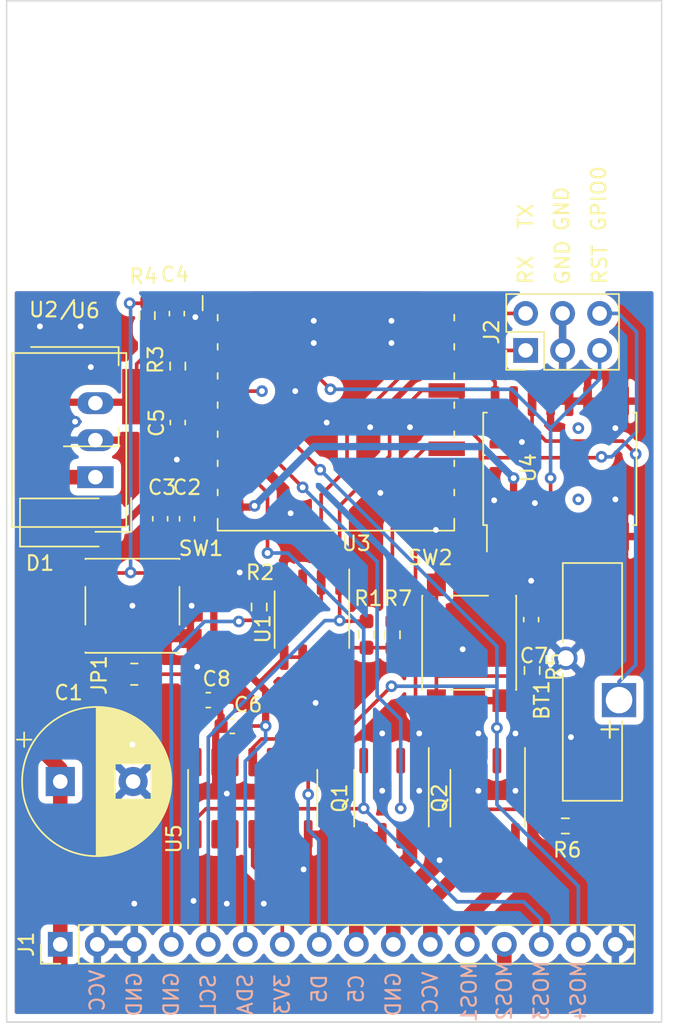
<source format=kicad_pcb>
(kicad_pcb (version 20171130) (host pcbnew "(5.1.10)-1")

  (general
    (thickness 1.6)
    (drawings 25)
    (tracks 354)
    (zones 0)
    (modules 30)
    (nets 33)
  )

  (page A4)
  (layers
    (0 F.Cu signal)
    (31 B.Cu signal)
    (32 B.Adhes user)
    (33 F.Adhes user)
    (34 B.Paste user)
    (35 F.Paste user)
    (36 B.SilkS user)
    (37 F.SilkS user)
    (38 B.Mask user)
    (39 F.Mask user)
    (40 Dwgs.User user)
    (41 Cmts.User user)
    (42 Eco1.User user)
    (43 Eco2.User user)
    (44 Edge.Cuts user)
    (45 Margin user)
    (46 B.CrtYd user)
    (47 F.CrtYd user)
    (48 B.Fab user)
    (49 F.Fab user)
  )

  (setup
    (last_trace_width 0.5)
    (user_trace_width 0.5)
    (user_trace_width 1)
    (trace_clearance 0.2)
    (zone_clearance 0.508)
    (zone_45_only no)
    (trace_min 0.2)
    (via_size 0.8)
    (via_drill 0.4)
    (via_min_size 0.4)
    (via_min_drill 0.3)
    (uvia_size 0.3)
    (uvia_drill 0.1)
    (uvias_allowed no)
    (uvia_min_size 0.2)
    (uvia_min_drill 0.1)
    (edge_width 0.05)
    (segment_width 0.2)
    (pcb_text_width 0.3)
    (pcb_text_size 1.5 1.5)
    (mod_edge_width 0.12)
    (mod_text_size 1 1)
    (mod_text_width 0.15)
    (pad_size 1.524 1.524)
    (pad_drill 0.762)
    (pad_to_mask_clearance 0)
    (aux_axis_origin 0 0)
    (visible_elements 7FFFFFFF)
    (pcbplotparams
      (layerselection 0x010fc_ffffffff)
      (usegerberextensions false)
      (usegerberattributes true)
      (usegerberadvancedattributes true)
      (creategerberjobfile true)
      (excludeedgelayer true)
      (linewidth 0.100000)
      (plotframeref false)
      (viasonmask false)
      (mode 1)
      (useauxorigin false)
      (hpglpennumber 1)
      (hpglpenspeed 20)
      (hpglpendiameter 15.000000)
      (psnegative false)
      (psa4output false)
      (plotreference true)
      (plotvalue true)
      (plotinvisibletext false)
      (padsonsilk false)
      (subtractmaskfromsilk false)
      (outputformat 1)
      (mirror false)
      (drillshape 0)
      (scaleselection 1)
      (outputdirectory "plot/"))
  )

  (net 0 "")
  (net 1 GND)
  (net 2 +3V3)
  (net 3 /SDA)
  (net 4 /SCL)
  (net 5 VCC)
  (net 6 "Net-(Q1-Pad2)")
  (net 7 "Net-(Q2-Pad4)")
  (net 8 "Net-(U1-Pad3)")
  (net 9 "Net-(U3-Pad2)")
  (net 10 /RX)
  (net 11 /TX)
  (net 12 "Net-(C5-Pad1)")
  (net 13 /MOS4)
  (net 14 /MOS3)
  (net 15 /MOS2)
  (net 16 /MOS1)
  (net 17 "Net-(BT1-Pad1)")
  (net 18 /RST)
  (net 19 /C5)
  (net 20 /D5)
  (net 21 "Net-(U4-Pad3)")
  (net 22 "Net-(U4-Pad1)")
  (net 23 "Net-(U5-Pad2)")
  (net 24 /GPIO13)
  (net 25 /GPIO14)
  (net 26 "Net-(R7-Pad2)")
  (net 27 "Net-(U3-Pad4)")
  (net 28 "Net-(C8-Pad1)")
  (net 29 "Net-(U5-Pad10)")
  (net 30 /GPIO0)
  (net 31 "Net-(U5-Pad12)")
  (net 32 "Net-(U5-Pad6)")

  (net_class Default "This is the default net class."
    (clearance 0.2)
    (trace_width 0.25)
    (via_dia 0.8)
    (via_drill 0.4)
    (uvia_dia 0.3)
    (uvia_drill 0.1)
    (add_net +3V3)
    (add_net /C5)
    (add_net /D5)
    (add_net /GPIO0)
    (add_net /GPIO13)
    (add_net /GPIO14)
    (add_net /MOS1)
    (add_net /MOS2)
    (add_net /MOS3)
    (add_net /MOS4)
    (add_net /RST)
    (add_net /RX)
    (add_net /SCL)
    (add_net /SDA)
    (add_net /TX)
    (add_net GND)
    (add_net "Net-(BT1-Pad1)")
    (add_net "Net-(C5-Pad1)")
    (add_net "Net-(C8-Pad1)")
    (add_net "Net-(Q1-Pad2)")
    (add_net "Net-(Q2-Pad4)")
    (add_net "Net-(R7-Pad2)")
    (add_net "Net-(U1-Pad3)")
    (add_net "Net-(U3-Pad2)")
    (add_net "Net-(U3-Pad4)")
    (add_net "Net-(U4-Pad1)")
    (add_net "Net-(U4-Pad3)")
    (add_net "Net-(U5-Pad10)")
    (add_net "Net-(U5-Pad12)")
    (add_net "Net-(U5-Pad2)")
    (add_net "Net-(U5-Pad6)")
    (add_net VCC)
  )

  (module Converter_DCDC:Converter_DCDC_TRACO_TSR-1_THT (layer F.Cu) (tedit 59FE1FB7) (tstamp 60F62B08)
    (at 118.618 121.3485 90)
    (descr "DCDC-Converter, TRACO, TSR 1-xxxx")
    (tags "DCDC-Converter TRACO TSR-1")
    (path /61147F38)
    (fp_text reference U6 (at 11.43 -0.6985 180) (layer F.SilkS)
      (effects (font (size 1 1) (thickness 0.15)))
    )
    (fp_text value TSR_1-2433 (at 2.5 3.25 90) (layer F.Fab)
      (effects (font (size 1 1) (thickness 0.15)))
    )
    (fp_text user %R (at 3 -3 90) (layer F.Fab)
      (effects (font (size 1 1) (thickness 0.15)))
    )
    (fp_line (start -3.75 2.45) (end -1.42 2.45) (layer F.SilkS) (width 0.12))
    (fp_line (start -3.75 0) (end -3.75 2.45) (layer F.SilkS) (width 0.12))
    (fp_line (start -3.3 1) (end -2.3 2) (layer F.Fab) (width 0.1))
    (fp_line (start -3.3 1) (end -3.3 -5.6) (layer F.Fab) (width 0.1))
    (fp_line (start 8.4 2) (end 8.4 -5.6) (layer F.Fab) (width 0.1))
    (fp_line (start -3.3 -5.6) (end 8.4 -5.6) (layer F.Fab) (width 0.1))
    (fp_line (start -3.55 2.25) (end -3.55 -5.85) (layer F.CrtYd) (width 0.05))
    (fp_line (start 8.65 2.25) (end -3.55 2.25) (layer F.CrtYd) (width 0.05))
    (fp_line (start 8.65 -5.85) (end 8.65 2.25) (layer F.CrtYd) (width 0.05))
    (fp_line (start -3.55 -5.85) (end 8.65 -5.85) (layer F.CrtYd) (width 0.05))
    (fp_line (start 8.52 2.12) (end -3.42 2.12) (layer F.SilkS) (width 0.12))
    (fp_line (start 8.52 -5.73) (end 8.52 2.12) (layer F.SilkS) (width 0.12))
    (fp_line (start -3.42 -5.73) (end 8.52 -5.73) (layer F.SilkS) (width 0.12))
    (fp_line (start -3.42 2.12) (end -3.42 -5.73) (layer F.SilkS) (width 0.12))
    (fp_line (start -2.3 2) (end 8.4 2) (layer F.Fab) (width 0.1))
    (pad 3 thru_hole oval (at 5.08 0 90) (size 1.5 2.5) (drill 1) (layers *.Cu *.Mask)
      (net 2 +3V3))
    (pad 2 thru_hole oval (at 2.54 0 90) (size 1.5 2.5) (drill 1) (layers *.Cu *.Mask)
      (net 1 GND))
    (pad 1 thru_hole rect (at 0 0 90) (size 1.5 2.5) (drill 1) (layers *.Cu *.Mask)
      (net 5 VCC))
    (model ${KISYS3DMOD}/Converter_DCDC.3dshapes/Converter_DCDC_TRACO_TSR-1_THT.wrl
      (at (xyz 0 0 0))
      (scale (xyz 1 1 1))
      (rotate (xyz 0 0 0))
    )
  )

  (module Package_SO:SOIC-14_3.9x8.7mm_P1.27mm (layer F.Cu) (tedit 5D9F72B1) (tstamp 60E6193D)
    (at 129.413 143.383 90)
    (descr "SOIC, 14 Pin (JEDEC MS-012AB, https://www.analog.com/media/en/package-pcb-resources/package/pkg_pdf/soic_narrow-r/r_14.pdf), generated with kicad-footprint-generator ipc_gullwing_generator.py")
    (tags "SOIC SO")
    (path /60ED8935)
    (attr smd)
    (fp_text reference U5 (at -2.794 -5.3975 90) (layer F.SilkS)
      (effects (font (size 1 1) (thickness 0.15)))
    )
    (fp_text value 74HCT04 (at 0 5.28 90) (layer F.Fab)
      (effects (font (size 1 1) (thickness 0.15)))
    )
    (fp_line (start 3.7 -4.58) (end -3.7 -4.58) (layer F.CrtYd) (width 0.05))
    (fp_line (start 3.7 4.58) (end 3.7 -4.58) (layer F.CrtYd) (width 0.05))
    (fp_line (start -3.7 4.58) (end 3.7 4.58) (layer F.CrtYd) (width 0.05))
    (fp_line (start -3.7 -4.58) (end -3.7 4.58) (layer F.CrtYd) (width 0.05))
    (fp_line (start -1.95 -3.35) (end -0.975 -4.325) (layer F.Fab) (width 0.1))
    (fp_line (start -1.95 4.325) (end -1.95 -3.35) (layer F.Fab) (width 0.1))
    (fp_line (start 1.95 4.325) (end -1.95 4.325) (layer F.Fab) (width 0.1))
    (fp_line (start 1.95 -4.325) (end 1.95 4.325) (layer F.Fab) (width 0.1))
    (fp_line (start -0.975 -4.325) (end 1.95 -4.325) (layer F.Fab) (width 0.1))
    (fp_line (start 0 -4.435) (end -3.45 -4.435) (layer F.SilkS) (width 0.12))
    (fp_line (start 0 -4.435) (end 1.95 -4.435) (layer F.SilkS) (width 0.12))
    (fp_line (start 0 4.435) (end -1.95 4.435) (layer F.SilkS) (width 0.12))
    (fp_line (start 0 4.435) (end 1.95 4.435) (layer F.SilkS) (width 0.12))
    (fp_text user %R (at 0 0 90) (layer F.Fab)
      (effects (font (size 0.98 0.98) (thickness 0.15)))
    )
    (pad 14 smd roundrect (at 2.475 -3.81 90) (size 1.95 0.6) (layers F.Cu F.Paste F.Mask) (roundrect_rratio 0.25)
      (net 28 "Net-(C8-Pad1)"))
    (pad 13 smd roundrect (at 2.475 -2.54 90) (size 1.95 0.6) (layers F.Cu F.Paste F.Mask) (roundrect_rratio 0.25)
      (net 1 GND))
    (pad 12 smd roundrect (at 2.475 -1.27 90) (size 1.95 0.6) (layers F.Cu F.Paste F.Mask) (roundrect_rratio 0.25)
      (net 31 "Net-(U5-Pad12)"))
    (pad 11 smd roundrect (at 2.475 0 90) (size 1.95 0.6) (layers F.Cu F.Paste F.Mask) (roundrect_rratio 0.25)
      (net 25 /GPIO14))
    (pad 10 smd roundrect (at 2.475 1.27 90) (size 1.95 0.6) (layers F.Cu F.Paste F.Mask) (roundrect_rratio 0.25)
      (net 29 "Net-(U5-Pad10)"))
    (pad 9 smd roundrect (at 2.475 2.54 90) (size 1.95 0.6) (layers F.Cu F.Paste F.Mask) (roundrect_rratio 0.25)
      (net 29 "Net-(U5-Pad10)"))
    (pad 8 smd roundrect (at 2.475 3.81 90) (size 1.95 0.6) (layers F.Cu F.Paste F.Mask) (roundrect_rratio 0.25)
      (net 19 /C5))
    (pad 7 smd roundrect (at -2.475 3.81 90) (size 1.95 0.6) (layers F.Cu F.Paste F.Mask) (roundrect_rratio 0.25)
      (net 1 GND))
    (pad 6 smd roundrect (at -2.475 2.54 90) (size 1.95 0.6) (layers F.Cu F.Paste F.Mask) (roundrect_rratio 0.25)
      (net 32 "Net-(U5-Pad6)"))
    (pad 5 smd roundrect (at -2.475 1.27 90) (size 1.95 0.6) (layers F.Cu F.Paste F.Mask) (roundrect_rratio 0.25)
      (net 1 GND))
    (pad 4 smd roundrect (at -2.475 0 90) (size 1.95 0.6) (layers F.Cu F.Paste F.Mask) (roundrect_rratio 0.25)
      (net 20 /D5))
    (pad 3 smd roundrect (at -2.475 -1.27 90) (size 1.95 0.6) (layers F.Cu F.Paste F.Mask) (roundrect_rratio 0.25)
      (net 23 "Net-(U5-Pad2)"))
    (pad 2 smd roundrect (at -2.475 -2.54 90) (size 1.95 0.6) (layers F.Cu F.Paste F.Mask) (roundrect_rratio 0.25)
      (net 23 "Net-(U5-Pad2)"))
    (pad 1 smd roundrect (at -2.475 -3.81 90) (size 1.95 0.6) (layers F.Cu F.Paste F.Mask) (roundrect_rratio 0.25)
      (net 24 /GPIO13))
    (model ${KISYS3DMOD}/Package_SO.3dshapes/SOIC-14_3.9x8.7mm_P1.27mm.wrl
      (at (xyz 0 0 0))
      (scale (xyz 1 1 1))
      (rotate (xyz 0 0 0))
    )
  )

  (module Connector_PinHeader_2.54mm:PinHeader_1x16_P2.54mm_Vertical (layer F.Cu) (tedit 59FED5CC) (tstamp 60F5F4B0)
    (at 116.205 153.416 90)
    (descr "Through hole straight pin header, 1x16, 2.54mm pitch, single row")
    (tags "Through hole pin header THT 1x16 2.54mm single row")
    (path /6103C031)
    (fp_text reference J1 (at 0 -2.33 90) (layer F.SilkS)
      (effects (font (size 1 1) (thickness 0.15)))
    )
    (fp_text value Conn_01x16 (at 0 40.43 90) (layer F.Fab)
      (effects (font (size 1 1) (thickness 0.15)))
    )
    (fp_text user %R (at 0 19.05) (layer F.Fab)
      (effects (font (size 1 1) (thickness 0.15)))
    )
    (fp_line (start -0.635 -1.27) (end 1.27 -1.27) (layer F.Fab) (width 0.1))
    (fp_line (start 1.27 -1.27) (end 1.27 39.37) (layer F.Fab) (width 0.1))
    (fp_line (start 1.27 39.37) (end -1.27 39.37) (layer F.Fab) (width 0.1))
    (fp_line (start -1.27 39.37) (end -1.27 -0.635) (layer F.Fab) (width 0.1))
    (fp_line (start -1.27 -0.635) (end -0.635 -1.27) (layer F.Fab) (width 0.1))
    (fp_line (start -1.33 39.43) (end 1.33 39.43) (layer F.SilkS) (width 0.12))
    (fp_line (start -1.33 1.27) (end -1.33 39.43) (layer F.SilkS) (width 0.12))
    (fp_line (start 1.33 1.27) (end 1.33 39.43) (layer F.SilkS) (width 0.12))
    (fp_line (start -1.33 1.27) (end 1.33 1.27) (layer F.SilkS) (width 0.12))
    (fp_line (start -1.33 0) (end -1.33 -1.33) (layer F.SilkS) (width 0.12))
    (fp_line (start -1.33 -1.33) (end 0 -1.33) (layer F.SilkS) (width 0.12))
    (fp_line (start -1.8 -1.8) (end -1.8 39.9) (layer F.CrtYd) (width 0.05))
    (fp_line (start -1.8 39.9) (end 1.8 39.9) (layer F.CrtYd) (width 0.05))
    (fp_line (start 1.8 39.9) (end 1.8 -1.8) (layer F.CrtYd) (width 0.05))
    (fp_line (start 1.8 -1.8) (end -1.8 -1.8) (layer F.CrtYd) (width 0.05))
    (pad 16 thru_hole oval (at 0 38.1 90) (size 1.7 1.7) (drill 1) (layers *.Cu *.Mask)
      (net 1 GND))
    (pad 15 thru_hole oval (at 0 35.56 90) (size 1.7 1.7) (drill 1) (layers *.Cu *.Mask)
      (net 25 /GPIO14))
    (pad 14 thru_hole oval (at 0 33.02 90) (size 1.7 1.7) (drill 1) (layers *.Cu *.Mask)
      (net 24 /GPIO13))
    (pad 13 thru_hole oval (at 0 30.48 90) (size 1.7 1.7) (drill 1) (layers *.Cu *.Mask)
      (net 5 VCC))
    (pad 12 thru_hole oval (at 0 27.94 90) (size 1.7 1.7) (drill 1) (layers *.Cu *.Mask)
      (net 13 /MOS4))
    (pad 11 thru_hole oval (at 0 25.4 90) (size 1.7 1.7) (drill 1) (layers *.Cu *.Mask)
      (net 14 /MOS3))
    (pad 10 thru_hole oval (at 0 22.86 90) (size 1.7 1.7) (drill 1) (layers *.Cu *.Mask)
      (net 15 /MOS2))
    (pad 9 thru_hole oval (at 0 20.32 90) (size 1.7 1.7) (drill 1) (layers *.Cu *.Mask)
      (net 16 /MOS1))
    (pad 8 thru_hole oval (at 0 17.78 90) (size 1.7 1.7) (drill 1) (layers *.Cu *.Mask)
      (net 19 /C5))
    (pad 7 thru_hole oval (at 0 15.24 90) (size 1.7 1.7) (drill 1) (layers *.Cu *.Mask)
      (net 20 /D5))
    (pad 6 thru_hole oval (at 0 12.7 90) (size 1.7 1.7) (drill 1) (layers *.Cu *.Mask)
      (net 2 +3V3))
    (pad 5 thru_hole oval (at 0 10.16 90) (size 1.7 1.7) (drill 1) (layers *.Cu *.Mask)
      (net 3 /SDA))
    (pad 4 thru_hole oval (at 0 7.62 90) (size 1.7 1.7) (drill 1) (layers *.Cu *.Mask)
      (net 4 /SCL))
    (pad 3 thru_hole oval (at 0 5.08 90) (size 1.7 1.7) (drill 1) (layers *.Cu *.Mask)
      (net 1 GND))
    (pad 2 thru_hole oval (at 0 2.54 90) (size 1.7 1.7) (drill 1) (layers *.Cu *.Mask)
      (net 1 GND))
    (pad 1 thru_hole rect (at 0 0 90) (size 1.7 1.7) (drill 1) (layers *.Cu *.Mask)
      (net 5 VCC))
    (model ${KISYS3DMOD}/Connector_PinHeader_2.54mm.3dshapes/PinHeader_1x16_P2.54mm_Vertical.wrl
      (at (xyz 0 0 0))
      (scale (xyz 1 1 1))
      (rotate (xyz 0 0 0))
    )
  )

  (module Connector_PinHeader_2.54mm:PinHeader_2x03_P2.54mm_Vertical (layer F.Cu) (tedit 59FED5CC) (tstamp 60F5B7F3)
    (at 148.1455 112.649 90)
    (descr "Through hole straight pin header, 2x03, 2.54mm pitch, double rows")
    (tags "Through hole pin header THT 2x03 2.54mm double row")
    (path /60F88E50)
    (fp_text reference J2 (at 1.27 -2.33 90) (layer F.SilkS)
      (effects (font (size 1 1) (thickness 0.15)))
    )
    (fp_text value Conn_02x03_Counter_Clockwise (at 1.27 7.41 90) (layer F.Fab)
      (effects (font (size 1 1) (thickness 0.15)))
    )
    (fp_text user %R (at 1.27 2.54) (layer F.Fab)
      (effects (font (size 1 1) (thickness 0.15)))
    )
    (fp_line (start 0 -1.27) (end 3.81 -1.27) (layer F.Fab) (width 0.1))
    (fp_line (start 3.81 -1.27) (end 3.81 6.35) (layer F.Fab) (width 0.1))
    (fp_line (start 3.81 6.35) (end -1.27 6.35) (layer F.Fab) (width 0.1))
    (fp_line (start -1.27 6.35) (end -1.27 0) (layer F.Fab) (width 0.1))
    (fp_line (start -1.27 0) (end 0 -1.27) (layer F.Fab) (width 0.1))
    (fp_line (start -1.33 6.41) (end 3.87 6.41) (layer F.SilkS) (width 0.12))
    (fp_line (start -1.33 1.27) (end -1.33 6.41) (layer F.SilkS) (width 0.12))
    (fp_line (start 3.87 -1.33) (end 3.87 6.41) (layer F.SilkS) (width 0.12))
    (fp_line (start -1.33 1.27) (end 1.27 1.27) (layer F.SilkS) (width 0.12))
    (fp_line (start 1.27 1.27) (end 1.27 -1.33) (layer F.SilkS) (width 0.12))
    (fp_line (start 1.27 -1.33) (end 3.87 -1.33) (layer F.SilkS) (width 0.12))
    (fp_line (start -1.33 0) (end -1.33 -1.33) (layer F.SilkS) (width 0.12))
    (fp_line (start -1.33 -1.33) (end 0 -1.33) (layer F.SilkS) (width 0.12))
    (fp_line (start -1.8 -1.8) (end -1.8 6.85) (layer F.CrtYd) (width 0.05))
    (fp_line (start -1.8 6.85) (end 4.35 6.85) (layer F.CrtYd) (width 0.05))
    (fp_line (start 4.35 6.85) (end 4.35 -1.8) (layer F.CrtYd) (width 0.05))
    (fp_line (start 4.35 -1.8) (end -1.8 -1.8) (layer F.CrtYd) (width 0.05))
    (pad 6 thru_hole oval (at 2.54 5.08 90) (size 1.7 1.7) (drill 1) (layers *.Cu *.Mask)
      (net 30 /GPIO0))
    (pad 5 thru_hole oval (at 0 5.08 90) (size 1.7 1.7) (drill 1) (layers *.Cu *.Mask)
      (net 18 /RST))
    (pad 4 thru_hole oval (at 2.54 2.54 90) (size 1.7 1.7) (drill 1) (layers *.Cu *.Mask)
      (net 1 GND))
    (pad 3 thru_hole oval (at 0 2.54 90) (size 1.7 1.7) (drill 1) (layers *.Cu *.Mask)
      (net 1 GND))
    (pad 2 thru_hole oval (at 2.54 0 90) (size 1.7 1.7) (drill 1) (layers *.Cu *.Mask)
      (net 11 /TX))
    (pad 1 thru_hole rect (at 0 0 90) (size 1.7 1.7) (drill 1) (layers *.Cu *.Mask)
      (net 10 /RX))
    (model ${KISYS3DMOD}/Connector_PinHeader_2.54mm.3dshapes/PinHeader_2x03_P2.54mm_Vertical.wrl
      (at (xyz 0 0 0))
      (scale (xyz 1 1 1))
      (rotate (xyz 0 0 0))
    )
  )

  (module Capacitor_SMD:C_0603_1608Metric (layer F.Cu) (tedit 5F68FEEE) (tstamp 60F098AD)
    (at 126.365 136.652)
    (descr "Capacitor SMD 0603 (1608 Metric), square (rectangular) end terminal, IPC_7351 nominal, (Body size source: IPC-SM-782 page 76, https://www.pcb-3d.com/wordpress/wp-content/uploads/ipc-sm-782a_amendment_1_and_2.pdf), generated with kicad-footprint-generator")
    (tags capacitor)
    (path /60F2ACCA)
    (attr smd)
    (fp_text reference C8 (at 0.5715 -1.4605) (layer F.SilkS)
      (effects (font (size 1 1) (thickness 0.15)))
    )
    (fp_text value C (at 0 1.43) (layer F.Fab)
      (effects (font (size 1 1) (thickness 0.15)))
    )
    (fp_line (start -0.8 0.4) (end -0.8 -0.4) (layer F.Fab) (width 0.1))
    (fp_line (start -0.8 -0.4) (end 0.8 -0.4) (layer F.Fab) (width 0.1))
    (fp_line (start 0.8 -0.4) (end 0.8 0.4) (layer F.Fab) (width 0.1))
    (fp_line (start 0.8 0.4) (end -0.8 0.4) (layer F.Fab) (width 0.1))
    (fp_line (start -0.14058 -0.51) (end 0.14058 -0.51) (layer F.SilkS) (width 0.12))
    (fp_line (start -0.14058 0.51) (end 0.14058 0.51) (layer F.SilkS) (width 0.12))
    (fp_line (start -1.48 0.73) (end -1.48 -0.73) (layer F.CrtYd) (width 0.05))
    (fp_line (start -1.48 -0.73) (end 1.48 -0.73) (layer F.CrtYd) (width 0.05))
    (fp_line (start 1.48 -0.73) (end 1.48 0.73) (layer F.CrtYd) (width 0.05))
    (fp_line (start 1.48 0.73) (end -1.48 0.73) (layer F.CrtYd) (width 0.05))
    (fp_text user %R (at 0 0) (layer F.Fab)
      (effects (font (size 0.4 0.4) (thickness 0.06)))
    )
    (pad 2 smd roundrect (at 0.775 0) (size 0.9 0.95) (layers F.Cu F.Paste F.Mask) (roundrect_rratio 0.25)
      (net 1 GND))
    (pad 1 smd roundrect (at -0.775 0) (size 0.9 0.95) (layers F.Cu F.Paste F.Mask) (roundrect_rratio 0.25)
      (net 28 "Net-(C8-Pad1)"))
    (model ${KISYS3DMOD}/Capacitor_SMD.3dshapes/C_0603_1608Metric.wrl
      (at (xyz 0 0 0))
      (scale (xyz 1 1 1))
      (rotate (xyz 0 0 0))
    )
  )

  (module RF_Module:ESP-07 (layer F.Cu) (tedit 5B1D6972) (tstamp 60E1F4AE)
    (at 135.128 114.3)
    (descr "Wi-Fi Module, http://wiki.ai-thinker.com/_media/esp8266/docs/a007ps01a2_esp-07_product_specification_v1.2.pdf")
    (tags "Wi-Fi Module")
    (path /5FEB3F13)
    (attr smd)
    (fp_text reference U3 (at 1.397 11.6) (layer F.SilkS)
      (effects (font (size 1 1) (thickness 0.15)))
    )
    (fp_text value ESP-07 (at 0 9.6) (layer F.Fab)
      (effects (font (size 1 1) (thickness 0.15)))
    )
    (fp_line (start 8.12 -3.7) (end 8.12 -4.1) (layer F.SilkS) (width 0.12))
    (fp_line (start -8.12 -3.7) (end -8.12 -4.1) (layer F.SilkS) (width 0.12))
    (fp_line (start 8.12 -1.7) (end 8.12 -2.1) (layer F.SilkS) (width 0.12))
    (fp_line (start -8.12 -1.7) (end -8.12 -2.1) (layer F.SilkS) (width 0.12))
    (fp_line (start 8.12 0.3) (end 8.12 -0.1) (layer F.SilkS) (width 0.12))
    (fp_line (start -8.12 0.3) (end -8.12 -0.1) (layer F.SilkS) (width 0.12))
    (fp_line (start 8.12 2.3) (end 8.12 1.9) (layer F.SilkS) (width 0.12))
    (fp_line (start -8.12 2.3) (end -8.12 1.9) (layer F.SilkS) (width 0.12))
    (fp_line (start 8.12 4.3) (end 8.12 3.9) (layer F.SilkS) (width 0.12))
    (fp_line (start -8.12 4.3) (end -8.12 3.9) (layer F.SilkS) (width 0.12))
    (fp_line (start 8.12 6.3) (end 8.12 5.9) (layer F.SilkS) (width 0.12))
    (fp_line (start -8.12 6.3) (end -8.12 5.9) (layer F.SilkS) (width 0.12))
    (fp_line (start 8.12 8.3) (end 8.12 7.9) (layer F.SilkS) (width 0.12))
    (fp_line (start -8.12 8.3) (end -8.12 7.9) (layer F.SilkS) (width 0.12))
    (fp_line (start 23 -8.6) (end 20.4 -6) (layer Dwgs.User) (width 0.12))
    (fp_line (start 23 -11.6) (end 17.4 -6) (layer Dwgs.User) (width 0.12))
    (fp_line (start 23 -14.6) (end 14.4 -6) (layer Dwgs.User) (width 0.12))
    (fp_line (start 23 -17.6) (end 11.4 -6) (layer Dwgs.User) (width 0.12))
    (fp_line (start 23 -20.6) (end 8.4 -6) (layer Dwgs.User) (width 0.12))
    (fp_line (start 5.4 -6) (end 23 -23.6) (layer Dwgs.User) (width 0.12))
    (fp_line (start 19 -25.6) (end -0.6 -6) (layer Dwgs.User) (width 0.12))
    (fp_line (start 16 -25.6) (end -3.6 -6) (layer Dwgs.User) (width 0.12))
    (fp_line (start 2.4 -6) (end 22 -25.6) (layer Dwgs.User) (width 0.12))
    (fp_line (start 7 -25.6) (end -12.6 -6) (layer Dwgs.User) (width 0.12))
    (fp_line (start 10 -25.6) (end -9.6 -6) (layer Dwgs.User) (width 0.12))
    (fp_line (start -6.6 -6) (end 13 -25.6) (layer Dwgs.User) (width 0.12))
    (fp_line (start -15.6 -6) (end 4 -25.6) (layer Dwgs.User) (width 0.12))
    (fp_line (start 1 -25.6) (end -18.6 -6) (layer Dwgs.User) (width 0.12))
    (fp_line (start -2 -25.6) (end -21.6 -6) (layer Dwgs.User) (width 0.12))
    (fp_line (start -5 -25.6) (end -23 -7.6) (layer Dwgs.User) (width 0.12))
    (fp_line (start -8 -25.6) (end -23 -10.6) (layer Dwgs.User) (width 0.12))
    (fp_line (start -11 -25.6) (end -23 -13.6) (layer Dwgs.User) (width 0.12))
    (fp_line (start -14 -25.6) (end -23 -16.6) (layer Dwgs.User) (width 0.12))
    (fp_line (start -17 -25.6) (end -23 -19.6) (layer Dwgs.User) (width 0.12))
    (fp_line (start -20 -25.6) (end -23 -22.6) (layer Dwgs.User) (width 0.12))
    (fp_line (start 23 -6) (end 23 -25.6) (layer Dwgs.User) (width 0.12))
    (fp_line (start 23 -6) (end -23 -6) (layer Dwgs.User) (width 0.12))
    (fp_line (start -23 -25.6) (end -23 -6) (layer Dwgs.User) (width 0.12))
    (fp_line (start -23 -25.6) (end 23 -25.6) (layer Dwgs.User) (width 0.12))
    (fp_line (start -9.15 -5.4) (end -9.15 -4.4) (layer F.SilkS) (width 0.12))
    (fp_line (start -8.12 10.72) (end -8.12 9.9) (layer F.SilkS) (width 0.12))
    (fp_line (start 8.12 10.72) (end -8.12 10.72) (layer F.SilkS) (width 0.12))
    (fp_line (start 8.12 9.9) (end 8.12 10.72) (layer F.SilkS) (width 0.12))
    (fp_line (start -9.1 10.85) (end -9.1 -10.85) (layer F.CrtYd) (width 0.05))
    (fp_line (start 9.1 10.85) (end -9.1 10.85) (layer F.CrtYd) (width 0.05))
    (fp_line (start 9.1 -10.85) (end 9.1 10.85) (layer F.CrtYd) (width 0.05))
    (fp_line (start -9.1 -10.85) (end 9.1 -10.85) (layer F.CrtYd) (width 0.05))
    (fp_line (start -8 -5.4) (end -8 -10.6) (layer F.Fab) (width 0.1))
    (fp_line (start -7.5 -4.9) (end -8 -5.4) (layer F.Fab) (width 0.1))
    (fp_line (start -8 -4.4) (end -7.5 -4.9) (layer F.Fab) (width 0.1))
    (fp_line (start -8 10.6) (end -8 -4.4) (layer F.Fab) (width 0.1))
    (fp_line (start 8 10.6) (end -8 10.6) (layer F.Fab) (width 0.1))
    (fp_line (start 8 -10.6) (end 8 10.6) (layer F.Fab) (width 0.1))
    (fp_line (start -8 -10.6) (end 8 -10.6) (layer F.Fab) (width 0.1))
    (fp_text user %R (at 0 0) (layer F.Fab)
      (effects (font (size 1 1) (thickness 0.15)))
    )
    (fp_text user "KEEP-OUT ZONE" (at 0 -17.3 180) (layer Cmts.User)
      (effects (font (size 1 1) (thickness 0.15)))
    )
    (fp_text user "No metal, traces, or components\non any PCB layer if using on-board antenna" (at 0 -14.3 180) (layer Cmts.User)
      (effects (font (size 0.8 0.8) (thickness 0.12)))
    )
    (pad 16 smd rect (at 7.6 -4.9) (size 2.5 1) (layers F.Cu F.Paste F.Mask)
      (net 11 /TX))
    (pad 15 smd rect (at 7.6 -2.9) (size 2.5 1) (layers F.Cu F.Paste F.Mask)
      (net 10 /RX))
    (pad 14 smd rect (at 7.6 -0.9) (size 2.5 1) (layers F.Cu F.Paste F.Mask)
      (net 4 /SCL))
    (pad 13 smd rect (at 7.6 1.1) (size 2.5 1) (layers F.Cu F.Paste F.Mask)
      (net 3 /SDA))
    (pad 12 smd rect (at 7.6 3.1) (size 2.5 1) (layers F.Cu F.Paste F.Mask)
      (net 30 /GPIO0))
    (pad 11 smd rect (at 7.6 5.1) (size 2.5 1) (layers F.Cu F.Paste F.Mask)
      (net 26 "Net-(R7-Pad2)"))
    (pad 10 smd rect (at 7.6 7.1) (size 2.5 1) (layers F.Cu F.Paste F.Mask)
      (net 7 "Net-(Q2-Pad4)"))
    (pad 9 smd rect (at 7.6 9.1) (size 2.5 1) (layers F.Cu F.Paste F.Mask)
      (net 1 GND))
    (pad 8 smd rect (at -7.6 9.1) (size 2.5 1) (layers F.Cu F.Paste F.Mask)
      (net 2 +3V3))
    (pad 7 smd rect (at -7.6 7.1) (size 2.5 1) (layers F.Cu F.Paste F.Mask)
      (net 24 /GPIO13))
    (pad 6 smd rect (at -7.6 5.1) (size 2.5 1) (layers F.Cu F.Paste F.Mask)
      (net 6 "Net-(Q1-Pad2)"))
    (pad 5 smd rect (at -7.6 3.1) (size 2.5 1) (layers F.Cu F.Paste F.Mask)
      (net 25 /GPIO14))
    (pad 4 smd rect (at -7.6 1.1) (size 2.5 1) (layers F.Cu F.Paste F.Mask)
      (net 27 "Net-(U3-Pad4)"))
    (pad 3 smd rect (at -7.6 -0.9) (size 2.5 1) (layers F.Cu F.Paste F.Mask)
      (net 12 "Net-(C5-Pad1)"))
    (pad 2 smd rect (at -7.6 -2.9) (size 2.5 1) (layers F.Cu F.Paste F.Mask)
      (net 9 "Net-(U3-Pad2)"))
    (pad 1 smd rect (at -7.6 -4.9) (size 2.5 1) (layers F.Cu F.Paste F.Mask)
      (net 18 /RST))
    (model ${KISYS3DMOD}/RF_Module.3dshapes/ESP-07.wrl
      (at (xyz 0 0 0))
      (scale (xyz 1 1 1))
      (rotate (xyz 0 0 0))
    )
  )

  (module Package_SO:SO-8_3.9x4.9mm_P1.27mm (layer F.Cu) (tedit 5D9F72B1) (tstamp 60E1F44B)
    (at 133.477 131.1275 270)
    (descr "SO, 8 Pin (https://www.nxp.com/docs/en/data-sheet/PCF8523.pdf), generated with kicad-footprint-generator ipc_gullwing_generator.py")
    (tags "SO SO")
    (path /60E359C0)
    (attr smd)
    (fp_text reference U1 (at 0.635 3.3655 90) (layer F.SilkS)
      (effects (font (size 1 1) (thickness 0.15)))
    )
    (fp_text value LM75B (at -0.127 -4.826 90) (layer F.Fab)
      (effects (font (size 1 1) (thickness 0.15)))
    )
    (fp_line (start 3.7 -2.7) (end -3.7 -2.7) (layer F.CrtYd) (width 0.05))
    (fp_line (start 3.7 2.7) (end 3.7 -2.7) (layer F.CrtYd) (width 0.05))
    (fp_line (start -3.7 2.7) (end 3.7 2.7) (layer F.CrtYd) (width 0.05))
    (fp_line (start -3.7 -2.7) (end -3.7 2.7) (layer F.CrtYd) (width 0.05))
    (fp_line (start -1.95 -1.475) (end -0.975 -2.45) (layer F.Fab) (width 0.1))
    (fp_line (start -1.95 2.45) (end -1.95 -1.475) (layer F.Fab) (width 0.1))
    (fp_line (start 1.95 2.45) (end -1.95 2.45) (layer F.Fab) (width 0.1))
    (fp_line (start 1.95 -2.45) (end 1.95 2.45) (layer F.Fab) (width 0.1))
    (fp_line (start -0.975 -2.45) (end 1.95 -2.45) (layer F.Fab) (width 0.1))
    (fp_line (start 0 -2.56) (end -3.45 -2.56) (layer F.SilkS) (width 0.12))
    (fp_line (start 0 -2.56) (end 1.95 -2.56) (layer F.SilkS) (width 0.12))
    (fp_line (start 0 2.56) (end -1.95 2.56) (layer F.SilkS) (width 0.12))
    (fp_line (start 0 2.56) (end 1.95 2.56) (layer F.SilkS) (width 0.12))
    (fp_text user %R (at 0 0 90) (layer F.Fab)
      (effects (font (size 0.98 0.98) (thickness 0.15)))
    )
    (pad 8 smd roundrect (at 2.575 -1.905 270) (size 1.75 0.6) (layers F.Cu F.Paste F.Mask) (roundrect_rratio 0.25)
      (net 2 +3V3))
    (pad 7 smd roundrect (at 2.575 -0.635 270) (size 1.75 0.6) (layers F.Cu F.Paste F.Mask) (roundrect_rratio 0.25)
      (net 2 +3V3))
    (pad 6 smd roundrect (at 2.575 0.635 270) (size 1.75 0.6) (layers F.Cu F.Paste F.Mask) (roundrect_rratio 0.25)
      (net 2 +3V3))
    (pad 5 smd roundrect (at 2.575 1.905 270) (size 1.75 0.6) (layers F.Cu F.Paste F.Mask) (roundrect_rratio 0.25)
      (net 2 +3V3))
    (pad 4 smd roundrect (at -2.575 1.905 270) (size 1.75 0.6) (layers F.Cu F.Paste F.Mask) (roundrect_rratio 0.25)
      (net 1 GND))
    (pad 3 smd roundrect (at -2.575 0.635 270) (size 1.75 0.6) (layers F.Cu F.Paste F.Mask) (roundrect_rratio 0.25)
      (net 8 "Net-(U1-Pad3)"))
    (pad 2 smd roundrect (at -2.575 -0.635 270) (size 1.75 0.6) (layers F.Cu F.Paste F.Mask) (roundrect_rratio 0.25)
      (net 4 /SCL))
    (pad 1 smd roundrect (at -2.575 -1.905 270) (size 1.75 0.6) (layers F.Cu F.Paste F.Mask) (roundrect_rratio 0.25)
      (net 3 /SDA))
    (model ${KISYS3DMOD}/Package_SO.3dshapes/SO-8_3.9x4.9mm_P1.27mm.wrl
      (at (xyz 0 0 0))
      (scale (xyz 1 1 1))
      (rotate (xyz 0 0 0))
    )
  )

  (module Battery:Battery_Panasonic_CR1632-V1AN_Vertical_CircularHoles (layer F.Cu) (tedit 5C857808) (tstamp 60E63C6F)
    (at 154.559 136.652 90)
    (descr "Panasonic CR-1632-V1AN battery, https://industrial.panasonic.com/cdbs/www-data/pdf2/AAA4000/AAA4000D140.pdf")
    (tags "battery CR-1632 coin cell vertical")
    (path /60E902BA)
    (fp_text reference BT1 (at 0 -5.3 90) (layer F.SilkS)
      (effects (font (size 1 1) (thickness 0.15)))
    )
    (fp_text value Battery_Cell (at 1.25 2.2 90) (layer F.Fab)
      (effects (font (size 1 1) (thickness 0.15)))
    )
    (fp_line (start 3.94 -3.86) (end 9.41 -3.86) (layer F.SilkS) (width 0.12))
    (fp_line (start -6.91 -3.86) (end 1.81 -3.86) (layer F.SilkS) (width 0.12))
    (fp_line (start -6.91 0.21) (end -6.91 -3.86) (layer F.SilkS) (width 0.12))
    (fp_line (start 9.41 0.21) (end 9.41 -3.86) (layer F.SilkS) (width 0.12))
    (fp_line (start 1.44 0.21) (end 9.41 0.21) (layer F.SilkS) (width 0.12))
    (fp_line (start -6.91 0.21) (end -1.43 0.21) (layer F.SilkS) (width 0.12))
    (fp_line (start -7.05 -4.58) (end 9.55 -4.58) (layer F.CrtYd) (width 0.05))
    (fp_line (start -7.05 1.3) (end 9.55 1.3) (layer F.CrtYd) (width 0.05))
    (fp_line (start 9.55 1.3) (end 9.55 -4.58) (layer F.CrtYd) (width 0.05))
    (fp_line (start -7.05 1.3) (end -7.05 -4.58) (layer F.CrtYd) (width 0.05))
    (fp_line (start 9.3 0.1) (end 9.3 -3.75) (layer F.Fab) (width 0.1))
    (fp_line (start -6.8 0.1) (end -6.8 -3.75) (layer F.Fab) (width 0.1))
    (fp_line (start -6.8 -3.75) (end 9.3 -3.75) (layer F.Fab) (width 0.1))
    (fp_line (start -6.8 0.1) (end 9.3 0.1) (layer F.Fab) (width 0.1))
    (fp_text user + (at -2.01 -0.75 90) (layer F.SilkS)
      (effects (font (size 1.5 1.5) (thickness 0.15)))
    )
    (fp_text user %R (at 1.25 -1.8 270) (layer F.Fab)
      (effects (font (size 1 1) (thickness 0.15)))
    )
    (pad 2 thru_hole circle (at 2.875 -3.65 90) (size 1.6 1.6) (drill 1.09) (layers *.Cu *.Mask)
      (net 1 GND))
    (pad 1 thru_hole rect (at 0 0 180) (size 2.35 2.35) (drill 1.82) (layers *.Cu *.Mask)
      (net 17 "Net-(BT1-Pad1)"))
    (model ${KISYS3DMOD}/Battery.3dshapes/Battery_Panasonic_CR1632-V1AN_Vertical_CircularHoles.wrl
      (at (xyz 0 0 0))
      (scale (xyz 1 1 1))
      (rotate (xyz 0 0 0))
    )
  )

  (module Package_SO:SOIC-16W_7.5x10.3mm_P1.27mm (layer F.Cu) (tedit 5D9F72B1) (tstamp 60E61854)
    (at 150.495 120.777 90)
    (descr "SOIC, 16 Pin (JEDEC MS-013AA, https://www.analog.com/media/en/package-pcb-resources/package/pkg_pdf/soic_wide-rw/rw_16.pdf), generated with kicad-footprint-generator ipc_gullwing_generator.py")
    (tags "SOIC SO")
    (path /60E5E3D0)
    (attr smd)
    (fp_text reference U4 (at 0.0635 -2.159 90) (layer F.SilkS)
      (effects (font (size 1 1) (thickness 0.15)))
    )
    (fp_text value DS3231M (at 0 6.1 90) (layer F.Fab)
      (effects (font (size 1 1) (thickness 0.15)))
    )
    (fp_line (start 0 5.26) (end 3.86 5.26) (layer F.SilkS) (width 0.12))
    (fp_line (start 3.86 5.26) (end 3.86 5.005) (layer F.SilkS) (width 0.12))
    (fp_line (start 0 5.26) (end -3.86 5.26) (layer F.SilkS) (width 0.12))
    (fp_line (start -3.86 5.26) (end -3.86 5.005) (layer F.SilkS) (width 0.12))
    (fp_line (start 0 -5.26) (end 3.86 -5.26) (layer F.SilkS) (width 0.12))
    (fp_line (start 3.86 -5.26) (end 3.86 -5.005) (layer F.SilkS) (width 0.12))
    (fp_line (start 0 -5.26) (end -3.86 -5.26) (layer F.SilkS) (width 0.12))
    (fp_line (start -3.86 -5.26) (end -3.86 -5.005) (layer F.SilkS) (width 0.12))
    (fp_line (start -3.86 -5.005) (end -5.675 -5.005) (layer F.SilkS) (width 0.12))
    (fp_line (start -2.75 -5.15) (end 3.75 -5.15) (layer F.Fab) (width 0.1))
    (fp_line (start 3.75 -5.15) (end 3.75 5.15) (layer F.Fab) (width 0.1))
    (fp_line (start 3.75 5.15) (end -3.75 5.15) (layer F.Fab) (width 0.1))
    (fp_line (start -3.75 5.15) (end -3.75 -4.15) (layer F.Fab) (width 0.1))
    (fp_line (start -3.75 -4.15) (end -2.75 -5.15) (layer F.Fab) (width 0.1))
    (fp_line (start -5.93 -5.4) (end -5.93 5.4) (layer F.CrtYd) (width 0.05))
    (fp_line (start -5.93 5.4) (end 5.93 5.4) (layer F.CrtYd) (width 0.05))
    (fp_line (start 5.93 5.4) (end 5.93 -5.4) (layer F.CrtYd) (width 0.05))
    (fp_line (start 5.93 -5.4) (end -5.93 -5.4) (layer F.CrtYd) (width 0.05))
    (fp_text user %R (at 0 0 90) (layer F.Fab)
      (effects (font (size 1 1) (thickness 0.15)))
    )
    (pad 1 smd roundrect (at -4.65 -4.445 90) (size 2.05 0.6) (layers F.Cu F.Paste F.Mask) (roundrect_rratio 0.25)
      (net 22 "Net-(U4-Pad1)"))
    (pad 2 smd roundrect (at -4.65 -3.175 90) (size 2.05 0.6) (layers F.Cu F.Paste F.Mask) (roundrect_rratio 0.25)
      (net 2 +3V3))
    (pad 3 smd roundrect (at -4.65 -1.905 90) (size 2.05 0.6) (layers F.Cu F.Paste F.Mask) (roundrect_rratio 0.25)
      (net 21 "Net-(U4-Pad3)"))
    (pad 4 smd roundrect (at -4.65 -0.635 90) (size 2.05 0.6) (layers F.Cu F.Paste F.Mask) (roundrect_rratio 0.25)
      (net 18 /RST))
    (pad 5 smd roundrect (at -4.65 0.635 90) (size 2.05 0.6) (layers F.Cu F.Paste F.Mask) (roundrect_rratio 0.25)
      (net 1 GND))
    (pad 6 smd roundrect (at -4.65 1.905 90) (size 2.05 0.6) (layers F.Cu F.Paste F.Mask) (roundrect_rratio 0.25)
      (net 1 GND))
    (pad 7 smd roundrect (at -4.65 3.175 90) (size 2.05 0.6) (layers F.Cu F.Paste F.Mask) (roundrect_rratio 0.25)
      (net 1 GND))
    (pad 8 smd roundrect (at -4.65 4.445 90) (size 2.05 0.6) (layers F.Cu F.Paste F.Mask) (roundrect_rratio 0.25)
      (net 1 GND))
    (pad 9 smd roundrect (at 4.65 4.445 90) (size 2.05 0.6) (layers F.Cu F.Paste F.Mask) (roundrect_rratio 0.25)
      (net 1 GND))
    (pad 10 smd roundrect (at 4.65 3.175 90) (size 2.05 0.6) (layers F.Cu F.Paste F.Mask) (roundrect_rratio 0.25)
      (net 1 GND))
    (pad 11 smd roundrect (at 4.65 1.905 90) (size 2.05 0.6) (layers F.Cu F.Paste F.Mask) (roundrect_rratio 0.25)
      (net 1 GND))
    (pad 12 smd roundrect (at 4.65 0.635 90) (size 2.05 0.6) (layers F.Cu F.Paste F.Mask) (roundrect_rratio 0.25)
      (net 1 GND))
    (pad 13 smd roundrect (at 4.65 -0.635 90) (size 2.05 0.6) (layers F.Cu F.Paste F.Mask) (roundrect_rratio 0.25)
      (net 1 GND))
    (pad 14 smd roundrect (at 4.65 -1.905 90) (size 2.05 0.6) (layers F.Cu F.Paste F.Mask) (roundrect_rratio 0.25)
      (net 17 "Net-(BT1-Pad1)"))
    (pad 15 smd roundrect (at 4.65 -3.175 90) (size 2.05 0.6) (layers F.Cu F.Paste F.Mask) (roundrect_rratio 0.25)
      (net 3 /SDA))
    (pad 16 smd roundrect (at 4.65 -4.445 90) (size 2.05 0.6) (layers F.Cu F.Paste F.Mask) (roundrect_rratio 0.25)
      (net 4 /SCL))
    (model ${KISYS3DMOD}/Package_SO.3dshapes/SOIC-16W_7.5x10.3mm_P1.27mm.wrl
      (at (xyz 0 0 0))
      (scale (xyz 1 1 1))
      (rotate (xyz 0 0 0))
    )
  )

  (module Resistor_SMD:R_0603_1608Metric_Pad0.98x0.95mm_HandSolder (layer F.Cu) (tedit 5F68FEEE) (tstamp 60E617DE)
    (at 139.0015 132.167 90)
    (descr "Resistor SMD 0603 (1608 Metric), square (rectangular) end terminal, IPC_7351 nominal with elongated pad for handsoldering. (Body size source: IPC-SM-782 page 72, https://www.pcb-3d.com/wordpress/wp-content/uploads/ipc-sm-782a_amendment_1_and_2.pdf), generated with kicad-footprint-generator")
    (tags "resistor handsolder")
    (path /60E5B51D)
    (attr smd)
    (fp_text reference R7 (at 2.5 0.381) (layer F.SilkS)
      (effects (font (size 1 1) (thickness 0.15)))
    )
    (fp_text value R (at 0 1.43 90) (layer F.Fab)
      (effects (font (size 1 1) (thickness 0.15)))
    )
    (fp_line (start -0.8 0.4125) (end -0.8 -0.4125) (layer F.Fab) (width 0.1))
    (fp_line (start -0.8 -0.4125) (end 0.8 -0.4125) (layer F.Fab) (width 0.1))
    (fp_line (start 0.8 -0.4125) (end 0.8 0.4125) (layer F.Fab) (width 0.1))
    (fp_line (start 0.8 0.4125) (end -0.8 0.4125) (layer F.Fab) (width 0.1))
    (fp_line (start -0.254724 -0.5225) (end 0.254724 -0.5225) (layer F.SilkS) (width 0.12))
    (fp_line (start -0.254724 0.5225) (end 0.254724 0.5225) (layer F.SilkS) (width 0.12))
    (fp_line (start -1.65 0.73) (end -1.65 -0.73) (layer F.CrtYd) (width 0.05))
    (fp_line (start -1.65 -0.73) (end 1.65 -0.73) (layer F.CrtYd) (width 0.05))
    (fp_line (start 1.65 -0.73) (end 1.65 0.73) (layer F.CrtYd) (width 0.05))
    (fp_line (start 1.65 0.73) (end -1.65 0.73) (layer F.CrtYd) (width 0.05))
    (fp_text user %R (at 0 0 90) (layer F.Fab)
      (effects (font (size 0.4 0.4) (thickness 0.06)))
    )
    (pad 1 smd roundrect (at -0.9125 0 90) (size 0.975 0.95) (layers F.Cu F.Paste F.Mask) (roundrect_rratio 0.25)
      (net 2 +3V3))
    (pad 2 smd roundrect (at 0.9125 0 90) (size 0.975 0.95) (layers F.Cu F.Paste F.Mask) (roundrect_rratio 0.25)
      (net 26 "Net-(R7-Pad2)"))
    (model ${KISYS3DMOD}/Resistor_SMD.3dshapes/R_0603_1608Metric.wrl
      (at (xyz 0 0 0))
      (scale (xyz 1 1 1))
      (rotate (xyz 0 0 0))
    )
  )

  (module Resistor_SMD:R_0805_2012Metric (layer F.Cu) (tedit 5F68FEEE) (tstamp 60E6180E)
    (at 121.285 134.874)
    (descr "Resistor SMD 0805 (2012 Metric), square (rectangular) end terminal, IPC_7351 nominal, (Body size source: IPC-SM-782 page 72, https://www.pcb-3d.com/wordpress/wp-content/uploads/ipc-sm-782a_amendment_1_and_2.pdf), generated with kicad-footprint-generator")
    (tags resistor)
    (path /60F3A7B9)
    (attr smd)
    (fp_text reference JP1 (at -2.413 0.0635 90) (layer F.SilkS)
      (effects (font (size 1 1) (thickness 0.15)))
    )
    (fp_text value SolderJumper_2_Open (at 0 1.65) (layer F.Fab)
      (effects (font (size 1 1) (thickness 0.15)))
    )
    (fp_line (start 1.68 0.95) (end -1.68 0.95) (layer F.CrtYd) (width 0.05))
    (fp_line (start 1.68 -0.95) (end 1.68 0.95) (layer F.CrtYd) (width 0.05))
    (fp_line (start -1.68 -0.95) (end 1.68 -0.95) (layer F.CrtYd) (width 0.05))
    (fp_line (start -1.68 0.95) (end -1.68 -0.95) (layer F.CrtYd) (width 0.05))
    (fp_line (start -0.227064 0.735) (end 0.227064 0.735) (layer F.SilkS) (width 0.12))
    (fp_line (start -0.227064 -0.735) (end 0.227064 -0.735) (layer F.SilkS) (width 0.12))
    (fp_line (start 1 0.625) (end -1 0.625) (layer F.Fab) (width 0.1))
    (fp_line (start 1 -0.625) (end 1 0.625) (layer F.Fab) (width 0.1))
    (fp_line (start -1 -0.625) (end 1 -0.625) (layer F.Fab) (width 0.1))
    (fp_line (start -1 0.625) (end -1 -0.625) (layer F.Fab) (width 0.1))
    (fp_text user %R (at 0 0) (layer F.Fab)
      (effects (font (size 0.5 0.5) (thickness 0.08)))
    )
    (pad 2 smd roundrect (at 0.9125 0) (size 1.025 1.4) (layers F.Cu F.Paste F.Mask) (roundrect_rratio 0.243902)
      (net 28 "Net-(C8-Pad1)"))
    (pad 1 smd roundrect (at -0.9125 0) (size 1.025 1.4) (layers F.Cu F.Paste F.Mask) (roundrect_rratio 0.243902)
      (net 5 VCC))
    (model ${KISYS3DMOD}/Resistor_SMD.3dshapes/R_0805_2012Metric.wrl
      (at (xyz 0 0 0))
      (scale (xyz 1 1 1))
      (rotate (xyz 0 0 0))
    )
  )

  (module Capacitor_SMD:C_0603_1608Metric (layer F.Cu) (tedit 5F68FEEE) (tstamp 60E617AE)
    (at 148.5265 131.1275 90)
    (descr "Capacitor SMD 0603 (1608 Metric), square (rectangular) end terminal, IPC_7351 nominal, (Body size source: IPC-SM-782 page 76, https://www.pcb-3d.com/wordpress/wp-content/uploads/ipc-sm-782a_amendment_1_and_2.pdf), generated with kicad-footprint-generator")
    (tags capacitor)
    (path /60E62170)
    (attr smd)
    (fp_text reference C7 (at -2.4765 0.1905) (layer F.SilkS)
      (effects (font (size 1 1) (thickness 0.15)))
    )
    (fp_text value C (at 0 1.43 90) (layer F.Fab)
      (effects (font (size 1 1) (thickness 0.15)))
    )
    (fp_line (start 1.48 0.73) (end -1.48 0.73) (layer F.CrtYd) (width 0.05))
    (fp_line (start 1.48 -0.73) (end 1.48 0.73) (layer F.CrtYd) (width 0.05))
    (fp_line (start -1.48 -0.73) (end 1.48 -0.73) (layer F.CrtYd) (width 0.05))
    (fp_line (start -1.48 0.73) (end -1.48 -0.73) (layer F.CrtYd) (width 0.05))
    (fp_line (start -0.14058 0.51) (end 0.14058 0.51) (layer F.SilkS) (width 0.12))
    (fp_line (start -0.14058 -0.51) (end 0.14058 -0.51) (layer F.SilkS) (width 0.12))
    (fp_line (start 0.8 0.4) (end -0.8 0.4) (layer F.Fab) (width 0.1))
    (fp_line (start 0.8 -0.4) (end 0.8 0.4) (layer F.Fab) (width 0.1))
    (fp_line (start -0.8 -0.4) (end 0.8 -0.4) (layer F.Fab) (width 0.1))
    (fp_line (start -0.8 0.4) (end -0.8 -0.4) (layer F.Fab) (width 0.1))
    (fp_text user %R (at 0 0 90) (layer F.Fab)
      (effects (font (size 0.4 0.4) (thickness 0.06)))
    )
    (pad 2 smd roundrect (at 0.775 0 90) (size 0.9 0.95) (layers F.Cu F.Paste F.Mask) (roundrect_rratio 0.25)
      (net 1 GND))
    (pad 1 smd roundrect (at -0.775 0 90) (size 0.9 0.95) (layers F.Cu F.Paste F.Mask) (roundrect_rratio 0.25)
      (net 2 +3V3))
    (model ${KISYS3DMOD}/Capacitor_SMD.3dshapes/C_0603_1608Metric.wrl
      (at (xyz 0 0 0))
      (scale (xyz 1 1 1))
      (rotate (xyz 0 0 0))
    )
  )

  (module Button_Switch_SMD:SW_Push_1P1T_NO_6x6mm_H9.5mm (layer F.Cu) (tedit 5CA1CA7F) (tstamp 60E1F417)
    (at 121.158 130.175 180)
    (descr "tactile push button, 6x6mm e.g. PTS645xx series, height=9.5mm")
    (tags "tact sw push 6mm smd")
    (path /60E36B77)
    (attr smd)
    (fp_text reference SW1 (at -4.699 3.937) (layer F.SilkS)
      (effects (font (size 1 1) (thickness 0.15)))
    )
    (fp_text value SW_Push (at -0.127 1.016) (layer F.Fab)
      (effects (font (size 1 1) (thickness 0.15)))
    )
    (fp_circle (center 0 0) (end 1.75 -0.05) (layer F.Fab) (width 0.1))
    (fp_line (start -3.23 3.23) (end 3.23 3.23) (layer F.SilkS) (width 0.12))
    (fp_line (start -3.23 -1.3) (end -3.23 1.3) (layer F.SilkS) (width 0.12))
    (fp_line (start -3.23 -3.23) (end 3.23 -3.23) (layer F.SilkS) (width 0.12))
    (fp_line (start 3.23 -1.3) (end 3.23 1.3) (layer F.SilkS) (width 0.12))
    (fp_line (start -3.23 -3.2) (end -3.23 -3.23) (layer F.SilkS) (width 0.12))
    (fp_line (start -3.23 3.23) (end -3.23 3.2) (layer F.SilkS) (width 0.12))
    (fp_line (start 3.23 3.23) (end 3.23 3.2) (layer F.SilkS) (width 0.12))
    (fp_line (start 3.23 -3.23) (end 3.23 -3.2) (layer F.SilkS) (width 0.12))
    (fp_line (start -5 -3.25) (end 5 -3.25) (layer F.CrtYd) (width 0.05))
    (fp_line (start -5 3.25) (end 5 3.25) (layer F.CrtYd) (width 0.05))
    (fp_line (start -5 -3.25) (end -5 3.25) (layer F.CrtYd) (width 0.05))
    (fp_line (start 5 3.25) (end 5 -3.25) (layer F.CrtYd) (width 0.05))
    (fp_line (start 3 -3) (end -3 -3) (layer F.Fab) (width 0.1))
    (fp_line (start 3 3) (end 3 -3) (layer F.Fab) (width 0.1))
    (fp_line (start -3 3) (end 3 3) (layer F.Fab) (width 0.1))
    (fp_line (start -3 -3) (end -3 3) (layer F.Fab) (width 0.1))
    (fp_text user %R (at 0 -4.05) (layer F.Fab)
      (effects (font (size 1 1) (thickness 0.15)))
    )
    (pad 2 smd rect (at 3.975 2.25 180) (size 1.55 1.3) (layers F.Cu F.Paste F.Mask)
      (net 18 /RST))
    (pad 1 smd rect (at 3.975 -2.25 180) (size 1.55 1.3) (layers F.Cu F.Paste F.Mask)
      (net 1 GND))
    (pad 1 smd rect (at -3.975 -2.25 180) (size 1.55 1.3) (layers F.Cu F.Paste F.Mask)
      (net 1 GND))
    (pad 2 smd rect (at -3.975 2.25 180) (size 1.55 1.3) (layers F.Cu F.Paste F.Mask)
      (net 18 /RST))
    (model ${KISYS3DMOD}/Button_Switch_SMD.3dshapes/SW_PUSH_6mm_H9.5mm.wrl
      (at (xyz 0 0 0))
      (scale (xyz 1 1 1))
      (rotate (xyz 0 0 0))
    )
  )

  (module Capacitor_SMD:C_0603_1608Metric (layer F.Cu) (tedit 5F68FEEE) (tstamp 60E2213E)
    (at 128.016 138.43 180)
    (descr "Capacitor SMD 0603 (1608 Metric), square (rectangular) end terminal, IPC_7351 nominal, (Body size source: IPC-SM-782 page 76, https://www.pcb-3d.com/wordpress/wp-content/uploads/ipc-sm-782a_amendment_1_and_2.pdf), generated with kicad-footprint-generator")
    (tags capacitor)
    (path /60F1414D)
    (attr smd)
    (fp_text reference C6 (at -1.0795 1.4605) (layer F.SilkS)
      (effects (font (size 1 1) (thickness 0.15)))
    )
    (fp_text value C (at 0 1.43) (layer F.Fab)
      (effects (font (size 1 1) (thickness 0.15)))
    )
    (fp_line (start 1.48 0.73) (end -1.48 0.73) (layer F.CrtYd) (width 0.05))
    (fp_line (start 1.48 -0.73) (end 1.48 0.73) (layer F.CrtYd) (width 0.05))
    (fp_line (start -1.48 -0.73) (end 1.48 -0.73) (layer F.CrtYd) (width 0.05))
    (fp_line (start -1.48 0.73) (end -1.48 -0.73) (layer F.CrtYd) (width 0.05))
    (fp_line (start -0.14058 0.51) (end 0.14058 0.51) (layer F.SilkS) (width 0.12))
    (fp_line (start -0.14058 -0.51) (end 0.14058 -0.51) (layer F.SilkS) (width 0.12))
    (fp_line (start 0.8 0.4) (end -0.8 0.4) (layer F.Fab) (width 0.1))
    (fp_line (start 0.8 -0.4) (end 0.8 0.4) (layer F.Fab) (width 0.1))
    (fp_line (start -0.8 -0.4) (end 0.8 -0.4) (layer F.Fab) (width 0.1))
    (fp_line (start -0.8 0.4) (end -0.8 -0.4) (layer F.Fab) (width 0.1))
    (fp_text user %R (at 0 0) (layer F.Fab)
      (effects (font (size 0.4 0.4) (thickness 0.06)))
    )
    (pad 2 smd roundrect (at 0.775 0 180) (size 0.9 0.95) (layers F.Cu F.Paste F.Mask) (roundrect_rratio 0.25)
      (net 1 GND))
    (pad 1 smd roundrect (at -0.775 0 180) (size 0.9 0.95) (layers F.Cu F.Paste F.Mask) (roundrect_rratio 0.25)
      (net 2 +3V3))
    (model ${KISYS3DMOD}/Capacitor_SMD.3dshapes/C_0603_1608Metric.wrl
      (at (xyz 0 0 0))
      (scale (xyz 1 1 1))
      (rotate (xyz 0 0 0))
    )
  )

  (module Capacitor_SMD:C_0603_1608Metric (layer F.Cu) (tedit 5F68FEEE) (tstamp 60E212A4)
    (at 124.2695 117.602 270)
    (descr "Capacitor SMD 0603 (1608 Metric), square (rectangular) end terminal, IPC_7351 nominal, (Body size source: IPC-SM-782 page 76, https://www.pcb-3d.com/wordpress/wp-content/uploads/ipc-sm-782a_amendment_1_and_2.pdf), generated with kicad-footprint-generator")
    (tags capacitor)
    (path /60EFE053)
    (attr smd)
    (fp_text reference C5 (at 0.013 1.4605 90) (layer F.SilkS)
      (effects (font (size 1 1) (thickness 0.15)))
    )
    (fp_text value C (at 0 1.43 90) (layer F.Fab)
      (effects (font (size 1 1) (thickness 0.15)))
    )
    (fp_line (start 1.48 0.73) (end -1.48 0.73) (layer F.CrtYd) (width 0.05))
    (fp_line (start 1.48 -0.73) (end 1.48 0.73) (layer F.CrtYd) (width 0.05))
    (fp_line (start -1.48 -0.73) (end 1.48 -0.73) (layer F.CrtYd) (width 0.05))
    (fp_line (start -1.48 0.73) (end -1.48 -0.73) (layer F.CrtYd) (width 0.05))
    (fp_line (start -0.14058 0.51) (end 0.14058 0.51) (layer F.SilkS) (width 0.12))
    (fp_line (start -0.14058 -0.51) (end 0.14058 -0.51) (layer F.SilkS) (width 0.12))
    (fp_line (start 0.8 0.4) (end -0.8 0.4) (layer F.Fab) (width 0.1))
    (fp_line (start 0.8 -0.4) (end 0.8 0.4) (layer F.Fab) (width 0.1))
    (fp_line (start -0.8 -0.4) (end 0.8 -0.4) (layer F.Fab) (width 0.1))
    (fp_line (start -0.8 0.4) (end -0.8 -0.4) (layer F.Fab) (width 0.1))
    (fp_text user %R (at 0 0 90) (layer F.Fab)
      (effects (font (size 0.4 0.4) (thickness 0.06)))
    )
    (pad 2 smd roundrect (at 0.775 0 270) (size 0.9 0.95) (layers F.Cu F.Paste F.Mask) (roundrect_rratio 0.25)
      (net 1 GND))
    (pad 1 smd roundrect (at -0.775 0 270) (size 0.9 0.95) (layers F.Cu F.Paste F.Mask) (roundrect_rratio 0.25)
      (net 12 "Net-(C5-Pad1)"))
    (model ${KISYS3DMOD}/Capacitor_SMD.3dshapes/C_0603_1608Metric.wrl
      (at (xyz 0 0 0))
      (scale (xyz 1 1 1))
      (rotate (xyz 0 0 0))
    )
  )

  (module Capacitor_SMD:C_0603_1608Metric (layer F.Cu) (tedit 5F68FEEE) (tstamp 60E21293)
    (at 124.206 110.122 270)
    (descr "Capacitor SMD 0603 (1608 Metric), square (rectangular) end terminal, IPC_7351 nominal, (Body size source: IPC-SM-782 page 76, https://www.pcb-3d.com/wordpress/wp-content/uploads/ipc-sm-782a_amendment_1_and_2.pdf), generated with kicad-footprint-generator")
    (tags capacitor)
    (path /60EE6984)
    (attr smd)
    (fp_text reference C4 (at -2.68 0.127 180) (layer F.SilkS)
      (effects (font (size 1 1) (thickness 0.15)))
    )
    (fp_text value C (at 0 1.43 90) (layer F.Fab)
      (effects (font (size 1 1) (thickness 0.15)))
    )
    (fp_line (start 1.48 0.73) (end -1.48 0.73) (layer F.CrtYd) (width 0.05))
    (fp_line (start 1.48 -0.73) (end 1.48 0.73) (layer F.CrtYd) (width 0.05))
    (fp_line (start -1.48 -0.73) (end 1.48 -0.73) (layer F.CrtYd) (width 0.05))
    (fp_line (start -1.48 0.73) (end -1.48 -0.73) (layer F.CrtYd) (width 0.05))
    (fp_line (start -0.14058 0.51) (end 0.14058 0.51) (layer F.SilkS) (width 0.12))
    (fp_line (start -0.14058 -0.51) (end 0.14058 -0.51) (layer F.SilkS) (width 0.12))
    (fp_line (start 0.8 0.4) (end -0.8 0.4) (layer F.Fab) (width 0.1))
    (fp_line (start 0.8 -0.4) (end 0.8 0.4) (layer F.Fab) (width 0.1))
    (fp_line (start -0.8 -0.4) (end 0.8 -0.4) (layer F.Fab) (width 0.1))
    (fp_line (start -0.8 0.4) (end -0.8 -0.4) (layer F.Fab) (width 0.1))
    (fp_text user %R (at 0 0 90) (layer F.Fab)
      (effects (font (size 0.4 0.4) (thickness 0.06)))
    )
    (pad 2 smd roundrect (at 0.775 0 270) (size 0.9 0.95) (layers F.Cu F.Paste F.Mask) (roundrect_rratio 0.25)
      (net 1 GND))
    (pad 1 smd roundrect (at -0.775 0 270) (size 0.9 0.95) (layers F.Cu F.Paste F.Mask) (roundrect_rratio 0.25)
      (net 18 /RST))
    (model ${KISYS3DMOD}/Capacitor_SMD.3dshapes/C_0603_1608Metric.wrl
      (at (xyz 0 0 0))
      (scale (xyz 1 1 1))
      (rotate (xyz 0 0 0))
    )
  )

  (module Package_TO_SOT_SMD:SOT-223-3_TabPin2 (layer F.Cu) (tedit 5A02FF57) (tstamp 60E1F461)
    (at 118.3005 115.824)
    (descr "module CMS SOT223 4 pins")
    (tags "CMS SOT")
    (path /60E19A3B)
    (attr smd)
    (fp_text reference U2 (at -3.2385 -5.969) (layer F.SilkS)
      (effects (font (size 1 1) (thickness 0.15)))
    )
    (fp_text value AP1117-33 (at 0.254 -4.318 180) (layer F.Fab)
      (effects (font (size 1 1) (thickness 0.15)))
    )
    (fp_line (start 1.85 -3.35) (end 1.85 3.35) (layer F.Fab) (width 0.1))
    (fp_line (start -1.85 3.35) (end 1.85 3.35) (layer F.Fab) (width 0.1))
    (fp_line (start -4.1 -3.41) (end 1.91 -3.41) (layer F.SilkS) (width 0.12))
    (fp_line (start -0.85 -3.35) (end 1.85 -3.35) (layer F.Fab) (width 0.1))
    (fp_line (start -1.85 3.41) (end 1.91 3.41) (layer F.SilkS) (width 0.12))
    (fp_line (start -1.85 -2.35) (end -1.85 3.35) (layer F.Fab) (width 0.1))
    (fp_line (start -1.85 -2.35) (end -0.85 -3.35) (layer F.Fab) (width 0.1))
    (fp_line (start -4.4 -3.6) (end -4.4 3.6) (layer F.CrtYd) (width 0.05))
    (fp_line (start -4.4 3.6) (end 4.4 3.6) (layer F.CrtYd) (width 0.05))
    (fp_line (start 4.4 3.6) (end 4.4 -3.6) (layer F.CrtYd) (width 0.05))
    (fp_line (start 4.4 -3.6) (end -4.4 -3.6) (layer F.CrtYd) (width 0.05))
    (fp_line (start 1.91 -3.41) (end 1.91 -2.15) (layer F.SilkS) (width 0.12))
    (fp_line (start 1.91 3.41) (end 1.91 2.15) (layer F.SilkS) (width 0.12))
    (fp_text user %R (at 0 0 90) (layer F.Fab)
      (effects (font (size 0.8 0.8) (thickness 0.12)))
    )
    (pad 1 smd rect (at -3.15 -2.3) (size 2 1.5) (layers F.Cu F.Paste F.Mask)
      (net 1 GND))
    (pad 3 smd rect (at -3.15 2.3) (size 2 1.5) (layers F.Cu F.Paste F.Mask)
      (net 5 VCC))
    (pad 2 smd rect (at -3.15 0) (size 2 1.5) (layers F.Cu F.Paste F.Mask)
      (net 2 +3V3))
    (pad 2 smd rect (at 3.15 0) (size 2 3.8) (layers F.Cu F.Paste F.Mask)
      (net 2 +3V3))
    (model ${KISYS3DMOD}/Package_TO_SOT_SMD.3dshapes/SOT-223.wrl
      (at (xyz 0 0 0))
      (scale (xyz 1 1 1))
      (rotate (xyz 0 0 0))
    )
  )

  (module Button_Switch_SMD:SW_Push_1P1T_NO_6x6mm_H9.5mm (layer F.Cu) (tedit 5CA1CA7F) (tstamp 60E1F431)
    (at 144.272 132.715 270)
    (descr "tactile push button, 6x6mm e.g. PTS645xx series, height=9.5mm")
    (tags "tact sw push 6mm smd")
    (path /60E3F3F6)
    (attr smd)
    (fp_text reference SW2 (at -5.842 2.667 180) (layer F.SilkS)
      (effects (font (size 1 1) (thickness 0.15)))
    )
    (fp_text value SW_Push (at 1.524 -0.127 180) (layer F.Fab)
      (effects (font (size 1 1) (thickness 0.15)))
    )
    (fp_circle (center 0 0) (end 1.75 -0.05) (layer F.Fab) (width 0.1))
    (fp_line (start -3.23 3.23) (end 3.23 3.23) (layer F.SilkS) (width 0.12))
    (fp_line (start -3.23 -1.3) (end -3.23 1.3) (layer F.SilkS) (width 0.12))
    (fp_line (start -3.23 -3.23) (end 3.23 -3.23) (layer F.SilkS) (width 0.12))
    (fp_line (start 3.23 -1.3) (end 3.23 1.3) (layer F.SilkS) (width 0.12))
    (fp_line (start -3.23 -3.2) (end -3.23 -3.23) (layer F.SilkS) (width 0.12))
    (fp_line (start -3.23 3.23) (end -3.23 3.2) (layer F.SilkS) (width 0.12))
    (fp_line (start 3.23 3.23) (end 3.23 3.2) (layer F.SilkS) (width 0.12))
    (fp_line (start 3.23 -3.23) (end 3.23 -3.2) (layer F.SilkS) (width 0.12))
    (fp_line (start -5 -3.25) (end 5 -3.25) (layer F.CrtYd) (width 0.05))
    (fp_line (start -5 3.25) (end 5 3.25) (layer F.CrtYd) (width 0.05))
    (fp_line (start -5 -3.25) (end -5 3.25) (layer F.CrtYd) (width 0.05))
    (fp_line (start 5 3.25) (end 5 -3.25) (layer F.CrtYd) (width 0.05))
    (fp_line (start 3 -3) (end -3 -3) (layer F.Fab) (width 0.1))
    (fp_line (start 3 3) (end 3 -3) (layer F.Fab) (width 0.1))
    (fp_line (start -3 3) (end 3 3) (layer F.Fab) (width 0.1))
    (fp_line (start -3 -3) (end -3 3) (layer F.Fab) (width 0.1))
    (fp_text user %R (at 0 -4.05 90) (layer F.Fab)
      (effects (font (size 1 1) (thickness 0.15)))
    )
    (pad 2 smd rect (at 3.975 2.25 270) (size 1.55 1.3) (layers F.Cu F.Paste F.Mask)
      (net 30 /GPIO0))
    (pad 1 smd rect (at 3.975 -2.25 270) (size 1.55 1.3) (layers F.Cu F.Paste F.Mask)
      (net 1 GND))
    (pad 1 smd rect (at -3.975 -2.25 270) (size 1.55 1.3) (layers F.Cu F.Paste F.Mask)
      (net 1 GND))
    (pad 2 smd rect (at -3.975 2.25 270) (size 1.55 1.3) (layers F.Cu F.Paste F.Mask)
      (net 30 /GPIO0))
    (model ${KISYS3DMOD}/Button_Switch_SMD.3dshapes/SW_PUSH_6mm_H9.5mm.wrl
      (at (xyz 0 0 0))
      (scale (xyz 1 1 1))
      (rotate (xyz 0 0 0))
    )
  )

  (module Resistor_SMD:R_0603_1608Metric_Pad0.98x0.95mm_HandSolder (layer F.Cu) (tedit 5F68FEEE) (tstamp 60E887D0)
    (at 150.876 145.288)
    (descr "Resistor SMD 0603 (1608 Metric), square (rectangular) end terminal, IPC_7351 nominal with elongated pad for handsoldering. (Body size source: IPC-SM-782 page 72, https://www.pcb-3d.com/wordpress/wp-content/uploads/ipc-sm-782a_amendment_1_and_2.pdf), generated with kicad-footprint-generator")
    (tags "resistor handsolder")
    (path /60E47CC0)
    (attr smd)
    (fp_text reference R6 (at 0.127 1.651) (layer F.SilkS)
      (effects (font (size 1 1) (thickness 0.15)))
    )
    (fp_text value R (at 0 1.43) (layer F.Fab)
      (effects (font (size 1 1) (thickness 0.15)))
    )
    (fp_line (start -0.8 0.4125) (end -0.8 -0.4125) (layer F.Fab) (width 0.1))
    (fp_line (start -0.8 -0.4125) (end 0.8 -0.4125) (layer F.Fab) (width 0.1))
    (fp_line (start 0.8 -0.4125) (end 0.8 0.4125) (layer F.Fab) (width 0.1))
    (fp_line (start 0.8 0.4125) (end -0.8 0.4125) (layer F.Fab) (width 0.1))
    (fp_line (start -0.254724 -0.5225) (end 0.254724 -0.5225) (layer F.SilkS) (width 0.12))
    (fp_line (start -0.254724 0.5225) (end 0.254724 0.5225) (layer F.SilkS) (width 0.12))
    (fp_line (start -1.65 0.73) (end -1.65 -0.73) (layer F.CrtYd) (width 0.05))
    (fp_line (start -1.65 -0.73) (end 1.65 -0.73) (layer F.CrtYd) (width 0.05))
    (fp_line (start 1.65 -0.73) (end 1.65 0.73) (layer F.CrtYd) (width 0.05))
    (fp_line (start 1.65 0.73) (end -1.65 0.73) (layer F.CrtYd) (width 0.05))
    (fp_text user %R (at 0 0) (layer F.Fab)
      (effects (font (size 0.4 0.4) (thickness 0.06)))
    )
    (pad 1 smd roundrect (at -0.9125 0) (size 0.975 0.95) (layers F.Cu F.Paste F.Mask) (roundrect_rratio 0.25)
      (net 7 "Net-(Q2-Pad4)"))
    (pad 2 smd roundrect (at 0.9125 0) (size 0.975 0.95) (layers F.Cu F.Paste F.Mask) (roundrect_rratio 0.25)
      (net 1 GND))
    (model ${KISYS3DMOD}/Resistor_SMD.3dshapes/R_0603_1608Metric.wrl
      (at (xyz 0 0 0))
      (scale (xyz 1 1 1))
      (rotate (xyz 0 0 0))
    )
  )

  (module Resistor_SMD:R_0603_1608Metric_Pad0.98x0.95mm_HandSolder (layer F.Cu) (tedit 5F68FEEE) (tstamp 60E1F3EC)
    (at 148.59 134.62 270)
    (descr "Resistor SMD 0603 (1608 Metric), square (rectangular) end terminal, IPC_7351 nominal with elongated pad for handsoldering. (Body size source: IPC-SM-782 page 72, https://www.pcb-3d.com/wordpress/wp-content/uploads/ipc-sm-782a_amendment_1_and_2.pdf), generated with kicad-footprint-generator")
    (tags "resistor handsolder")
    (path /60E401D7)
    (attr smd)
    (fp_text reference R5 (at -0.254 -1.524 90) (layer F.SilkS)
      (effects (font (size 1 1) (thickness 0.15)))
    )
    (fp_text value R (at 2.413 -0.127 90) (layer F.Fab)
      (effects (font (size 1 1) (thickness 0.15)))
    )
    (fp_line (start 1.65 0.73) (end -1.65 0.73) (layer F.CrtYd) (width 0.05))
    (fp_line (start 1.65 -0.73) (end 1.65 0.73) (layer F.CrtYd) (width 0.05))
    (fp_line (start -1.65 -0.73) (end 1.65 -0.73) (layer F.CrtYd) (width 0.05))
    (fp_line (start -1.65 0.73) (end -1.65 -0.73) (layer F.CrtYd) (width 0.05))
    (fp_line (start -0.254724 0.5225) (end 0.254724 0.5225) (layer F.SilkS) (width 0.12))
    (fp_line (start -0.254724 -0.5225) (end 0.254724 -0.5225) (layer F.SilkS) (width 0.12))
    (fp_line (start 0.8 0.4125) (end -0.8 0.4125) (layer F.Fab) (width 0.1))
    (fp_line (start 0.8 -0.4125) (end 0.8 0.4125) (layer F.Fab) (width 0.1))
    (fp_line (start -0.8 -0.4125) (end 0.8 -0.4125) (layer F.Fab) (width 0.1))
    (fp_line (start -0.8 0.4125) (end -0.8 -0.4125) (layer F.Fab) (width 0.1))
    (fp_text user %R (at 0 0 90) (layer F.Fab)
      (effects (font (size 0.4 0.4) (thickness 0.06)))
    )
    (pad 2 smd roundrect (at 0.9125 0 270) (size 0.975 0.95) (layers F.Cu F.Paste F.Mask) (roundrect_rratio 0.25)
      (net 30 /GPIO0))
    (pad 1 smd roundrect (at -0.9125 0 270) (size 0.975 0.95) (layers F.Cu F.Paste F.Mask) (roundrect_rratio 0.25)
      (net 2 +3V3))
    (model ${KISYS3DMOD}/Resistor_SMD.3dshapes/R_0603_1608Metric.wrl
      (at (xyz 0 0 0))
      (scale (xyz 1 1 1))
      (rotate (xyz 0 0 0))
    )
  )

  (module Resistor_SMD:R_0603_1608Metric_Pad0.98x0.95mm_HandSolder (layer F.Cu) (tedit 5F68FEEE) (tstamp 60E1F3DB)
    (at 122.174 110.2595 90)
    (descr "Resistor SMD 0603 (1608 Metric), square (rectangular) end terminal, IPC_7351 nominal with elongated pad for handsoldering. (Body size source: IPC-SM-782 page 72, https://www.pcb-3d.com/wordpress/wp-content/uploads/ipc-sm-782a_amendment_1_and_2.pdf), generated with kicad-footprint-generator")
    (tags "resistor handsolder")
    (path /60E37620)
    (attr smd)
    (fp_text reference R4 (at 2.6905 -0.254 180) (layer F.SilkS)
      (effects (font (size 1 1) (thickness 0.15)))
    )
    (fp_text value R (at 0 1.43 90) (layer F.Fab)
      (effects (font (size 1 1) (thickness 0.15)))
    )
    (fp_line (start 1.65 0.73) (end -1.65 0.73) (layer F.CrtYd) (width 0.05))
    (fp_line (start 1.65 -0.73) (end 1.65 0.73) (layer F.CrtYd) (width 0.05))
    (fp_line (start -1.65 -0.73) (end 1.65 -0.73) (layer F.CrtYd) (width 0.05))
    (fp_line (start -1.65 0.73) (end -1.65 -0.73) (layer F.CrtYd) (width 0.05))
    (fp_line (start -0.254724 0.5225) (end 0.254724 0.5225) (layer F.SilkS) (width 0.12))
    (fp_line (start -0.254724 -0.5225) (end 0.254724 -0.5225) (layer F.SilkS) (width 0.12))
    (fp_line (start 0.8 0.4125) (end -0.8 0.4125) (layer F.Fab) (width 0.1))
    (fp_line (start 0.8 -0.4125) (end 0.8 0.4125) (layer F.Fab) (width 0.1))
    (fp_line (start -0.8 -0.4125) (end 0.8 -0.4125) (layer F.Fab) (width 0.1))
    (fp_line (start -0.8 0.4125) (end -0.8 -0.4125) (layer F.Fab) (width 0.1))
    (fp_text user %R (at 0 0 90) (layer F.Fab)
      (effects (font (size 0.4 0.4) (thickness 0.06)))
    )
    (pad 2 smd roundrect (at 0.9125 0 90) (size 0.975 0.95) (layers F.Cu F.Paste F.Mask) (roundrect_rratio 0.25)
      (net 18 /RST))
    (pad 1 smd roundrect (at -0.9125 0 90) (size 0.975 0.95) (layers F.Cu F.Paste F.Mask) (roundrect_rratio 0.25)
      (net 2 +3V3))
    (model ${KISYS3DMOD}/Resistor_SMD.3dshapes/R_0603_1608Metric.wrl
      (at (xyz 0 0 0))
      (scale (xyz 1 1 1))
      (rotate (xyz 0 0 0))
    )
  )

  (module Resistor_SMD:R_0603_1608Metric_Pad0.98x0.95mm_HandSolder (layer F.Cu) (tedit 5F68FEEE) (tstamp 60E1F3CA)
    (at 124.2695 113.7285 270)
    (descr "Resistor SMD 0603 (1608 Metric), square (rectangular) end terminal, IPC_7351 nominal with elongated pad for handsoldering. (Body size source: IPC-SM-782 page 72, https://www.pcb-3d.com/wordpress/wp-content/uploads/ipc-sm-782a_amendment_1_and_2.pdf), generated with kicad-footprint-generator")
    (tags "resistor handsolder")
    (path /60E38410)
    (attr smd)
    (fp_text reference R3 (at -0.4445 1.524 90) (layer F.SilkS)
      (effects (font (size 1 1) (thickness 0.15)))
    )
    (fp_text value R (at 0 1.43 90) (layer F.Fab)
      (effects (font (size 1 1) (thickness 0.15)))
    )
    (fp_line (start 1.65 0.73) (end -1.65 0.73) (layer F.CrtYd) (width 0.05))
    (fp_line (start 1.65 -0.73) (end 1.65 0.73) (layer F.CrtYd) (width 0.05))
    (fp_line (start -1.65 -0.73) (end 1.65 -0.73) (layer F.CrtYd) (width 0.05))
    (fp_line (start -1.65 0.73) (end -1.65 -0.73) (layer F.CrtYd) (width 0.05))
    (fp_line (start -0.254724 0.5225) (end 0.254724 0.5225) (layer F.SilkS) (width 0.12))
    (fp_line (start -0.254724 -0.5225) (end 0.254724 -0.5225) (layer F.SilkS) (width 0.12))
    (fp_line (start 0.8 0.4125) (end -0.8 0.4125) (layer F.Fab) (width 0.1))
    (fp_line (start 0.8 -0.4125) (end 0.8 0.4125) (layer F.Fab) (width 0.1))
    (fp_line (start -0.8 -0.4125) (end 0.8 -0.4125) (layer F.Fab) (width 0.1))
    (fp_line (start -0.8 0.4125) (end -0.8 -0.4125) (layer F.Fab) (width 0.1))
    (fp_text user %R (at 0 0 90) (layer F.Fab)
      (effects (font (size 0.4 0.4) (thickness 0.06)))
    )
    (pad 2 smd roundrect (at 0.9125 0 270) (size 0.975 0.95) (layers F.Cu F.Paste F.Mask) (roundrect_rratio 0.25)
      (net 12 "Net-(C5-Pad1)"))
    (pad 1 smd roundrect (at -0.9125 0 270) (size 0.975 0.95) (layers F.Cu F.Paste F.Mask) (roundrect_rratio 0.25)
      (net 2 +3V3))
    (model ${KISYS3DMOD}/Resistor_SMD.3dshapes/R_0603_1608Metric.wrl
      (at (xyz 0 0 0))
      (scale (xyz 1 1 1))
      (rotate (xyz 0 0 0))
    )
  )

  (module Resistor_SMD:R_0603_1608Metric_Pad0.98x0.95mm_HandSolder (layer F.Cu) (tedit 5F68FEEE) (tstamp 60E1F3B9)
    (at 129.8575 130.262 270)
    (descr "Resistor SMD 0603 (1608 Metric), square (rectangular) end terminal, IPC_7351 nominal with elongated pad for handsoldering. (Body size source: IPC-SM-782 page 72, https://www.pcb-3d.com/wordpress/wp-content/uploads/ipc-sm-782a_amendment_1_and_2.pdf), generated with kicad-footprint-generator")
    (tags "resistor handsolder")
    (path /60E62654)
    (attr smd)
    (fp_text reference R2 (at -2.373 -0.0635) (layer F.SilkS)
      (effects (font (size 1 1) (thickness 0.15)))
    )
    (fp_text value R (at 0 1.43 90) (layer F.Fab)
      (effects (font (size 1 1) (thickness 0.15)))
    )
    (fp_text user %R (at 0 0 90) (layer F.Fab)
      (effects (font (size 0.4 0.4) (thickness 0.06)))
    )
    (fp_line (start -0.8 0.4125) (end -0.8 -0.4125) (layer F.Fab) (width 0.1))
    (fp_line (start -0.8 -0.4125) (end 0.8 -0.4125) (layer F.Fab) (width 0.1))
    (fp_line (start 0.8 -0.4125) (end 0.8 0.4125) (layer F.Fab) (width 0.1))
    (fp_line (start 0.8 0.4125) (end -0.8 0.4125) (layer F.Fab) (width 0.1))
    (fp_line (start -0.254724 -0.5225) (end 0.254724 -0.5225) (layer F.SilkS) (width 0.12))
    (fp_line (start -0.254724 0.5225) (end 0.254724 0.5225) (layer F.SilkS) (width 0.12))
    (fp_line (start -1.65 0.73) (end -1.65 -0.73) (layer F.CrtYd) (width 0.05))
    (fp_line (start -1.65 -0.73) (end 1.65 -0.73) (layer F.CrtYd) (width 0.05))
    (fp_line (start 1.65 -0.73) (end 1.65 0.73) (layer F.CrtYd) (width 0.05))
    (fp_line (start 1.65 0.73) (end -1.65 0.73) (layer F.CrtYd) (width 0.05))
    (pad 1 smd roundrect (at -0.9125 0 270) (size 0.975 0.95) (layers F.Cu F.Paste F.Mask) (roundrect_rratio 0.25)
      (net 2 +3V3))
    (pad 2 smd roundrect (at 0.9125 0 270) (size 0.975 0.95) (layers F.Cu F.Paste F.Mask) (roundrect_rratio 0.25)
      (net 4 /SCL))
    (model ${KISYS3DMOD}/Resistor_SMD.3dshapes/R_0603_1608Metric.wrl
      (at (xyz 0 0 0))
      (scale (xyz 1 1 1))
      (rotate (xyz 0 0 0))
    )
  )

  (module Resistor_SMD:R_0603_1608Metric_Pad0.98x0.95mm_HandSolder (layer F.Cu) (tedit 5F68FEEE) (tstamp 60E1F3A8)
    (at 137.2235 132.1435 90)
    (descr "Resistor SMD 0603 (1608 Metric), square (rectangular) end terminal, IPC_7351 nominal with elongated pad for handsoldering. (Body size source: IPC-SM-782 page 72, https://www.pcb-3d.com/wordpress/wp-content/uploads/ipc-sm-782a_amendment_1_and_2.pdf), generated with kicad-footprint-generator")
    (tags "resistor handsolder")
    (path /60E6265A)
    (attr smd)
    (fp_text reference R1 (at 2.4765 0.127 180) (layer F.SilkS)
      (effects (font (size 1 1) (thickness 0.15)))
    )
    (fp_text value R (at 0.254 1.905 90) (layer F.Fab)
      (effects (font (size 1 1) (thickness 0.15)))
    )
    (fp_line (start 1.65 0.73) (end -1.65 0.73) (layer F.CrtYd) (width 0.05))
    (fp_line (start 1.65 -0.73) (end 1.65 0.73) (layer F.CrtYd) (width 0.05))
    (fp_line (start -1.65 -0.73) (end 1.65 -0.73) (layer F.CrtYd) (width 0.05))
    (fp_line (start -1.65 0.73) (end -1.65 -0.73) (layer F.CrtYd) (width 0.05))
    (fp_line (start -0.254724 0.5225) (end 0.254724 0.5225) (layer F.SilkS) (width 0.12))
    (fp_line (start -0.254724 -0.5225) (end 0.254724 -0.5225) (layer F.SilkS) (width 0.12))
    (fp_line (start 0.8 0.4125) (end -0.8 0.4125) (layer F.Fab) (width 0.1))
    (fp_line (start 0.8 -0.4125) (end 0.8 0.4125) (layer F.Fab) (width 0.1))
    (fp_line (start -0.8 -0.4125) (end 0.8 -0.4125) (layer F.Fab) (width 0.1))
    (fp_line (start -0.8 0.4125) (end -0.8 -0.4125) (layer F.Fab) (width 0.1))
    (fp_text user %R (at 0.635 0.254 90) (layer F.Fab)
      (effects (font (size 0.4 0.4) (thickness 0.06)))
    )
    (pad 2 smd roundrect (at 0.9125 0 90) (size 0.975 0.95) (layers F.Cu F.Paste F.Mask) (roundrect_rratio 0.25)
      (net 3 /SDA))
    (pad 1 smd roundrect (at -0.9125 0 90) (size 0.975 0.95) (layers F.Cu F.Paste F.Mask) (roundrect_rratio 0.25)
      (net 2 +3V3))
    (model ${KISYS3DMOD}/Resistor_SMD.3dshapes/R_0603_1608Metric.wrl
      (at (xyz 0 0 0))
      (scale (xyz 1 1 1))
      (rotate (xyz 0 0 0))
    )
  )

  (module Package_SO:SO-8_3.9x4.9mm_P1.27mm (layer F.Cu) (tedit 5D9F72B1) (tstamp 60E1F397)
    (at 145.542 143.383 270)
    (descr "SO, 8 Pin (https://www.nxp.com/docs/en/data-sheet/PCF8523.pdf), generated with kicad-footprint-generator ipc_gullwing_generator.py")
    (tags "SO SO")
    (path /60E29102)
    (attr smd)
    (fp_text reference Q2 (at 0 3.302 90) (layer F.SilkS)
      (effects (font (size 1 1) (thickness 0.15)))
    )
    (fp_text value Q_DUAL_PMOS_S1G1S2G2D2D2D1D1 (at 0.635 0.127 180) (layer F.Fab)
      (effects (font (size 1 1) (thickness 0.15)))
    )
    (fp_line (start 3.7 -2.7) (end -3.7 -2.7) (layer F.CrtYd) (width 0.05))
    (fp_line (start 3.7 2.7) (end 3.7 -2.7) (layer F.CrtYd) (width 0.05))
    (fp_line (start -3.7 2.7) (end 3.7 2.7) (layer F.CrtYd) (width 0.05))
    (fp_line (start -3.7 -2.7) (end -3.7 2.7) (layer F.CrtYd) (width 0.05))
    (fp_line (start -1.95 -1.475) (end -0.975 -2.45) (layer F.Fab) (width 0.1))
    (fp_line (start -1.95 2.45) (end -1.95 -1.475) (layer F.Fab) (width 0.1))
    (fp_line (start 1.95 2.45) (end -1.95 2.45) (layer F.Fab) (width 0.1))
    (fp_line (start 1.95 -2.45) (end 1.95 2.45) (layer F.Fab) (width 0.1))
    (fp_line (start -0.975 -2.45) (end 1.95 -2.45) (layer F.Fab) (width 0.1))
    (fp_line (start 0 -2.56) (end -3.45 -2.56) (layer F.SilkS) (width 0.12))
    (fp_line (start 0 -2.56) (end 1.95 -2.56) (layer F.SilkS) (width 0.12))
    (fp_line (start 0 2.56) (end -1.95 2.56) (layer F.SilkS) (width 0.12))
    (fp_line (start 0 2.56) (end 1.95 2.56) (layer F.SilkS) (width 0.12))
    (pad 8 smd roundrect (at 2.575 -1.905 270) (size 1.75 0.6) (layers F.Cu F.Paste F.Mask) (roundrect_rratio 0.25)
      (net 13 /MOS4))
    (pad 7 smd roundrect (at 2.575 -0.635 270) (size 1.75 0.6) (layers F.Cu F.Paste F.Mask) (roundrect_rratio 0.25)
      (net 13 /MOS4))
    (pad 6 smd roundrect (at 2.575 0.635 270) (size 1.75 0.6) (layers F.Cu F.Paste F.Mask) (roundrect_rratio 0.25)
      (net 14 /MOS3))
    (pad 5 smd roundrect (at 2.575 1.905 270) (size 1.75 0.6) (layers F.Cu F.Paste F.Mask) (roundrect_rratio 0.25)
      (net 14 /MOS3))
    (pad 4 smd roundrect (at -2.575 1.905 270) (size 1.75 0.6) (layers F.Cu F.Paste F.Mask) (roundrect_rratio 0.25)
      (net 7 "Net-(Q2-Pad4)"))
    (pad 3 smd roundrect (at -2.575 0.635 270) (size 1.75 0.6) (layers F.Cu F.Paste F.Mask) (roundrect_rratio 0.25)
      (net 1 GND))
    (pad 2 smd roundrect (at -2.575 -0.635 270) (size 1.75 0.6) (layers F.Cu F.Paste F.Mask) (roundrect_rratio 0.25)
      (net 25 /GPIO14))
    (pad 1 smd roundrect (at -2.575 -1.905 270) (size 1.75 0.6) (layers F.Cu F.Paste F.Mask) (roundrect_rratio 0.25)
      (net 1 GND))
    (model ${KISYS3DMOD}/Package_SO.3dshapes/SO-8_3.9x4.9mm_P1.27mm.wrl
      (at (xyz 0 0 0))
      (scale (xyz 1 1 1))
      (rotate (xyz 0 0 0))
    )
  )

  (module Package_SO:SO-8_3.9x4.9mm_P1.27mm (layer F.Cu) (tedit 5D9F72B1) (tstamp 60E1F37D)
    (at 138.938 143.383 270)
    (descr "SO, 8 Pin (https://www.nxp.com/docs/en/data-sheet/PCF8523.pdf), generated with kicad-footprint-generator ipc_gullwing_generator.py")
    (tags "SO SO")
    (path /60E26FAB)
    (attr smd)
    (fp_text reference Q1 (at 0 3.556 90) (layer F.SilkS)
      (effects (font (size 1 1) (thickness 0.15)))
    )
    (fp_text value Q_DUAL_PMOS_S1G1S2G2D2D2D1D1 (at 0.635 0) (layer F.Fab)
      (effects (font (size 1 1) (thickness 0.15)))
    )
    (fp_line (start 3.7 -2.7) (end -3.7 -2.7) (layer F.CrtYd) (width 0.05))
    (fp_line (start 3.7 2.7) (end 3.7 -2.7) (layer F.CrtYd) (width 0.05))
    (fp_line (start -3.7 2.7) (end 3.7 2.7) (layer F.CrtYd) (width 0.05))
    (fp_line (start -3.7 -2.7) (end -3.7 2.7) (layer F.CrtYd) (width 0.05))
    (fp_line (start -1.95 -1.475) (end -0.975 -2.45) (layer F.Fab) (width 0.1))
    (fp_line (start -1.95 2.45) (end -1.95 -1.475) (layer F.Fab) (width 0.1))
    (fp_line (start 1.95 2.45) (end -1.95 2.45) (layer F.Fab) (width 0.1))
    (fp_line (start 1.95 -2.45) (end 1.95 2.45) (layer F.Fab) (width 0.1))
    (fp_line (start -0.975 -2.45) (end 1.95 -2.45) (layer F.Fab) (width 0.1))
    (fp_line (start 0 -2.56) (end -3.45 -2.56) (layer F.SilkS) (width 0.12))
    (fp_line (start 0 -2.56) (end 1.95 -2.56) (layer F.SilkS) (width 0.12))
    (fp_line (start 0 2.56) (end -1.95 2.56) (layer F.SilkS) (width 0.12))
    (fp_line (start 0 2.56) (end 1.95 2.56) (layer F.SilkS) (width 0.12))
    (pad 8 smd roundrect (at 2.575 -1.905 270) (size 1.75 0.6) (layers F.Cu F.Paste F.Mask) (roundrect_rratio 0.25)
      (net 15 /MOS2))
    (pad 7 smd roundrect (at 2.575 -0.635 270) (size 1.75 0.6) (layers F.Cu F.Paste F.Mask) (roundrect_rratio 0.25)
      (net 15 /MOS2))
    (pad 6 smd roundrect (at 2.575 0.635 270) (size 1.75 0.6) (layers F.Cu F.Paste F.Mask) (roundrect_rratio 0.25)
      (net 16 /MOS1))
    (pad 5 smd roundrect (at 2.575 1.905 270) (size 1.75 0.6) (layers F.Cu F.Paste F.Mask) (roundrect_rratio 0.25)
      (net 16 /MOS1))
    (pad 4 smd roundrect (at -2.575 1.905 270) (size 1.75 0.6) (layers F.Cu F.Paste F.Mask) (roundrect_rratio 0.25)
      (net 24 /GPIO13))
    (pad 3 smd roundrect (at -2.575 0.635 270) (size 1.75 0.6) (layers F.Cu F.Paste F.Mask) (roundrect_rratio 0.25)
      (net 1 GND))
    (pad 2 smd roundrect (at -2.575 -0.635 270) (size 1.75 0.6) (layers F.Cu F.Paste F.Mask) (roundrect_rratio 0.25)
      (net 6 "Net-(Q1-Pad2)"))
    (pad 1 smd roundrect (at -2.575 -1.905 270) (size 1.75 0.6) (layers F.Cu F.Paste F.Mask) (roundrect_rratio 0.25)
      (net 1 GND))
    (model ${KISYS3DMOD}/Package_SO.3dshapes/SO-8_3.9x4.9mm_P1.27mm.wrl
      (at (xyz 0 0 0))
      (scale (xyz 1 1 1))
      (rotate (xyz 0 0 0))
    )
  )

  (module Diode_SMD:D_SMA (layer F.Cu) (tedit 586432E5) (tstamp 60E1F306)
    (at 116.84 124.46)
    (descr "Diode SMA (DO-214AC)")
    (tags "Diode SMA (DO-214AC)")
    (path /60E1C2C9)
    (attr smd)
    (fp_text reference D1 (at -2.032 2.794) (layer F.SilkS)
      (effects (font (size 1 1) (thickness 0.15)))
    )
    (fp_text value D (at 0 2.6) (layer F.Fab)
      (effects (font (size 1 1) (thickness 0.15)))
    )
    (fp_line (start -3.4 -1.65) (end 2 -1.65) (layer F.SilkS) (width 0.12))
    (fp_line (start -3.4 1.65) (end 2 1.65) (layer F.SilkS) (width 0.12))
    (fp_line (start -0.64944 0.00102) (end 0.50118 -0.79908) (layer F.Fab) (width 0.1))
    (fp_line (start -0.64944 0.00102) (end 0.50118 0.75032) (layer F.Fab) (width 0.1))
    (fp_line (start 0.50118 0.75032) (end 0.50118 -0.79908) (layer F.Fab) (width 0.1))
    (fp_line (start -0.64944 -0.79908) (end -0.64944 0.80112) (layer F.Fab) (width 0.1))
    (fp_line (start 0.50118 0.00102) (end 1.4994 0.00102) (layer F.Fab) (width 0.1))
    (fp_line (start -0.64944 0.00102) (end -1.55114 0.00102) (layer F.Fab) (width 0.1))
    (fp_line (start -3.5 1.75) (end -3.5 -1.75) (layer F.CrtYd) (width 0.05))
    (fp_line (start 3.5 1.75) (end -3.5 1.75) (layer F.CrtYd) (width 0.05))
    (fp_line (start 3.5 -1.75) (end 3.5 1.75) (layer F.CrtYd) (width 0.05))
    (fp_line (start -3.5 -1.75) (end 3.5 -1.75) (layer F.CrtYd) (width 0.05))
    (fp_line (start 2.3 -1.5) (end -2.3 -1.5) (layer F.Fab) (width 0.1))
    (fp_line (start 2.3 -1.5) (end 2.3 1.5) (layer F.Fab) (width 0.1))
    (fp_line (start -2.3 1.5) (end -2.3 -1.5) (layer F.Fab) (width 0.1))
    (fp_line (start 2.3 1.5) (end -2.3 1.5) (layer F.Fab) (width 0.1))
    (fp_line (start -3.4 -1.65) (end -3.4 1.65) (layer F.SilkS) (width 0.12))
    (fp_text user %R (at 0 -2.5) (layer F.Fab)
      (effects (font (size 1 1) (thickness 0.15)))
    )
    (pad 2 smd rect (at 2 0) (size 2.5 1.8) (layers F.Cu F.Paste F.Mask)
      (net 2 +3V3))
    (pad 1 smd rect (at -2 0) (size 2.5 1.8) (layers F.Cu F.Paste F.Mask)
      (net 5 VCC))
    (model ${KISYS3DMOD}/Diode_SMD.3dshapes/D_SMA.wrl
      (at (xyz 0 0 0))
      (scale (xyz 1 1 1))
      (rotate (xyz 0 0 0))
    )
  )

  (module Capacitor_SMD:C_0603_1608Metric (layer F.Cu) (tedit 5F68FEEE) (tstamp 60E1F2EE)
    (at 123.063 124.206 270)
    (descr "Capacitor SMD 0603 (1608 Metric), square (rectangular) end terminal, IPC_7351 nominal, (Body size source: IPC-SM-782 page 76, https://www.pcb-3d.com/wordpress/wp-content/uploads/ipc-sm-782a_amendment_1_and_2.pdf), generated with kicad-footprint-generator")
    (tags capacitor)
    (path /60E214CB)
    (attr smd)
    (fp_text reference C3 (at -2.159 -0.127 180) (layer F.SilkS)
      (effects (font (size 1 1) (thickness 0.15)))
    )
    (fp_text value C (at 0 1.43 90) (layer F.Fab)
      (effects (font (size 1 1) (thickness 0.15)))
    )
    (fp_line (start 1.48 0.73) (end -1.48 0.73) (layer F.CrtYd) (width 0.05))
    (fp_line (start 1.48 -0.73) (end 1.48 0.73) (layer F.CrtYd) (width 0.05))
    (fp_line (start -1.48 -0.73) (end 1.48 -0.73) (layer F.CrtYd) (width 0.05))
    (fp_line (start -1.48 0.73) (end -1.48 -0.73) (layer F.CrtYd) (width 0.05))
    (fp_line (start -0.14058 0.51) (end 0.14058 0.51) (layer F.SilkS) (width 0.12))
    (fp_line (start -0.14058 -0.51) (end 0.14058 -0.51) (layer F.SilkS) (width 0.12))
    (fp_line (start 0.8 0.4) (end -0.8 0.4) (layer F.Fab) (width 0.1))
    (fp_line (start 0.8 -0.4) (end 0.8 0.4) (layer F.Fab) (width 0.1))
    (fp_line (start -0.8 -0.4) (end 0.8 -0.4) (layer F.Fab) (width 0.1))
    (fp_line (start -0.8 0.4) (end -0.8 -0.4) (layer F.Fab) (width 0.1))
    (fp_text user %R (at 0 0 90) (layer F.Fab)
      (effects (font (size 0.4 0.4) (thickness 0.06)))
    )
    (pad 2 smd roundrect (at 0.775 0 270) (size 0.9 0.95) (layers F.Cu F.Paste F.Mask) (roundrect_rratio 0.25)
      (net 1 GND))
    (pad 1 smd roundrect (at -0.775 0 270) (size 0.9 0.95) (layers F.Cu F.Paste F.Mask) (roundrect_rratio 0.25)
      (net 2 +3V3))
    (model ${KISYS3DMOD}/Capacitor_SMD.3dshapes/C_0603_1608Metric.wrl
      (at (xyz 0 0 0))
      (scale (xyz 1 1 1))
      (rotate (xyz 0 0 0))
    )
  )

  (module Capacitor_SMD:C_0603_1608Metric (layer F.Cu) (tedit 5F68FEEE) (tstamp 60E1F2DD)
    (at 124.9045 124.206 270)
    (descr "Capacitor SMD 0603 (1608 Metric), square (rectangular) end terminal, IPC_7351 nominal, (Body size source: IPC-SM-782 page 76, https://www.pcb-3d.com/wordpress/wp-content/uploads/ipc-sm-782a_amendment_1_and_2.pdf), generated with kicad-footprint-generator")
    (tags capacitor)
    (path /60E21251)
    (attr smd)
    (fp_text reference C2 (at -2.159 0 180) (layer F.SilkS)
      (effects (font (size 1 1) (thickness 0.15)))
    )
    (fp_text value C (at 0 1.43 90) (layer F.Fab)
      (effects (font (size 1 1) (thickness 0.15)))
    )
    (fp_line (start 1.48 0.73) (end -1.48 0.73) (layer F.CrtYd) (width 0.05))
    (fp_line (start 1.48 -0.73) (end 1.48 0.73) (layer F.CrtYd) (width 0.05))
    (fp_line (start -1.48 -0.73) (end 1.48 -0.73) (layer F.CrtYd) (width 0.05))
    (fp_line (start -1.48 0.73) (end -1.48 -0.73) (layer F.CrtYd) (width 0.05))
    (fp_line (start -0.14058 0.51) (end 0.14058 0.51) (layer F.SilkS) (width 0.12))
    (fp_line (start -0.14058 -0.51) (end 0.14058 -0.51) (layer F.SilkS) (width 0.12))
    (fp_line (start 0.8 0.4) (end -0.8 0.4) (layer F.Fab) (width 0.1))
    (fp_line (start 0.8 -0.4) (end 0.8 0.4) (layer F.Fab) (width 0.1))
    (fp_line (start -0.8 -0.4) (end 0.8 -0.4) (layer F.Fab) (width 0.1))
    (fp_line (start -0.8 0.4) (end -0.8 -0.4) (layer F.Fab) (width 0.1))
    (fp_text user %R (at 0 0 90) (layer F.Fab)
      (effects (font (size 0.4 0.4) (thickness 0.06)))
    )
    (pad 2 smd roundrect (at 0.775 0 270) (size 0.9 0.95) (layers F.Cu F.Paste F.Mask) (roundrect_rratio 0.25)
      (net 1 GND))
    (pad 1 smd roundrect (at -0.775 0 270) (size 0.9 0.95) (layers F.Cu F.Paste F.Mask) (roundrect_rratio 0.25)
      (net 2 +3V3))
    (model ${KISYS3DMOD}/Capacitor_SMD.3dshapes/C_0603_1608Metric.wrl
      (at (xyz 0 0 0))
      (scale (xyz 1 1 1))
      (rotate (xyz 0 0 0))
    )
  )

  (module Capacitor_THT:CP_Radial_D10.0mm_P5.00mm (layer F.Cu) (tedit 5AE50EF1) (tstamp 60E1F2CC)
    (at 116.205 142.24)
    (descr "CP, Radial series, Radial, pin pitch=5.00mm, , diameter=10mm, Electrolytic Capacitor")
    (tags "CP Radial series Radial pin pitch 5.00mm  diameter 10mm Electrolytic Capacitor")
    (path /5FEB50E9)
    (fp_text reference C1 (at 0.5715 -6.096) (layer F.SilkS)
      (effects (font (size 1 1) (thickness 0.15)))
    )
    (fp_text value C (at 2.5 6.25) (layer F.Fab)
      (effects (font (size 1 1) (thickness 0.15)))
    )
    (fp_line (start -2.479646 -3.375) (end -2.479646 -2.375) (layer F.SilkS) (width 0.12))
    (fp_line (start -2.979646 -2.875) (end -1.979646 -2.875) (layer F.SilkS) (width 0.12))
    (fp_line (start 7.581 -0.599) (end 7.581 0.599) (layer F.SilkS) (width 0.12))
    (fp_line (start 7.541 -0.862) (end 7.541 0.862) (layer F.SilkS) (width 0.12))
    (fp_line (start 7.501 -1.062) (end 7.501 1.062) (layer F.SilkS) (width 0.12))
    (fp_line (start 7.461 -1.23) (end 7.461 1.23) (layer F.SilkS) (width 0.12))
    (fp_line (start 7.421 -1.378) (end 7.421 1.378) (layer F.SilkS) (width 0.12))
    (fp_line (start 7.381 -1.51) (end 7.381 1.51) (layer F.SilkS) (width 0.12))
    (fp_line (start 7.341 -1.63) (end 7.341 1.63) (layer F.SilkS) (width 0.12))
    (fp_line (start 7.301 -1.742) (end 7.301 1.742) (layer F.SilkS) (width 0.12))
    (fp_line (start 7.261 -1.846) (end 7.261 1.846) (layer F.SilkS) (width 0.12))
    (fp_line (start 7.221 -1.944) (end 7.221 1.944) (layer F.SilkS) (width 0.12))
    (fp_line (start 7.181 -2.037) (end 7.181 2.037) (layer F.SilkS) (width 0.12))
    (fp_line (start 7.141 -2.125) (end 7.141 2.125) (layer F.SilkS) (width 0.12))
    (fp_line (start 7.101 -2.209) (end 7.101 2.209) (layer F.SilkS) (width 0.12))
    (fp_line (start 7.061 -2.289) (end 7.061 2.289) (layer F.SilkS) (width 0.12))
    (fp_line (start 7.021 -2.365) (end 7.021 2.365) (layer F.SilkS) (width 0.12))
    (fp_line (start 6.981 -2.439) (end 6.981 2.439) (layer F.SilkS) (width 0.12))
    (fp_line (start 6.941 -2.51) (end 6.941 2.51) (layer F.SilkS) (width 0.12))
    (fp_line (start 6.901 -2.579) (end 6.901 2.579) (layer F.SilkS) (width 0.12))
    (fp_line (start 6.861 -2.645) (end 6.861 2.645) (layer F.SilkS) (width 0.12))
    (fp_line (start 6.821 -2.709) (end 6.821 2.709) (layer F.SilkS) (width 0.12))
    (fp_line (start 6.781 -2.77) (end 6.781 2.77) (layer F.SilkS) (width 0.12))
    (fp_line (start 6.741 -2.83) (end 6.741 2.83) (layer F.SilkS) (width 0.12))
    (fp_line (start 6.701 -2.889) (end 6.701 2.889) (layer F.SilkS) (width 0.12))
    (fp_line (start 6.661 -2.945) (end 6.661 2.945) (layer F.SilkS) (width 0.12))
    (fp_line (start 6.621 -3) (end 6.621 3) (layer F.SilkS) (width 0.12))
    (fp_line (start 6.581 -3.054) (end 6.581 3.054) (layer F.SilkS) (width 0.12))
    (fp_line (start 6.541 -3.106) (end 6.541 3.106) (layer F.SilkS) (width 0.12))
    (fp_line (start 6.501 -3.156) (end 6.501 3.156) (layer F.SilkS) (width 0.12))
    (fp_line (start 6.461 -3.206) (end 6.461 3.206) (layer F.SilkS) (width 0.12))
    (fp_line (start 6.421 -3.254) (end 6.421 3.254) (layer F.SilkS) (width 0.12))
    (fp_line (start 6.381 -3.301) (end 6.381 3.301) (layer F.SilkS) (width 0.12))
    (fp_line (start 6.341 -3.347) (end 6.341 3.347) (layer F.SilkS) (width 0.12))
    (fp_line (start 6.301 -3.392) (end 6.301 3.392) (layer F.SilkS) (width 0.12))
    (fp_line (start 6.261 -3.436) (end 6.261 3.436) (layer F.SilkS) (width 0.12))
    (fp_line (start 6.221 1.241) (end 6.221 3.478) (layer F.SilkS) (width 0.12))
    (fp_line (start 6.221 -3.478) (end 6.221 -1.241) (layer F.SilkS) (width 0.12))
    (fp_line (start 6.181 1.241) (end 6.181 3.52) (layer F.SilkS) (width 0.12))
    (fp_line (start 6.181 -3.52) (end 6.181 -1.241) (layer F.SilkS) (width 0.12))
    (fp_line (start 6.141 1.241) (end 6.141 3.561) (layer F.SilkS) (width 0.12))
    (fp_line (start 6.141 -3.561) (end 6.141 -1.241) (layer F.SilkS) (width 0.12))
    (fp_line (start 6.101 1.241) (end 6.101 3.601) (layer F.SilkS) (width 0.12))
    (fp_line (start 6.101 -3.601) (end 6.101 -1.241) (layer F.SilkS) (width 0.12))
    (fp_line (start 6.061 1.241) (end 6.061 3.64) (layer F.SilkS) (width 0.12))
    (fp_line (start 6.061 -3.64) (end 6.061 -1.241) (layer F.SilkS) (width 0.12))
    (fp_line (start 6.021 1.241) (end 6.021 3.679) (layer F.SilkS) (width 0.12))
    (fp_line (start 6.021 -3.679) (end 6.021 -1.241) (layer F.SilkS) (width 0.12))
    (fp_line (start 5.981 1.241) (end 5.981 3.716) (layer F.SilkS) (width 0.12))
    (fp_line (start 5.981 -3.716) (end 5.981 -1.241) (layer F.SilkS) (width 0.12))
    (fp_line (start 5.941 1.241) (end 5.941 3.753) (layer F.SilkS) (width 0.12))
    (fp_line (start 5.941 -3.753) (end 5.941 -1.241) (layer F.SilkS) (width 0.12))
    (fp_line (start 5.901 1.241) (end 5.901 3.789) (layer F.SilkS) (width 0.12))
    (fp_line (start 5.901 -3.789) (end 5.901 -1.241) (layer F.SilkS) (width 0.12))
    (fp_line (start 5.861 1.241) (end 5.861 3.824) (layer F.SilkS) (width 0.12))
    (fp_line (start 5.861 -3.824) (end 5.861 -1.241) (layer F.SilkS) (width 0.12))
    (fp_line (start 5.821 1.241) (end 5.821 3.858) (layer F.SilkS) (width 0.12))
    (fp_line (start 5.821 -3.858) (end 5.821 -1.241) (layer F.SilkS) (width 0.12))
    (fp_line (start 5.781 1.241) (end 5.781 3.892) (layer F.SilkS) (width 0.12))
    (fp_line (start 5.781 -3.892) (end 5.781 -1.241) (layer F.SilkS) (width 0.12))
    (fp_line (start 5.741 1.241) (end 5.741 3.925) (layer F.SilkS) (width 0.12))
    (fp_line (start 5.741 -3.925) (end 5.741 -1.241) (layer F.SilkS) (width 0.12))
    (fp_line (start 5.701 1.241) (end 5.701 3.957) (layer F.SilkS) (width 0.12))
    (fp_line (start 5.701 -3.957) (end 5.701 -1.241) (layer F.SilkS) (width 0.12))
    (fp_line (start 5.661 1.241) (end 5.661 3.989) (layer F.SilkS) (width 0.12))
    (fp_line (start 5.661 -3.989) (end 5.661 -1.241) (layer F.SilkS) (width 0.12))
    (fp_line (start 5.621 1.241) (end 5.621 4.02) (layer F.SilkS) (width 0.12))
    (fp_line (start 5.621 -4.02) (end 5.621 -1.241) (layer F.SilkS) (width 0.12))
    (fp_line (start 5.581 1.241) (end 5.581 4.05) (layer F.SilkS) (width 0.12))
    (fp_line (start 5.581 -4.05) (end 5.581 -1.241) (layer F.SilkS) (width 0.12))
    (fp_line (start 5.541 1.241) (end 5.541 4.08) (layer F.SilkS) (width 0.12))
    (fp_line (start 5.541 -4.08) (end 5.541 -1.241) (layer F.SilkS) (width 0.12))
    (fp_line (start 5.501 1.241) (end 5.501 4.11) (layer F.SilkS) (width 0.12))
    (fp_line (start 5.501 -4.11) (end 5.501 -1.241) (layer F.SilkS) (width 0.12))
    (fp_line (start 5.461 1.241) (end 5.461 4.138) (layer F.SilkS) (width 0.12))
    (fp_line (start 5.461 -4.138) (end 5.461 -1.241) (layer F.SilkS) (width 0.12))
    (fp_line (start 5.421 1.241) (end 5.421 4.166) (layer F.SilkS) (width 0.12))
    (fp_line (start 5.421 -4.166) (end 5.421 -1.241) (layer F.SilkS) (width 0.12))
    (fp_line (start 5.381 1.241) (end 5.381 4.194) (layer F.SilkS) (width 0.12))
    (fp_line (start 5.381 -4.194) (end 5.381 -1.241) (layer F.SilkS) (width 0.12))
    (fp_line (start 5.341 1.241) (end 5.341 4.221) (layer F.SilkS) (width 0.12))
    (fp_line (start 5.341 -4.221) (end 5.341 -1.241) (layer F.SilkS) (width 0.12))
    (fp_line (start 5.301 1.241) (end 5.301 4.247) (layer F.SilkS) (width 0.12))
    (fp_line (start 5.301 -4.247) (end 5.301 -1.241) (layer F.SilkS) (width 0.12))
    (fp_line (start 5.261 1.241) (end 5.261 4.273) (layer F.SilkS) (width 0.12))
    (fp_line (start 5.261 -4.273) (end 5.261 -1.241) (layer F.SilkS) (width 0.12))
    (fp_line (start 5.221 1.241) (end 5.221 4.298) (layer F.SilkS) (width 0.12))
    (fp_line (start 5.221 -4.298) (end 5.221 -1.241) (layer F.SilkS) (width 0.12))
    (fp_line (start 5.181 1.241) (end 5.181 4.323) (layer F.SilkS) (width 0.12))
    (fp_line (start 5.181 -4.323) (end 5.181 -1.241) (layer F.SilkS) (width 0.12))
    (fp_line (start 5.141 1.241) (end 5.141 4.347) (layer F.SilkS) (width 0.12))
    (fp_line (start 5.141 -4.347) (end 5.141 -1.241) (layer F.SilkS) (width 0.12))
    (fp_line (start 5.101 1.241) (end 5.101 4.371) (layer F.SilkS) (width 0.12))
    (fp_line (start 5.101 -4.371) (end 5.101 -1.241) (layer F.SilkS) (width 0.12))
    (fp_line (start 5.061 1.241) (end 5.061 4.395) (layer F.SilkS) (width 0.12))
    (fp_line (start 5.061 -4.395) (end 5.061 -1.241) (layer F.SilkS) (width 0.12))
    (fp_line (start 5.021 1.241) (end 5.021 4.417) (layer F.SilkS) (width 0.12))
    (fp_line (start 5.021 -4.417) (end 5.021 -1.241) (layer F.SilkS) (width 0.12))
    (fp_line (start 4.981 1.241) (end 4.981 4.44) (layer F.SilkS) (width 0.12))
    (fp_line (start 4.981 -4.44) (end 4.981 -1.241) (layer F.SilkS) (width 0.12))
    (fp_line (start 4.941 1.241) (end 4.941 4.462) (layer F.SilkS) (width 0.12))
    (fp_line (start 4.941 -4.462) (end 4.941 -1.241) (layer F.SilkS) (width 0.12))
    (fp_line (start 4.901 1.241) (end 4.901 4.483) (layer F.SilkS) (width 0.12))
    (fp_line (start 4.901 -4.483) (end 4.901 -1.241) (layer F.SilkS) (width 0.12))
    (fp_line (start 4.861 1.241) (end 4.861 4.504) (layer F.SilkS) (width 0.12))
    (fp_line (start 4.861 -4.504) (end 4.861 -1.241) (layer F.SilkS) (width 0.12))
    (fp_line (start 4.821 1.241) (end 4.821 4.525) (layer F.SilkS) (width 0.12))
    (fp_line (start 4.821 -4.525) (end 4.821 -1.241) (layer F.SilkS) (width 0.12))
    (fp_line (start 4.781 1.241) (end 4.781 4.545) (layer F.SilkS) (width 0.12))
    (fp_line (start 4.781 -4.545) (end 4.781 -1.241) (layer F.SilkS) (width 0.12))
    (fp_line (start 4.741 1.241) (end 4.741 4.564) (layer F.SilkS) (width 0.12))
    (fp_line (start 4.741 -4.564) (end 4.741 -1.241) (layer F.SilkS) (width 0.12))
    (fp_line (start 4.701 1.241) (end 4.701 4.584) (layer F.SilkS) (width 0.12))
    (fp_line (start 4.701 -4.584) (end 4.701 -1.241) (layer F.SilkS) (width 0.12))
    (fp_line (start 4.661 1.241) (end 4.661 4.603) (layer F.SilkS) (width 0.12))
    (fp_line (start 4.661 -4.603) (end 4.661 -1.241) (layer F.SilkS) (width 0.12))
    (fp_line (start 4.621 1.241) (end 4.621 4.621) (layer F.SilkS) (width 0.12))
    (fp_line (start 4.621 -4.621) (end 4.621 -1.241) (layer F.SilkS) (width 0.12))
    (fp_line (start 4.581 1.241) (end 4.581 4.639) (layer F.SilkS) (width 0.12))
    (fp_line (start 4.581 -4.639) (end 4.581 -1.241) (layer F.SilkS) (width 0.12))
    (fp_line (start 4.541 1.241) (end 4.541 4.657) (layer F.SilkS) (width 0.12))
    (fp_line (start 4.541 -4.657) (end 4.541 -1.241) (layer F.SilkS) (width 0.12))
    (fp_line (start 4.501 1.241) (end 4.501 4.674) (layer F.SilkS) (width 0.12))
    (fp_line (start 4.501 -4.674) (end 4.501 -1.241) (layer F.SilkS) (width 0.12))
    (fp_line (start 4.461 1.241) (end 4.461 4.69) (layer F.SilkS) (width 0.12))
    (fp_line (start 4.461 -4.69) (end 4.461 -1.241) (layer F.SilkS) (width 0.12))
    (fp_line (start 4.421 1.241) (end 4.421 4.707) (layer F.SilkS) (width 0.12))
    (fp_line (start 4.421 -4.707) (end 4.421 -1.241) (layer F.SilkS) (width 0.12))
    (fp_line (start 4.381 1.241) (end 4.381 4.723) (layer F.SilkS) (width 0.12))
    (fp_line (start 4.381 -4.723) (end 4.381 -1.241) (layer F.SilkS) (width 0.12))
    (fp_line (start 4.341 1.241) (end 4.341 4.738) (layer F.SilkS) (width 0.12))
    (fp_line (start 4.341 -4.738) (end 4.341 -1.241) (layer F.SilkS) (width 0.12))
    (fp_line (start 4.301 1.241) (end 4.301 4.754) (layer F.SilkS) (width 0.12))
    (fp_line (start 4.301 -4.754) (end 4.301 -1.241) (layer F.SilkS) (width 0.12))
    (fp_line (start 4.261 1.241) (end 4.261 4.768) (layer F.SilkS) (width 0.12))
    (fp_line (start 4.261 -4.768) (end 4.261 -1.241) (layer F.SilkS) (width 0.12))
    (fp_line (start 4.221 1.241) (end 4.221 4.783) (layer F.SilkS) (width 0.12))
    (fp_line (start 4.221 -4.783) (end 4.221 -1.241) (layer F.SilkS) (width 0.12))
    (fp_line (start 4.181 1.241) (end 4.181 4.797) (layer F.SilkS) (width 0.12))
    (fp_line (start 4.181 -4.797) (end 4.181 -1.241) (layer F.SilkS) (width 0.12))
    (fp_line (start 4.141 1.241) (end 4.141 4.811) (layer F.SilkS) (width 0.12))
    (fp_line (start 4.141 -4.811) (end 4.141 -1.241) (layer F.SilkS) (width 0.12))
    (fp_line (start 4.101 1.241) (end 4.101 4.824) (layer F.SilkS) (width 0.12))
    (fp_line (start 4.101 -4.824) (end 4.101 -1.241) (layer F.SilkS) (width 0.12))
    (fp_line (start 4.061 1.241) (end 4.061 4.837) (layer F.SilkS) (width 0.12))
    (fp_line (start 4.061 -4.837) (end 4.061 -1.241) (layer F.SilkS) (width 0.12))
    (fp_line (start 4.021 1.241) (end 4.021 4.85) (layer F.SilkS) (width 0.12))
    (fp_line (start 4.021 -4.85) (end 4.021 -1.241) (layer F.SilkS) (width 0.12))
    (fp_line (start 3.981 1.241) (end 3.981 4.862) (layer F.SilkS) (width 0.12))
    (fp_line (start 3.981 -4.862) (end 3.981 -1.241) (layer F.SilkS) (width 0.12))
    (fp_line (start 3.941 1.241) (end 3.941 4.874) (layer F.SilkS) (width 0.12))
    (fp_line (start 3.941 -4.874) (end 3.941 -1.241) (layer F.SilkS) (width 0.12))
    (fp_line (start 3.901 1.241) (end 3.901 4.885) (layer F.SilkS) (width 0.12))
    (fp_line (start 3.901 -4.885) (end 3.901 -1.241) (layer F.SilkS) (width 0.12))
    (fp_line (start 3.861 1.241) (end 3.861 4.897) (layer F.SilkS) (width 0.12))
    (fp_line (start 3.861 -4.897) (end 3.861 -1.241) (layer F.SilkS) (width 0.12))
    (fp_line (start 3.821 1.241) (end 3.821 4.907) (layer F.SilkS) (width 0.12))
    (fp_line (start 3.821 -4.907) (end 3.821 -1.241) (layer F.SilkS) (width 0.12))
    (fp_line (start 3.781 1.241) (end 3.781 4.918) (layer F.SilkS) (width 0.12))
    (fp_line (start 3.781 -4.918) (end 3.781 -1.241) (layer F.SilkS) (width 0.12))
    (fp_line (start 3.741 -4.928) (end 3.741 4.928) (layer F.SilkS) (width 0.12))
    (fp_line (start 3.701 -4.938) (end 3.701 4.938) (layer F.SilkS) (width 0.12))
    (fp_line (start 3.661 -4.947) (end 3.661 4.947) (layer F.SilkS) (width 0.12))
    (fp_line (start 3.621 -4.956) (end 3.621 4.956) (layer F.SilkS) (width 0.12))
    (fp_line (start 3.581 -4.965) (end 3.581 4.965) (layer F.SilkS) (width 0.12))
    (fp_line (start 3.541 -4.974) (end 3.541 4.974) (layer F.SilkS) (width 0.12))
    (fp_line (start 3.501 -4.982) (end 3.501 4.982) (layer F.SilkS) (width 0.12))
    (fp_line (start 3.461 -4.99) (end 3.461 4.99) (layer F.SilkS) (width 0.12))
    (fp_line (start 3.421 -4.997) (end 3.421 4.997) (layer F.SilkS) (width 0.12))
    (fp_line (start 3.381 -5.004) (end 3.381 5.004) (layer F.SilkS) (width 0.12))
    (fp_line (start 3.341 -5.011) (end 3.341 5.011) (layer F.SilkS) (width 0.12))
    (fp_line (start 3.301 -5.018) (end 3.301 5.018) (layer F.SilkS) (width 0.12))
    (fp_line (start 3.261 -5.024) (end 3.261 5.024) (layer F.SilkS) (width 0.12))
    (fp_line (start 3.221 -5.03) (end 3.221 5.03) (layer F.SilkS) (width 0.12))
    (fp_line (start 3.18 -5.035) (end 3.18 5.035) (layer F.SilkS) (width 0.12))
    (fp_line (start 3.14 -5.04) (end 3.14 5.04) (layer F.SilkS) (width 0.12))
    (fp_line (start 3.1 -5.045) (end 3.1 5.045) (layer F.SilkS) (width 0.12))
    (fp_line (start 3.06 -5.05) (end 3.06 5.05) (layer F.SilkS) (width 0.12))
    (fp_line (start 3.02 -5.054) (end 3.02 5.054) (layer F.SilkS) (width 0.12))
    (fp_line (start 2.98 -5.058) (end 2.98 5.058) (layer F.SilkS) (width 0.12))
    (fp_line (start 2.94 -5.062) (end 2.94 5.062) (layer F.SilkS) (width 0.12))
    (fp_line (start 2.9 -5.065) (end 2.9 5.065) (layer F.SilkS) (width 0.12))
    (fp_line (start 2.86 -5.068) (end 2.86 5.068) (layer F.SilkS) (width 0.12))
    (fp_line (start 2.82 -5.07) (end 2.82 5.07) (layer F.SilkS) (width 0.12))
    (fp_line (start 2.78 -5.073) (end 2.78 5.073) (layer F.SilkS) (width 0.12))
    (fp_line (start 2.74 -5.075) (end 2.74 5.075) (layer F.SilkS) (width 0.12))
    (fp_line (start 2.7 -5.077) (end 2.7 5.077) (layer F.SilkS) (width 0.12))
    (fp_line (start 2.66 -5.078) (end 2.66 5.078) (layer F.SilkS) (width 0.12))
    (fp_line (start 2.62 -5.079) (end 2.62 5.079) (layer F.SilkS) (width 0.12))
    (fp_line (start 2.58 -5.08) (end 2.58 5.08) (layer F.SilkS) (width 0.12))
    (fp_line (start 2.54 -5.08) (end 2.54 5.08) (layer F.SilkS) (width 0.12))
    (fp_line (start 2.5 -5.08) (end 2.5 5.08) (layer F.SilkS) (width 0.12))
    (fp_line (start -1.288861 -2.6875) (end -1.288861 -1.6875) (layer F.Fab) (width 0.1))
    (fp_line (start -1.788861 -2.1875) (end -0.788861 -2.1875) (layer F.Fab) (width 0.1))
    (fp_circle (center 2.5 0) (end 7.75 0) (layer F.CrtYd) (width 0.05))
    (fp_circle (center 2.5 0) (end 7.62 0) (layer F.SilkS) (width 0.12))
    (fp_circle (center 2.5 0) (end 7.5 0) (layer F.Fab) (width 0.1))
    (fp_text user %R (at 2.5 0) (layer F.Fab)
      (effects (font (size 1 1) (thickness 0.15)))
    )
    (pad 2 thru_hole circle (at 5 0) (size 2 2) (drill 1) (layers *.Cu *.Mask)
      (net 1 GND))
    (pad 1 thru_hole rect (at 0 0) (size 2 2) (drill 1) (layers *.Cu *.Mask)
      (net 5 VCC))
    (model ${KISYS3DMOD}/Capacitor_THT.3dshapes/CP_Radial_D10.0mm_P5.00mm.wrl
      (at (xyz 0 0 0))
      (scale (xyz 1 1 1))
      (rotate (xyz 0 0 0))
    )
  )

  (gr_text / (at 116.713 109.7915) (layer F.SilkS)
    (effects (font (size 1 1) (thickness 0.15)))
  )
  (gr_text GPIO0 (at 153.162 102.235 90) (layer F.SilkS) (tstamp 60F5DD0A)
    (effects (font (size 1 1) (thickness 0.15)))
  )
  (gr_text "RST\n" (at 153.2255 106.7435 90) (layer F.SilkS) (tstamp 60F5DD0A)
    (effects (font (size 1 1) (thickness 0.15)))
  )
  (gr_text GND (at 150.622 102.9335 90) (layer F.SilkS) (tstamp 60F5DD0A)
    (effects (font (size 1 1) (thickness 0.15)))
  )
  (gr_text MOS4 (at 151.765 156.591 90) (layer B.SilkS)
    (effects (font (size 1 1) (thickness 0.15)) (justify mirror))
  )
  (gr_text MOS3 (at 149.225 156.591 90) (layer B.SilkS)
    (effects (font (size 1 1) (thickness 0.15)) (justify mirror))
  )
  (gr_text MOS2 (at 146.685 156.591 90) (layer B.SilkS)
    (effects (font (size 1 1) (thickness 0.15)) (justify mirror))
  )
  (gr_text MOS1 (at 144.272 156.718 90) (layer B.SilkS)
    (effects (font (size 1 1) (thickness 0.15)) (justify mirror))
  )
  (gr_text VCC (at 141.605 156.718 90) (layer B.SilkS)
    (effects (font (size 1 1) (thickness 0.15)) (justify mirror))
  )
  (gr_text GND (at 139.065 156.845 90) (layer B.SilkS)
    (effects (font (size 1 1) (thickness 0.15)) (justify mirror))
  )
  (gr_text C5 (at 136.525 156.464 90) (layer B.SilkS)
    (effects (font (size 1 1) (thickness 0.15)) (justify mirror))
  )
  (gr_text D5 (at 133.985 156.464 90) (layer B.SilkS)
    (effects (font (size 1 1) (thickness 0.15)) (justify mirror))
  )
  (gr_text 3V3 (at 131.445 156.845 90) (layer B.SilkS)
    (effects (font (size 1 1) (thickness 0.15)) (justify mirror))
  )
  (gr_text SDA (at 128.905 156.845 90) (layer B.SilkS)
    (effects (font (size 1 1) (thickness 0.15)) (justify mirror))
  )
  (gr_text SCL (at 126.365 156.845 90) (layer B.SilkS)
    (effects (font (size 1 1) (thickness 0.15)) (justify mirror))
  )
  (gr_text GND (at 123.825 156.845 90) (layer B.SilkS)
    (effects (font (size 1 1) (thickness 0.15)) (justify mirror))
  )
  (gr_text GND (at 121.285 156.845 90) (layer B.SilkS)
    (effects (font (size 1 1) (thickness 0.15)) (justify mirror))
  )
  (gr_text VCC (at 118.745 156.591 90) (layer B.SilkS)
    (effects (font (size 1 1) (thickness 0.15)) (justify mirror))
  )
  (gr_text RX (at 148.1455 107.1245 90) (layer F.SilkS)
    (effects (font (size 1 1) (thickness 0.15)))
  )
  (gr_text TX (at 148.1455 103.4415 90) (layer F.SilkS)
    (effects (font (size 1 1) (thickness 0.15)))
  )
  (gr_text GND (at 150.6855 106.6165 90) (layer F.SilkS)
    (effects (font (size 1 1) (thickness 0.15)))
  )
  (gr_line (start 157.48 88.646) (end 157.48 158.75) (layer Edge.Cuts) (width 0.1))
  (gr_line (start 112.522 88.646) (end 157.48 88.646) (layer Edge.Cuts) (width 0.1))
  (gr_line (start 112.522 158.75) (end 112.522 88.646) (layer Edge.Cuts) (width 0.1))
  (gr_line (start 157.48 158.75) (end 112.522 158.75) (layer Edge.Cuts) (width 0.1))

  (via (at 151.765 117.983) (size 0.8) (drill 0.4) (layers F.Cu B.Cu) (net 0))
  (via (at 151.765 122.8725) (size 0.8) (drill 0.4) (layers F.Cu B.Cu) (net 0))
  (via (at 121.158 139.7) (size 0.8) (drill 0.4) (layers F.Cu B.Cu) (net 1))
  (via (at 125.222 130.175) (size 0.8) (drill 0.4) (layers F.Cu B.Cu) (net 1))
  (via (at 125.349 150.4315) (size 0.8) (drill 0.4) (layers F.Cu B.Cu) (net 1))
  (via (at 121.285 150.622) (size 0.8) (drill 0.4) (layers F.Cu B.Cu) (net 1))
  (via (at 124.206 120.142) (size 0.8) (drill 0.4) (layers F.Cu B.Cu) (net 1))
  (via (at 114.808 110.998) (size 0.8) (drill 0.4) (layers F.Cu B.Cu) (net 1))
  (via (at 117.602 110.998) (size 0.8) (drill 0.4) (layers F.Cu B.Cu) (net 1))
  (via (at 121.158 130.175) (size 0.8) (drill 0.4) (layers F.Cu B.Cu) (net 1))
  (via (at 138.938 110.617) (size 0.8) (drill 0.4) (layers F.Cu B.Cu) (net 1))
  (via (at 138.938 112.141) (size 0.8) (drill 0.4) (layers F.Cu B.Cu) (net 1))
  (via (at 133.604 110.617) (size 0.8) (drill 0.4) (layers F.Cu B.Cu) (net 1))
  (via (at 133.604 112.141) (size 0.8) (drill 0.4) (layers F.Cu B.Cu) (net 1))
  (via (at 132.334 115.443) (size 0.8) (drill 0.4) (layers F.Cu B.Cu) (net 1))
  (via (at 142.24 147.6375) (size 0.8) (drill 0.4) (layers F.Cu B.Cu) (net 1))
  (via (at 138.303 142.875) (size 0.8) (drill 0.4) (layers F.Cu B.Cu) (net 1))
  (via (at 140.843 142.875) (size 0.8) (drill 0.4) (layers F.Cu B.Cu) (net 1))
  (via (at 144.907 142.875) (size 0.8) (drill 0.4) (layers F.Cu B.Cu) (net 1))
  (via (at 147.447 142.875) (size 0.8) (drill 0.4) (layers F.Cu B.Cu) (net 1))
  (via (at 151.257 139.192) (size 0.8) (drill 0.4) (layers F.Cu B.Cu) (net 1))
  (via (at 147.447 138.938) (size 0.8) (drill 0.4) (layers F.Cu B.Cu) (net 1))
  (via (at 144.907 138.938) (size 0.8) (drill 0.4) (layers F.Cu B.Cu) (net 1))
  (via (at 118.3005 113.792) (size 0.8) (drill 0.4) (layers F.Cu B.Cu) (net 1))
  (via (at 117.221 117.5385) (size 0.8) (drill 0.4) (layers F.Cu B.Cu) (net 1))
  (via (at 134.493 117.602) (size 0.8) (drill 0.4) (layers F.Cu B.Cu) (net 1))
  (via (at 138.176 122.428) (size 0.8) (drill 0.4) (layers F.Cu B.Cu) (net 1))
  (via (at 125.603 134.366) (size 0.8) (drill 0.4) (layers F.Cu B.Cu) (net 1))
  (via (at 154.305 117.983) (size 0.8) (drill 0.4) (layers F.Cu B.Cu) (net 1))
  (via (at 154.305 122.8725) (size 0.8) (drill 0.4) (layers F.Cu B.Cu) (net 1))
  (via (at 143.8275 133.1595) (size 0.8) (drill 0.4) (layers F.Cu B.Cu) (net 1))
  (via (at 132.9055 148.2725) (size 0.8) (drill 0.4) (layers F.Cu B.Cu) (net 1))
  (via (at 125.476 110.363) (size 0.8) (drill 0.4) (layers F.Cu B.Cu) (net 1))
  (via (at 130.175 150.622) (size 0.8) (drill 0.4) (layers F.Cu B.Cu) (net 1))
  (via (at 127.635 150.622) (size 0.8) (drill 0.4) (layers F.Cu B.Cu) (net 1))
  (via (at 140.843 138.938) (size 0.8) (drill 0.4) (layers F.Cu B.Cu) (net 1))
  (via (at 138.303 138.938) (size 0.8) (drill 0.4) (layers F.Cu B.Cu) (net 1))
  (via (at 141.986 124.968) (size 0.8) (drill 0.4) (layers F.Cu B.Cu) (net 1))
  (via (at 148.5265 128.4605) (size 0.8) (drill 0.4) (layers F.Cu B.Cu) (net 1))
  (via (at 132.0165 123.825) (size 0.8) (drill 0.4) (layers F.Cu B.Cu) (net 1))
  (via (at 128.524 127.889) (size 0.8) (drill 0.4) (layers F.Cu B.Cu) (net 1))
  (via (at 127.635 143.0655) (size 0.8) (drill 0.4) (layers F.Cu B.Cu) (net 1))
  (segment (start 126.873 138.798) (end 127.241 138.43) (width 0.5) (layer F.Cu) (net 1))
  (segment (start 126.873 140.908) (end 126.873 138.798) (width 0.5) (layer F.Cu) (net 1))
  (via (at 133.731 136.8425) (size 0.8) (drill 0.4) (layers F.Cu B.Cu) (net 1))
  (via (at 148.7805 123.1265) (size 0.8) (drill 0.4) (layers F.Cu B.Cu) (net 1))
  (via (at 145.9865 122.936) (size 0.8) (drill 0.4) (layers F.Cu B.Cu) (net 1))
  (via (at 147.8915 118.9355) (size 0.8) (drill 0.4) (layers F.Cu B.Cu) (net 1))
  (via (at 137.4775 117.9195) (size 0.8) (drill 0.4) (layers F.Cu B.Cu) (net 1))
  (via (at 140.208 117.9195) (size 0.8) (drill 0.4) (layers F.Cu B.Cu) (net 1))
  (segment (start 131.572 133.7025) (end 132.842 133.7025) (width 0.25) (layer F.Cu) (net 2))
  (segment (start 132.842 133.7025) (end 134.112 133.7025) (width 0.25) (layer F.Cu) (net 2))
  (segment (start 134.112 133.7025) (end 135.382 133.7025) (width 0.25) (layer F.Cu) (net 2))
  (segment (start 118.84 124.46) (end 119.507 124.46) (width 0.5) (layer F.Cu) (net 2))
  (segment (start 122.174 111.172) (end 122.174 112.776) (width 0.25) (layer F.Cu) (net 2))
  (segment (start 147.307 123.789) (end 147.32 123.776) (width 0.25) (layer F.Cu) (net 2))
  (via (at 130.302 138.43) (size 0.8) (drill 0.4) (layers F.Cu B.Cu) (net 2))
  (segment (start 127.528 123.4) (end 128.433 123.4) (width 0.5) (layer F.Cu) (net 2))
  (via (at 147.32 121.412) (size 0.8) (drill 0.4) (layers F.Cu B.Cu) (net 2))
  (segment (start 145.161 119.253) (end 147.32 121.412) (width 0.5) (layer B.Cu) (net 2))
  (segment (start 147.32 123.776) (end 147.32 121.412) (width 0.5) (layer F.Cu) (net 2))
  (via (at 129.54 123.317) (size 0.8) (drill 0.4) (layers F.Cu B.Cu) (net 2))
  (segment (start 129.457 123.4) (end 129.54 123.317) (width 0.5) (layer F.Cu) (net 2))
  (segment (start 127.528 123.4) (end 129.457 123.4) (width 0.5) (layer F.Cu) (net 2))
  (segment (start 133.604 119.253) (end 133.731 119.253) (width 0.5) (layer B.Cu) (net 2))
  (segment (start 129.54 123.317) (end 133.604 119.253) (width 0.5) (layer B.Cu) (net 2))
  (segment (start 133.731 119.253) (end 145.161 119.253) (width 0.5) (layer B.Cu) (net 2))
  (segment (start 128.791 138.43) (end 130.302 138.43) (width 0.25) (layer F.Cu) (net 2))
  (segment (start 130.337 134.9375) (end 131.572 133.7025) (width 0.25) (layer F.Cu) (net 2))
  (segment (start 130.302 138.43) (end 130.464 138.43) (width 0.25) (layer F.Cu) (net 2))
  (segment (start 126.746 124.182) (end 127.528 123.4) (width 0.5) (layer F.Cu) (net 2))
  (segment (start 126.873 131.699) (end 126.746 131.572) (width 0.25) (layer F.Cu) (net 2))
  (segment (start 129.8575 129.3495) (end 126.6825 129.3495) (width 0.25) (layer F.Cu) (net 2))
  (segment (start 126.746 131.572) (end 126.746 124.182) (width 0.5) (layer F.Cu) (net 2))
  (segment (start 148.59 131.966) (end 148.5265 131.9025) (width 0.25) (layer F.Cu) (net 2))
  (segment (start 148.59 133.7075) (end 148.59 131.966) (width 0.25) (layer F.Cu) (net 2))
  (segment (start 147.32 125.427) (end 147.32 123.776) (width 0.5) (layer F.Cu) (net 2))
  (segment (start 148.5265 131.9025) (end 149.593 131.9025) (width 0.25) (layer F.Cu) (net 2))
  (segment (start 149.593 131.9025) (end 149.987 131.5085) (width 0.25) (layer F.Cu) (net 2))
  (segment (start 149.987 131.5085) (end 149.987 127.889) (width 0.25) (layer F.Cu) (net 2))
  (segment (start 149.987 127.889) (end 149.352 127.254) (width 0.25) (layer F.Cu) (net 2))
  (segment (start 149.352 127.254) (end 147.701 127.254) (width 0.25) (layer F.Cu) (net 2))
  (segment (start 147.32 126.873) (end 147.32 125.427) (width 0.25) (layer F.Cu) (net 2))
  (segment (start 147.701 127.254) (end 147.32 126.873) (width 0.25) (layer F.Cu) (net 2))
  (segment (start 130.302 138.43) (end 130.302 139.446) (width 0.25) (layer B.Cu) (net 2))
  (segment (start 130.302 139.446) (end 128.905 140.843) (width 0.25) (layer B.Cu) (net 2))
  (segment (start 128.905 140.843) (end 128.905 153.416) (width 0.25) (layer B.Cu) (net 2))
  (segment (start 138.978 133.056) (end 139.0015 133.0795) (width 0.25) (layer F.Cu) (net 2))
  (segment (start 137.2235 133.056) (end 138.978 133.056) (width 0.25) (layer F.Cu) (net 2))
  (segment (start 135.382 133.7025) (end 135.728 133.7025) (width 0.25) (layer F.Cu) (net 2))
  (segment (start 136.3745 133.056) (end 137.2235 133.056) (width 0.25) (layer F.Cu) (net 2))
  (segment (start 135.728 133.7025) (end 136.3745 133.056) (width 0.25) (layer F.Cu) (net 2))
  (segment (start 126.746 132.461) (end 126.746 131.572) (width 0.5) (layer F.Cu) (net 2))
  (segment (start 130.302 138.43) (end 130.302 136.017) (width 0.5) (layer F.Cu) (net 2))
  (segment (start 129.794 135.4805) (end 130.337 134.9375) (width 0.25) (layer F.Cu) (net 2))
  (segment (start 129.794 135.509) (end 129.794 135.4805) (width 0.25) (layer F.Cu) (net 2))
  (segment (start 130.302 136.017) (end 129.794 135.509) (width 0.5) (layer F.Cu) (net 2))
  (segment (start 129.794 135.509) (end 126.746 132.461) (width 0.5) (layer F.Cu) (net 2))
  (segment (start 118.491 116.2685) (end 118.4275 116.205) (width 0.5) (layer F.Cu) (net 2))
  (segment (start 118.9355 116.2685) (end 118.491 116.2685) (width 0.5) (layer F.Cu) (net 2))
  (segment (start 115.1505 116.205) (end 118.4275 116.205) (width 0.5) (layer F.Cu) (net 2))
  (segment (start 118.4275 116.205) (end 121.4505 116.205) (width 0.5) (layer F.Cu) (net 2))
  (segment (start 123.063 123.431) (end 124.9045 123.431) (width 0.5) (layer F.Cu) (net 2))
  (segment (start 127.497 123.431) (end 127.528 123.4) (width 0.5) (layer F.Cu) (net 2))
  (segment (start 124.9045 123.431) (end 127.497 123.431) (width 0.5) (layer F.Cu) (net 2))
  (segment (start 120.7135 124.46) (end 122.40275 122.77075) (width 0.5) (layer F.Cu) (net 2))
  (segment (start 118.84 124.46) (end 120.7135 124.46) (width 0.5) (layer F.Cu) (net 2))
  (segment (start 122.40275 122.77075) (end 123.063 123.431) (width 0.5) (layer F.Cu) (net 2))
  (segment (start 121.4505 113.5795) (end 122.214 112.816) (width 0.25) (layer F.Cu) (net 2))
  (segment (start 121.4505 115.824) (end 121.4505 113.5795) (width 0.25) (layer F.Cu) (net 2))
  (segment (start 122.214 112.816) (end 124.2695 112.816) (width 0.25) (layer F.Cu) (net 2))
  (segment (start 121.4505 115.824) (end 121.4505 117.0055) (width 0.5) (layer F.Cu) (net 2))
  (segment (start 122.40275 117.95775) (end 122.40275 122.77075) (width 0.5) (layer F.Cu) (net 2))
  (segment (start 121.4505 117.0055) (end 122.40275 117.95775) (width 0.5) (layer F.Cu) (net 2))
  (segment (start 142.728 115.4) (end 143.721 115.4) (width 0.25) (layer F.Cu) (net 3))
  (segment (start 141.013 115.4) (end 142.728 115.4) (width 0.25) (layer F.Cu) (net 3))
  (segment (start 138.811 117.602) (end 141.013 115.4) (width 0.25) (layer F.Cu) (net 3))
  (segment (start 142.728 115.4) (end 143.213 115.4) (width 0.25) (layer F.Cu) (net 3))
  (segment (start 143.213 115.4) (end 145.9865 118.1735) (width 0.25) (layer F.Cu) (net 3))
  (segment (start 145.9865 118.1735) (end 147.0025 118.1735) (width 0.25) (layer F.Cu) (net 3))
  (segment (start 147.32 117.856) (end 147.32 116.127) (width 0.25) (layer F.Cu) (net 3))
  (segment (start 147.0025 118.1735) (end 147.32 117.856) (width 0.25) (layer F.Cu) (net 3))
  (segment (start 135.382 128.5525) (end 135.382 123.317) (width 0.25) (layer F.Cu) (net 3))
  (segment (start 138.811 119.888) (end 138.811 117.602) (width 0.25) (layer F.Cu) (net 3))
  (segment (start 135.382 123.317) (end 138.811 119.888) (width 0.25) (layer F.Cu) (net 3))
  (segment (start 137.2235 131.231) (end 136.184 131.231) (width 0.25) (layer F.Cu) (net 3))
  (segment (start 136.1605 131.2545) (end 136.184 131.231) (width 0.25) (layer F.Cu) (net 3))
  (via (at 135.382 131.191) (size 0.8) (drill 0.4) (layers F.Cu B.Cu) (net 3))
  (segment (start 135.382 128.5525) (end 135.382 131.191) (width 0.25) (layer F.Cu) (net 3))
  (segment (start 126.365 139.192) (end 126.365 153.416) (width 0.25) (layer B.Cu) (net 3))
  (segment (start 134.366 131.191) (end 126.365 139.192) (width 0.25) (layer B.Cu) (net 3))
  (segment (start 135.382 131.191) (end 134.366 131.191) (width 0.25) (layer B.Cu) (net 3))
  (segment (start 135.422 131.231) (end 135.382 131.191) (width 0.25) (layer F.Cu) (net 3))
  (segment (start 136.184 131.231) (end 135.422 131.231) (width 0.25) (layer F.Cu) (net 3))
  (via (at 128.4605 131.2545) (size 0.8) (drill 0.4) (layers F.Cu B.Cu) (net 4))
  (segment (start 128.5405 131.1745) (end 128.4605 131.2545) (width 0.25) (layer F.Cu) (net 4))
  (segment (start 129.8575 131.1745) (end 128.5405 131.1745) (width 0.25) (layer F.Cu) (net 4))
  (segment (start 141.362 113.4) (end 142.728 113.4) (width 0.25) (layer F.Cu) (net 4))
  (segment (start 140.6 113.4) (end 141.362 113.4) (width 0.25) (layer F.Cu) (net 4))
  (segment (start 142.728 113.4) (end 144.642 113.4) (width 0.25) (layer F.Cu) (net 4))
  (segment (start 146.05 114.808) (end 146.05 116.127) (width 0.25) (layer F.Cu) (net 4))
  (segment (start 144.642 113.4) (end 146.05 114.808) (width 0.25) (layer F.Cu) (net 4))
  (segment (start 134.112 128.5525) (end 134.112 122.555) (width 0.25) (layer F.Cu) (net 4))
  (segment (start 134.112 122.555) (end 135.89 120.777) (width 0.25) (layer F.Cu) (net 4))
  (segment (start 135.89 118.11) (end 138.049 115.951) (width 0.25) (layer F.Cu) (net 4))
  (segment (start 135.89 120.777) (end 135.89 118.11) (width 0.25) (layer F.Cu) (net 4))
  (segment (start 138.049 115.951) (end 140.6 113.4) (width 0.25) (layer F.Cu) (net 4))
  (segment (start 137.922 116.078) (end 138.049 115.951) (width 0.25) (layer F.Cu) (net 4))
  (segment (start 129.8575 131.1745) (end 132.922 131.1745) (width 0.25) (layer F.Cu) (net 4))
  (segment (start 134.112 129.9845) (end 134.112 128.5525) (width 0.25) (layer F.Cu) (net 4))
  (segment (start 132.922 131.1745) (end 134.112 129.9845) (width 0.25) (layer F.Cu) (net 4))
  (segment (start 126.111 131.2545) (end 128.4605 131.2545) (width 0.25) (layer B.Cu) (net 4))
  (segment (start 123.825 133.5405) (end 126.111 131.2545) (width 0.25) (layer B.Cu) (net 4))
  (segment (start 123.825 153.416) (end 123.825 133.5405) (width 0.25) (layer B.Cu) (net 4))
  (segment (start 114.872 135.763) (end 114.84 135.795) (width 0.25) (layer F.Cu) (net 5))
  (segment (start 114.84 139.986) (end 114.84 135.795) (width 1) (layer F.Cu) (net 5))
  (segment (start 114.999 134.874) (end 114.84 134.715) (width 0.25) (layer F.Cu) (net 5))
  (segment (start 120.3725 134.874) (end 114.999 134.874) (width 0.25) (layer F.Cu) (net 5))
  (segment (start 114.84 134.715) (end 114.84 124.46) (width 1) (layer F.Cu) (net 5))
  (segment (start 114.84 135.795) (end 114.84 134.715) (width 1) (layer F.Cu) (net 5))
  (segment (start 116.205 141.351) (end 114.84 139.986) (width 1) (layer F.Cu) (net 5))
  (segment (start 116.205 142.24) (end 116.205 141.351) (width 1) (layer F.Cu) (net 5))
  (segment (start 116.205 142.24) (end 116.205 148.844) (width 1) (layer F.Cu) (net 5))
  (segment (start 116.205 153.416) (end 116.205 148.844) (width 1) (layer F.Cu) (net 5))
  (segment (start 146.685 155.5115) (end 146.685 153.416) (width 1) (layer F.Cu) (net 5))
  (segment (start 145.6055 156.591) (end 146.685 155.5115) (width 1) (layer F.Cu) (net 5))
  (segment (start 117.348 156.591) (end 145.6055 156.591) (width 1) (layer F.Cu) (net 5))
  (segment (start 116.205 155.448) (end 117.348 156.591) (width 1) (layer F.Cu) (net 5))
  (segment (start 116.205 153.416) (end 116.205 155.448) (width 1) (layer F.Cu) (net 5))
  (segment (start 114.84 118.4345) (end 115.1505 118.124) (width 1) (layer F.Cu) (net 5))
  (segment (start 118.9355 121.3485) (end 114.9355 121.3485) (width 1) (layer F.Cu) (net 5))
  (segment (start 114.9355 121.3485) (end 114.84 121.444) (width 1) (layer F.Cu) (net 5))
  (segment (start 114.84 121.444) (end 114.84 118.4345) (width 1) (layer F.Cu) (net 5))
  (segment (start 114.84 124.46) (end 114.84 121.444) (width 1) (layer F.Cu) (net 5))
  (via (at 132.842 122.047) (size 0.8) (drill 0.4) (layers F.Cu B.Cu) (net 6))
  (segment (start 130.195 119.4) (end 132.842 122.047) (width 0.25) (layer F.Cu) (net 6))
  (segment (start 127.528 119.4) (end 130.195 119.4) (width 0.25) (layer F.Cu) (net 6))
  (via (at 139.573 144.0815) (size 0.8) (drill 0.4) (layers F.Cu B.Cu) (net 6))
  (segment (start 139.573 144.0815) (end 139.573 140.808) (width 0.25) (layer F.Cu) (net 6))
  (segment (start 137.95375 136.36625) (end 137.95375 127.15875) (width 0.25) (layer B.Cu) (net 6))
  (segment (start 139.573 137.9855) (end 137.95375 136.36625) (width 0.25) (layer B.Cu) (net 6))
  (segment (start 139.573 144.0815) (end 139.573 137.9855) (width 0.25) (layer B.Cu) (net 6))
  (segment (start 137.95375 127.15875) (end 132.842 122.047) (width 0.25) (layer B.Cu) (net 6))
  (segment (start 143.637 140.808) (end 143.637 143.002) (width 0.25) (layer F.Cu) (net 7))
  (segment (start 143.637 143.002) (end 144.78 144.145) (width 0.25) (layer F.Cu) (net 7))
  (segment (start 148.8205 144.145) (end 149.9635 145.288) (width 0.25) (layer F.Cu) (net 7))
  (segment (start 144.78 144.145) (end 148.8205 144.145) (width 0.25) (layer F.Cu) (net 7))
  (segment (start 142.728 121.4) (end 141.236 121.4) (width 0.25) (layer F.Cu) (net 7))
  (segment (start 141.236 121.4) (end 140.589 122.047) (width 0.25) (layer F.Cu) (net 7))
  (segment (start 140.589 122.047) (end 140.589 137.541) (width 0.25) (layer F.Cu) (net 7))
  (segment (start 143.637 140.808) (end 143.637 138.811) (width 0.25) (layer F.Cu) (net 7))
  (segment (start 143.637 138.811) (end 143.002 138.176) (width 0.25) (layer F.Cu) (net 7))
  (segment (start 141.224 138.176) (end 140.589 137.541) (width 0.25) (layer F.Cu) (net 7))
  (segment (start 143.002 138.176) (end 141.224 138.176) (width 0.25) (layer F.Cu) (net 7))
  (segment (start 142.728 111.4) (end 144.547 111.4) (width 0.25) (layer F.Cu) (net 10))
  (segment (start 145.796 112.649) (end 148.1455 112.649) (width 0.25) (layer F.Cu) (net 10))
  (segment (start 144.547 111.4) (end 145.796 112.649) (width 0.25) (layer F.Cu) (net 10))
  (segment (start 142.0095 133.3265) (end 142.022 133.314) (width 0.25) (layer F.Cu) (net 30))
  (segment (start 142.022 130.774) (end 142.022 128.74) (width 0.25) (layer F.Cu) (net 30))
  (segment (start 142.022 128.74) (end 142.462002 128.74) (width 0.25) (layer F.Cu) (net 30))
  (segment (start 142.0345 132.1035) (end 142.022 132.116) (width 0.25) (layer F.Cu) (net 30))
  (segment (start 142.022 132.116) (end 142.022 130.774) (width 0.25) (layer F.Cu) (net 30))
  (segment (start 142.022 133.314) (end 142.022 132.116) (width 0.25) (layer F.Cu) (net 30))
  (segment (start 142.022 127.218) (end 142.022 128.74) (width 0.25) (layer F.Cu) (net 30))
  (segment (start 145.034 124.206) (end 142.022 127.218) (width 0.25) (layer F.Cu) (net 30))
  (segment (start 148.59 135.5325) (end 148.042 135.5325) (width 0.25) (layer F.Cu) (net 30))
  (segment (start 148.042 135.5325) (end 147.5105 135.001) (width 0.25) (layer F.Cu) (net 30))
  (segment (start 142.185 135.001) (end 142.022 134.838) (width 0.25) (layer F.Cu) (net 30))
  (segment (start 142.022 134.838) (end 142.022 133.314) (width 0.25) (layer F.Cu) (net 30))
  (segment (start 147.5105 135.001) (end 142.185 135.001) (width 0.25) (layer F.Cu) (net 30))
  (segment (start 142.022 136.69) (end 142.022 134.838) (width 0.25) (layer F.Cu) (net 30))
  (segment (start 142.728 117.4) (end 143.562 117.4) (width 0.25) (layer F.Cu) (net 30))
  (segment (start 143.562 117.4) (end 145.034 118.872) (width 0.25) (layer F.Cu) (net 30))
  (segment (start 142.728 109.4) (end 143.436 109.4) (width 0.25) (layer F.Cu) (net 11))
  (segment (start 142.728 109.4) (end 145.214 109.4) (width 0.25) (layer F.Cu) (net 11))
  (segment (start 145.923 110.109) (end 148.1455 110.109) (width 0.25) (layer F.Cu) (net 11))
  (segment (start 145.214 109.4) (end 145.923 110.109) (width 0.25) (layer F.Cu) (net 11))
  (segment (start 127.403 113.525) (end 127.528 113.4) (width 0.25) (layer F.Cu) (net 12))
  (segment (start 127.528 113.4) (end 128.266 113.4) (width 0.25) (layer F.Cu) (net 12))
  (segment (start 127.517 113.411) (end 127.528 113.4) (width 0.25) (layer F.Cu) (net 12))
  (segment (start 124.2695 116.827) (end 124.2695 114.641) (width 0.25) (layer F.Cu) (net 12))
  (segment (start 126.082 113.4) (end 127.528 113.4) (width 0.25) (layer F.Cu) (net 12))
  (segment (start 124.2695 114.641) (end 125.5105 113.4) (width 0.25) (layer F.Cu) (net 12))
  (segment (start 125.5105 113.4) (end 126.082 113.4) (width 0.25) (layer F.Cu) (net 12))
  (segment (start 146.177 145.958) (end 147.447 145.958) (width 0.5) (layer F.Cu) (net 13))
  (segment (start 146.812 147.574) (end 146.812 146.177) (width 1) (layer F.Cu) (net 13))
  (segment (start 144.145 153.416) (end 144.145 151.5745) (width 1) (layer F.Cu) (net 13))
  (segment (start 146.812 148.9075) (end 146.812 147.574) (width 1) (layer F.Cu) (net 13))
  (segment (start 144.145 151.5745) (end 146.812 148.9075) (width 1) (layer F.Cu) (net 13))
  (segment (start 144.237 145.958) (end 144.907 145.958) (width 0.5) (layer F.Cu) (net 14))
  (segment (start 143.637 145.958) (end 144.237 145.958) (width 0.5) (layer F.Cu) (net 14))
  (segment (start 144.272 147.828) (end 144.272 146.177) (width 1) (layer F.Cu) (net 14))
  (segment (start 141.605 150.495) (end 144.272 147.828) (width 1) (layer F.Cu) (net 14))
  (segment (start 141.605 153.416) (end 141.605 150.495) (width 1) (layer F.Cu) (net 14))
  (segment (start 139.573 145.958) (end 140.843 145.958) (width 0.5) (layer F.Cu) (net 15))
  (segment (start 140.208 147.447) (end 140.208 146.177) (width 1) (layer F.Cu) (net 15))
  (segment (start 139.065 148.59) (end 140.208 147.447) (width 1) (layer F.Cu) (net 15))
  (segment (start 139.065 153.416) (end 139.065 148.59) (width 1) (layer F.Cu) (net 15))
  (segment (start 137.033 145.958) (end 137.887 145.958) (width 0.5) (layer F.Cu) (net 16))
  (segment (start 137.887 145.958) (end 138.303 145.958) (width 0.5) (layer F.Cu) (net 16))
  (segment (start 137.668 147.469998) (end 137.668 146.177) (width 1) (layer F.Cu) (net 16))
  (segment (start 136.525 148.612998) (end 137.668 147.469998) (width 1) (layer F.Cu) (net 16))
  (segment (start 136.525 153.416) (end 136.525 148.612998) (width 1) (layer F.Cu) (net 16))
  (via (at 155.702 119.761) (size 0.8) (drill 0.4) (layers F.Cu B.Cu) (net 17))
  (segment (start 155.702 119.761) (end 155.702 134.239) (width 0.25) (layer B.Cu) (net 17))
  (segment (start 154.559 135.382) (end 154.559 136.652) (width 0.25) (layer B.Cu) (net 17))
  (segment (start 155.702 134.239) (end 154.559 135.382) (width 0.25) (layer B.Cu) (net 17))
  (segment (start 148.59 117.9195) (end 148.59 116.127) (width 0.25) (layer F.Cu) (net 17))
  (segment (start 149.5425 118.872) (end 148.59 117.9195) (width 0.25) (layer F.Cu) (net 17))
  (segment (start 154.813 118.872) (end 149.5425 118.872) (width 0.25) (layer F.Cu) (net 17))
  (segment (start 155.702 119.761) (end 154.813 118.872) (width 0.25) (layer F.Cu) (net 17))
  (segment (start 122.174 109.347) (end 124.206 109.347) (width 0.25) (layer F.Cu) (net 18))
  (via (at 121.031 127.889) (size 0.8) (drill 0.4) (layers F.Cu B.Cu) (net 18))
  (segment (start 125.133 127.925) (end 121.702 127.925) (width 0.25) (layer F.Cu) (net 18))
  (segment (start 121.702 127.925) (end 117.183 127.925) (width 0.25) (layer F.Cu) (net 18))
  (via (at 134.747 115.316) (size 0.8) (drill 0.4) (layers F.Cu B.Cu) (net 18))
  (via (at 149.86 121.412) (size 0.8) (drill 0.4) (layers F.Cu B.Cu) (net 18))
  (segment (start 121.031 110.744) (end 121.031 127.889) (width 0.25) (layer B.Cu) (net 18))
  (segment (start 128.831 109.4) (end 127.528 109.4) (width 0.25) (layer F.Cu) (net 18))
  (segment (start 134.747 115.316) (end 128.831 109.4) (width 0.25) (layer F.Cu) (net 18))
  (segment (start 149.86 125.427) (end 149.86 123.571) (width 0.25) (layer F.Cu) (net 18))
  (segment (start 149.86 123.571) (end 149.86 123.776) (width 0.25) (layer F.Cu) (net 18))
  (segment (start 149.86 121.412) (end 149.86 123.571) (width 0.25) (layer F.Cu) (net 18))
  (segment (start 149.86 121.412) (end 149.86 117.983) (width 0.25) (layer B.Cu) (net 18))
  (segment (start 153.2255 114.6175) (end 153.2255 112.649) (width 0.25) (layer B.Cu) (net 18))
  (segment (start 149.86 117.983) (end 153.2255 114.6175) (width 0.25) (layer B.Cu) (net 18))
  (segment (start 147.193 115.316) (end 149.86 117.983) (width 0.25) (layer B.Cu) (net 18))
  (segment (start 134.747 115.316) (end 147.193 115.316) (width 0.25) (layer B.Cu) (net 18))
  (segment (start 127.475 109.347) (end 127.528 109.4) (width 0.25) (layer F.Cu) (net 18))
  (segment (start 124.206 109.347) (end 127.475 109.347) (width 0.25) (layer F.Cu) (net 18))
  (segment (start 121.031 109.474) (end 120.9675 109.4105) (width 0.25) (layer B.Cu) (net 18))
  (via (at 120.9675 109.4105) (size 0.8) (drill 0.4) (layers F.Cu B.Cu) (net 18))
  (segment (start 121.031 110.744) (end 121.031 109.474) (width 0.25) (layer B.Cu) (net 18))
  (segment (start 122.1105 109.4105) (end 122.174 109.347) (width 0.25) (layer F.Cu) (net 18))
  (segment (start 120.9675 109.4105) (end 122.1105 109.4105) (width 0.25) (layer F.Cu) (net 18))
  (via (at 133.223 143.129) (size 0.8) (drill 0.4) (layers F.Cu B.Cu) (net 19))
  (segment (start 133.223 140.908) (end 133.223 143.129) (width 0.25) (layer F.Cu) (net 19))
  (segment (start 133.223 143.129) (end 133.223 145.542) (width 0.25) (layer B.Cu) (net 19))
  (segment (start 133.948001 153.379001) (end 133.985 153.416) (width 0.25) (layer B.Cu) (net 19))
  (segment (start 133.948001 146.267001) (end 133.948001 153.379001) (width 0.25) (layer B.Cu) (net 19))
  (segment (start 133.223 145.542) (end 133.948001 146.267001) (width 0.25) (layer B.Cu) (net 19))
  (segment (start 129.413 148.0185) (end 131.445 150.0505) (width 0.25) (layer F.Cu) (net 20))
  (segment (start 129.413 145.858) (end 129.413 148.0185) (width 0.25) (layer F.Cu) (net 20))
  (segment (start 131.445 150.0505) (end 131.445 153.416) (width 0.25) (layer F.Cu) (net 20))
  (segment (start 126.873 145.858) (end 128.143 145.858) (width 0.25) (layer F.Cu) (net 23))
  (segment (start 129.401 121.4) (end 127.528 121.4) (width 0.25) (layer F.Cu) (net 24))
  (segment (start 130.429 122.428) (end 129.401 121.4) (width 0.25) (layer F.Cu) (net 24))
  (segment (start 130.429 124.206) (end 130.429 122.428) (width 0.25) (layer F.Cu) (net 24))
  (via (at 137.033 144.0815) (size 0.8) (drill 0.4) (layers F.Cu B.Cu) (net 24))
  (segment (start 137.033 144.0815) (end 137.033 140.808) (width 0.25) (layer F.Cu) (net 24))
  (segment (start 137.033 144.0815) (end 137.033 131.7625) (width 0.25) (layer B.Cu) (net 24))
  (segment (start 137.033 144.0815) (end 143.4465 150.495) (width 0.25) (layer B.Cu) (net 24))
  (segment (start 143.4465 150.495) (end 148.0185 150.495) (width 0.25) (layer B.Cu) (net 24))
  (segment (start 149.225 151.7015) (end 149.225 153.416) (width 0.25) (layer B.Cu) (net 24))
  (segment (start 148.0185 150.495) (end 149.225 151.7015) (width 0.25) (layer B.Cu) (net 24))
  (via (at 130.429 126.5555) (size 0.8) (drill 0.4) (layers F.Cu B.Cu) (net 24))
  (segment (start 130.429 124.206) (end 130.429 126.5555) (width 0.25) (layer F.Cu) (net 24))
  (segment (start 131.826 126.5555) (end 137.033 131.7625) (width 0.25) (layer B.Cu) (net 24))
  (segment (start 130.429 126.5555) (end 131.826 126.5555) (width 0.25) (layer B.Cu) (net 24))
  (segment (start 125.603 145.858) (end 125.603 144.7165) (width 0.25) (layer F.Cu) (net 24))
  (segment (start 126.211499 144.108001) (end 137.006499 144.108001) (width 0.25) (layer F.Cu) (net 24))
  (segment (start 137.006499 144.108001) (end 137.033 144.0815) (width 0.25) (layer F.Cu) (net 24))
  (segment (start 125.603 144.7165) (end 126.211499 144.108001) (width 0.25) (layer F.Cu) (net 24))
  (via (at 146.177 138.557) (size 0.8) (drill 0.4) (layers F.Cu B.Cu) (net 25))
  (segment (start 146.177 138.557) (end 146.177 140.808) (width 0.25) (layer F.Cu) (net 25))
  (via (at 134.0485 120.8405) (size 0.8) (drill 0.4) (layers F.Cu B.Cu) (net 25))
  (segment (start 133.955 120.934) (end 134.0485 120.8405) (width 0.25) (layer F.Cu) (net 25))
  (segment (start 135.1915 121.9835) (end 134.0485 120.8405) (width 0.25) (layer B.Cu) (net 25))
  (segment (start 146.177 132.969) (end 135.1915 121.9835) (width 0.25) (layer B.Cu) (net 25))
  (segment (start 130.608 117.4) (end 134.0485 120.8405) (width 0.25) (layer F.Cu) (net 25))
  (segment (start 127.528 117.4) (end 130.608 117.4) (width 0.25) (layer F.Cu) (net 25))
  (segment (start 146.177 140.1445) (end 146.177 138.557) (width 0.25) (layer B.Cu) (net 25))
  (segment (start 151.765 153.416) (end 151.765 149.4155) (width 0.25) (layer B.Cu) (net 25))
  (segment (start 151.765 149.4155) (end 146.177 143.8275) (width 0.25) (layer B.Cu) (net 25))
  (segment (start 146.14525 140.87475) (end 146.177 140.9065) (width 0.25) (layer B.Cu) (net 25))
  (segment (start 146.177 140.9065) (end 146.177 138.557) (width 0.25) (layer B.Cu) (net 25))
  (segment (start 146.177 143.8275) (end 146.177 140.9065) (width 0.25) (layer B.Cu) (net 25))
  (segment (start 129.413 139.933) (end 130.027 139.319) (width 0.25) (layer F.Cu) (net 25))
  (segment (start 129.413 140.908) (end 129.413 139.933) (width 0.25) (layer F.Cu) (net 25))
  (segment (start 130.027 139.319) (end 131.0005 139.319) (width 0.25) (layer F.Cu) (net 25))
  (segment (start 131.0005 139.319) (end 131.064 139.319) (width 0.25) (layer F.Cu) (net 25))
  (segment (start 146.177 138.557) (end 146.177 137.668) (width 0.25) (layer B.Cu) (net 25))
  (via (at 138.938 135.6995) (size 0.8) (drill 0.4) (layers F.Cu B.Cu) (net 25))
  (segment (start 135.3185 139.319) (end 138.938 135.6995) (width 0.25) (layer F.Cu) (net 25))
  (segment (start 131.0005 139.319) (end 135.3185 139.319) (width 0.25) (layer F.Cu) (net 25))
  (segment (start 138.938 135.6995) (end 146.177 135.6995) (width 0.25) (layer B.Cu) (net 25))
  (segment (start 146.177 135.6995) (end 146.177 132.969) (width 0.25) (layer B.Cu) (net 25))
  (segment (start 146.177 137.668) (end 146.177 135.6995) (width 0.25) (layer B.Cu) (net 25))
  (segment (start 141.204 119.4) (end 142.728 119.4) (width 0.25) (layer F.Cu) (net 26))
  (segment (start 139.7 120.904) (end 141.204 119.4) (width 0.25) (layer F.Cu) (net 26))
  (segment (start 139.0015 131.2545) (end 139.0015 124.714) (width 0.25) (layer F.Cu) (net 26))
  (segment (start 139.7 124.0155) (end 139.7 120.904) (width 0.25) (layer F.Cu) (net 26))
  (segment (start 139.0015 124.714) (end 139.7 124.0155) (width 0.25) (layer F.Cu) (net 26))
  (via (at 130.048 115.443) (size 0.8) (drill 0.4) (layers F.Cu B.Cu) (net 27))
  (segment (start 130.048 115.57) (end 130.048 115.443) (width 0.25) (layer B.Cu) (net 27))
  (segment (start 127.571 115.443) (end 127.528 115.4) (width 0.25) (layer F.Cu) (net 27))
  (segment (start 130.048 115.443) (end 127.571 115.443) (width 0.25) (layer F.Cu) (net 27))
  (segment (start 122.1975 134.874) (end 124.587 134.874) (width 0.25) (layer F.Cu) (net 28))
  (segment (start 124.587 134.874) (end 125.603 135.89) (width 0.25) (layer F.Cu) (net 28))
  (segment (start 125.603 136.665) (end 125.59 136.652) (width 0.25) (layer F.Cu) (net 28))
  (segment (start 125.603 140.908) (end 125.603 136.665) (width 0.25) (layer F.Cu) (net 28))
  (segment (start 125.603 136.639) (end 125.59 136.652) (width 0.25) (layer F.Cu) (net 28))
  (segment (start 125.603 135.89) (end 125.603 136.639) (width 0.25) (layer F.Cu) (net 28))
  (segment (start 130.683 140.908) (end 131.953 140.908) (width 0.25) (layer F.Cu) (net 29))
  (segment (start 153.289 120.015) (end 153.3525 119.9515) (width 0.25) (layer F.Cu) (net 30))
  (segment (start 145.034 120.015) (end 153.289 120.015) (width 0.25) (layer F.Cu) (net 30))
  (segment (start 145.034 118.872) (end 145.034 120.015) (width 0.25) (layer F.Cu) (net 30))
  (via (at 153.3525 119.9515) (size 0.8) (drill 0.4) (layers F.Cu B.Cu) (net 30))
  (segment (start 145.034 120.015) (end 145.034 124.206) (width 0.25) (layer F.Cu) (net 30))
  (segment (start 153.3525 119.9515) (end 154.051 119.9515) (width 0.25) (layer B.Cu) (net 30))
  (segment (start 154.051 119.9515) (end 155.7655 118.237) (width 0.25) (layer B.Cu) (net 30))
  (segment (start 155.7655 118.237) (end 155.7655 111.379) (width 0.25) (layer B.Cu) (net 30))
  (segment (start 154.4955 110.109) (end 153.2255 110.109) (width 0.25) (layer B.Cu) (net 30))
  (segment (start 155.7655 111.379) (end 154.4955 110.109) (width 0.25) (layer B.Cu) (net 30))

  (zone (net 1) (net_name GND) (layer F.Cu) (tstamp 60E642E3) (hatch edge 0.508)
    (connect_pads (clearance 0.508))
    (min_thickness 0.254)
    (fill yes (arc_segments 32) (thermal_gap 0.508) (thermal_bridge_width 0.508))
    (polygon
      (pts
        (xy 157.226 158.369) (xy 112.649 158.369) (xy 112.649 108.585) (xy 157.226 108.585)
      )
    )
    (filled_polygon
      (pts
        (xy 156.795001 158.065) (xy 113.207 158.065) (xy 113.207 125.867143) (xy 113.235506 125.890537) (xy 113.34582 125.949502)
        (xy 113.465518 125.985812) (xy 113.59 125.998072) (xy 113.705001 125.998072) (xy 113.705 134.659248) (xy 113.705 135.850751)
        (xy 113.705001 135.850761) (xy 113.705 139.930248) (xy 113.699509 139.986) (xy 113.705 140.041751) (xy 113.721423 140.208498)
        (xy 113.786324 140.422446) (xy 113.891716 140.619623) (xy 114.033551 140.792449) (xy 114.076864 140.827995) (xy 114.566928 141.31806)
        (xy 114.566928 143.24) (xy 114.579188 143.364482) (xy 114.615498 143.48418) (xy 114.674463 143.594494) (xy 114.753815 143.691185)
        (xy 114.850506 143.770537) (xy 114.96082 143.829502) (xy 115.07 143.862621) (xy 115.070001 148.788248) (xy 115.07 151.998317)
        (xy 115.000506 152.035463) (xy 114.903815 152.114815) (xy 114.824463 152.211506) (xy 114.765498 152.32182) (xy 114.729188 152.441518)
        (xy 114.716928 152.566) (xy 114.716928 154.266) (xy 114.729188 154.390482) (xy 114.765498 154.51018) (xy 114.824463 154.620494)
        (xy 114.903815 154.717185) (xy 115.000506 154.796537) (xy 115.070001 154.833683) (xy 115.070001 155.392239) (xy 115.064509 155.448)
        (xy 115.086423 155.670498) (xy 115.151324 155.884446) (xy 115.151325 155.884447) (xy 115.256717 156.081623) (xy 115.398552 156.254449)
        (xy 115.44186 156.289991) (xy 116.506008 157.35414) (xy 116.541551 157.397449) (xy 116.714377 157.539284) (xy 116.911553 157.644676)
        (xy 117.125501 157.709577) (xy 117.347999 157.731491) (xy 117.403751 157.726) (xy 145.549749 157.726) (xy 145.6055 157.731491)
        (xy 145.661251 157.726) (xy 145.661252 157.726) (xy 145.827999 157.709577) (xy 146.041947 157.644676) (xy 146.239123 157.539284)
        (xy 146.411949 157.397449) (xy 146.447495 157.354136) (xy 147.448146 156.353487) (xy 147.491449 156.317949) (xy 147.543563 156.254449)
        (xy 147.633284 156.145123) (xy 147.738676 155.947947) (xy 147.803577 155.733999) (xy 147.809831 155.670498) (xy 147.82 155.567252)
        (xy 147.82 155.567251) (xy 147.825491 155.5115) (xy 147.82 155.455748) (xy 147.82 154.381107) (xy 147.838475 154.362632)
        (xy 147.955 154.18824) (xy 148.071525 154.362632) (xy 148.278368 154.569475) (xy 148.521589 154.73199) (xy 148.791842 154.843932)
        (xy 149.07874 154.901) (xy 149.37126 154.901) (xy 149.658158 154.843932) (xy 149.928411 154.73199) (xy 150.171632 154.569475)
        (xy 150.378475 154.362632) (xy 150.495 154.18824) (xy 150.611525 154.362632) (xy 150.818368 154.569475) (xy 151.061589 154.73199)
        (xy 151.331842 154.843932) (xy 151.61874 154.901) (xy 151.91126 154.901) (xy 152.198158 154.843932) (xy 152.468411 154.73199)
        (xy 152.711632 154.569475) (xy 152.918475 154.362632) (xy 153.040195 154.180466) (xy 153.109822 154.297355) (xy 153.304731 154.513588)
        (xy 153.53808 154.687641) (xy 153.800901 154.812825) (xy 153.94811 154.857476) (xy 154.178 154.736155) (xy 154.178 153.543)
        (xy 154.432 153.543) (xy 154.432 154.736155) (xy 154.66189 154.857476) (xy 154.809099 154.812825) (xy 155.07192 154.687641)
        (xy 155.305269 154.513588) (xy 155.500178 154.297355) (xy 155.649157 154.047252) (xy 155.746481 153.772891) (xy 155.625814 153.543)
        (xy 154.432 153.543) (xy 154.178 153.543) (xy 154.158 153.543) (xy 154.158 153.289) (xy 154.178 153.289)
        (xy 154.178 152.095845) (xy 154.432 152.095845) (xy 154.432 153.289) (xy 155.625814 153.289) (xy 155.746481 153.059109)
        (xy 155.649157 152.784748) (xy 155.500178 152.534645) (xy 155.305269 152.318412) (xy 155.07192 152.144359) (xy 154.809099 152.019175)
        (xy 154.66189 151.974524) (xy 154.432 152.095845) (xy 154.178 152.095845) (xy 153.94811 151.974524) (xy 153.800901 152.019175)
        (xy 153.53808 152.144359) (xy 153.304731 152.318412) (xy 153.109822 152.534645) (xy 153.040195 152.651534) (xy 152.918475 152.469368)
        (xy 152.711632 152.262525) (xy 152.468411 152.10001) (xy 152.198158 151.988068) (xy 151.91126 151.931) (xy 151.61874 151.931)
        (xy 151.331842 151.988068) (xy 151.061589 152.10001) (xy 150.818368 152.262525) (xy 150.611525 152.469368) (xy 150.495 152.64376)
        (xy 150.378475 152.469368) (xy 150.171632 152.262525) (xy 149.928411 152.10001) (xy 149.658158 151.988068) (xy 149.37126 151.931)
        (xy 149.07874 151.931) (xy 148.791842 151.988068) (xy 148.521589 152.10001) (xy 148.278368 152.262525) (xy 148.071525 152.469368)
        (xy 147.955 152.64376) (xy 147.838475 152.469368) (xy 147.631632 152.262525) (xy 147.388411 152.10001) (xy 147.118158 151.988068)
        (xy 146.83126 151.931) (xy 146.53874 151.931) (xy 146.251842 151.988068) (xy 145.981589 152.10001) (xy 145.738368 152.262525)
        (xy 145.531525 152.469368) (xy 145.415 152.64376) (xy 145.298475 152.469368) (xy 145.28 152.450893) (xy 145.28 152.044631)
        (xy 147.575146 149.749487) (xy 147.618449 149.713949) (xy 147.670563 149.650449) (xy 147.760284 149.541123) (xy 147.865676 149.343947)
        (xy 147.930577 149.129999) (xy 147.952491 148.9075) (xy 147.947 148.851748) (xy 147.947 147.385204) (xy 148.034829 147.338258)
        (xy 148.154251 147.240251) (xy 148.252258 147.120829) (xy 148.325084 146.984582) (xy 148.369929 146.836745) (xy 148.385072 146.683)
        (xy 148.385072 145.233) (xy 148.369929 145.079255) (xy 148.325084 144.931418) (xy 148.310963 144.905) (xy 148.505699 144.905)
        (xy 148.837928 145.237229) (xy 148.837928 145.5255) (xy 148.854752 145.696316) (xy 148.904577 145.860567) (xy 148.985488 146.011942)
        (xy 149.094377 146.144623) (xy 149.227058 146.253512) (xy 149.378433 146.334423) (xy 149.542684 146.384248) (xy 149.7135 146.401072)
        (xy 150.2135 146.401072) (xy 150.384316 146.384248) (xy 150.548567 146.334423) (xy 150.699942 146.253512) (xy 150.808783 146.164188)
        (xy 150.849815 146.214185) (xy 150.946506 146.293537) (xy 151.05682 146.352502) (xy 151.176518 146.388812) (xy 151.301 146.401072)
        (xy 151.50275 146.398) (xy 151.6615 146.23925) (xy 151.6615 145.415) (xy 151.9155 145.415) (xy 151.9155 146.23925)
        (xy 152.07425 146.398) (xy 152.276 146.401072) (xy 152.400482 146.388812) (xy 152.52018 146.352502) (xy 152.630494 146.293537)
        (xy 152.727185 146.214185) (xy 152.806537 146.117494) (xy 152.865502 146.00718) (xy 152.901812 145.887482) (xy 152.914072 145.763)
        (xy 152.911 145.57375) (xy 152.75225 145.415) (xy 151.9155 145.415) (xy 151.6615 145.415) (xy 151.6415 145.415)
        (xy 151.6415 145.161) (xy 151.6615 145.161) (xy 151.6615 144.33675) (xy 151.9155 144.33675) (xy 151.9155 145.161)
        (xy 152.75225 145.161) (xy 152.911 145.00225) (xy 152.914072 144.813) (xy 152.901812 144.688518) (xy 152.865502 144.56882)
        (xy 152.806537 144.458506) (xy 152.727185 144.361815) (xy 152.630494 144.282463) (xy 152.52018 144.223498) (xy 152.400482 144.187188)
        (xy 152.276 144.174928) (xy 152.07425 144.178) (xy 151.9155 144.33675) (xy 151.6615 144.33675) (xy 151.50275 144.178)
        (xy 151.301 144.174928) (xy 151.176518 144.187188) (xy 151.05682 144.223498) (xy 150.946506 144.282463) (xy 150.849815 144.361815)
        (xy 150.808783 144.411812) (xy 150.699942 144.322488) (xy 150.548567 144.241577) (xy 150.384316 144.191752) (xy 150.2135 144.174928)
        (xy 149.925229 144.174928) (xy 149.384304 143.634002) (xy 149.360501 143.604999) (xy 149.244776 143.510026) (xy 149.112747 143.439454)
        (xy 148.969486 143.395997) (xy 148.857833 143.385) (xy 148.857822 143.385) (xy 148.8205 143.381324) (xy 148.783178 143.385)
        (xy 145.094802 143.385) (xy 144.397 142.687199) (xy 144.397 142.28287) (xy 144.482518 142.308812) (xy 144.607 142.321072)
        (xy 144.62125 142.318) (xy 144.78 142.15925) (xy 144.78 140.935) (xy 144.76 140.935) (xy 144.76 140.681)
        (xy 144.78 140.681) (xy 144.78 139.45675) (xy 145.034 139.45675) (xy 145.034 140.681) (xy 145.054 140.681)
        (xy 145.054 140.935) (xy 145.034 140.935) (xy 145.034 142.15925) (xy 145.19275 142.318) (xy 145.207 142.321072)
        (xy 145.331482 142.308812) (xy 145.45118 142.272502) (xy 145.561494 142.213537) (xy 145.591064 142.18927) (xy 145.725418 142.261084)
        (xy 145.873255 142.305929) (xy 146.027 142.321072) (xy 146.327 142.321072) (xy 146.480745 142.305929) (xy 146.628582 142.261084)
        (xy 146.762936 142.18927) (xy 146.792506 142.213537) (xy 146.90282 142.272502) (xy 147.022518 142.308812) (xy 147.147 142.321072)
        (xy 147.16125 142.318) (xy 147.32 142.15925) (xy 147.32 140.935) (xy 147.574 140.935) (xy 147.574 142.15925)
        (xy 147.73275 142.318) (xy 147.747 142.321072) (xy 147.871482 142.308812) (xy 147.99118 142.272502) (xy 148.101494 142.213537)
        (xy 148.198185 142.134185) (xy 148.277537 142.037494) (xy 148.336502 141.92718) (xy 148.372812 141.807482) (xy 148.385072 141.683)
        (xy 148.382 141.09375) (xy 148.22325 140.935) (xy 147.574 140.935) (xy 147.32 140.935) (xy 147.3 140.935)
        (xy 147.3 140.681) (xy 147.32 140.681) (xy 147.32 139.45675) (xy 147.574 139.45675) (xy 147.574 140.681)
        (xy 148.22325 140.681) (xy 148.382 140.52225) (xy 148.385072 139.933) (xy 148.372812 139.808518) (xy 148.336502 139.68882)
        (xy 148.277537 139.578506) (xy 148.198185 139.481815) (xy 148.101494 139.402463) (xy 147.99118 139.343498) (xy 147.871482 139.307188)
        (xy 147.747 139.294928) (xy 147.73275 139.298) (xy 147.574 139.45675) (xy 147.32 139.45675) (xy 147.16125 139.298)
        (xy 147.147 139.294928) (xy 147.022518 139.307188) (xy 146.937 139.33313) (xy 146.937 139.260711) (xy 146.980937 139.216774)
        (xy 147.094205 139.047256) (xy 147.172226 138.858898) (xy 147.212 138.658939) (xy 147.212 138.455061) (xy 147.172226 138.255102)
        (xy 147.109033 138.102541) (xy 147.172 138.103072) (xy 147.296482 138.090812) (xy 147.41618 138.054502) (xy 147.526494 137.995537)
        (xy 147.623185 137.916185) (xy 147.702537 137.819494) (xy 147.761502 137.70918) (xy 147.797812 137.589482) (xy 147.810072 137.465)
        (xy 147.807 136.97575) (xy 147.64825 136.817) (xy 146.649 136.817) (xy 146.649 136.837) (xy 146.395 136.837)
        (xy 146.395 136.817) (xy 145.39575 136.817) (xy 145.237 136.97575) (xy 145.233928 137.465) (xy 145.246188 137.589482)
        (xy 145.282498 137.70918) (xy 145.341463 137.819494) (xy 145.390745 137.879544) (xy 145.373063 137.897226) (xy 145.259795 138.066744)
        (xy 145.181774 138.255102) (xy 145.142 138.455061) (xy 145.142 138.658939) (xy 145.181774 138.858898) (xy 145.259795 139.047256)
        (xy 145.373063 139.216774) (xy 145.417 139.260711) (xy 145.417 139.33313) (xy 145.331482 139.307188) (xy 145.207 139.294928)
        (xy 145.19275 139.298) (xy 145.034 139.45675) (xy 144.78 139.45675) (xy 144.62125 139.298) (xy 144.607 139.294928)
        (xy 144.482518 139.307188) (xy 144.397 139.33313) (xy 144.397 138.848333) (xy 144.400677 138.811) (xy 144.391936 138.722247)
        (xy 144.386003 138.662014) (xy 144.342546 138.518753) (xy 144.271974 138.386724) (xy 144.177001 138.270999) (xy 144.148002 138.2472)
        (xy 143.565803 137.665002) (xy 143.542001 137.635999) (xy 143.426276 137.541026) (xy 143.30877 137.478217) (xy 143.310072 137.465)
        (xy 143.310072 135.915) (xy 143.297812 135.790518) (xy 143.288858 135.761) (xy 145.255142 135.761) (xy 145.246188 135.790518)
        (xy 145.233928 135.915) (xy 145.237 136.40425) (xy 145.39575 136.563) (xy 146.395 136.563) (xy 146.395 136.543)
        (xy 146.649 136.543) (xy 146.649 136.563) (xy 147.64825 136.563) (xy 147.775257 136.435993) (xy 147.866058 136.510512)
        (xy 148.017433 136.591423) (xy 148.181684 136.641248) (xy 148.3525 136.658072) (xy 148.8275 136.658072) (xy 148.998316 136.641248)
        (xy 149.162567 136.591423) (xy 149.313942 136.510512) (xy 149.446623 136.401623) (xy 149.555512 136.268942) (xy 149.636423 136.117567)
        (xy 149.686248 135.953316) (xy 149.703072 135.7825) (xy 149.703072 135.477) (xy 152.745928 135.477) (xy 152.745928 137.827)
        (xy 152.758188 137.951482) (xy 152.794498 138.07118) (xy 152.853463 138.181494) (xy 152.932815 138.278185) (xy 153.029506 138.357537)
        (xy 153.13982 138.416502) (xy 153.259518 138.452812) (xy 153.384 138.465072) (xy 155.734 138.465072) (xy 155.858482 138.452812)
        (xy 155.97818 138.416502) (xy 156.088494 138.357537) (xy 156.185185 138.278185) (xy 156.264537 138.181494) (xy 156.323502 138.07118)
        (xy 156.359812 137.951482) (xy 156.372072 137.827) (xy 156.372072 135.477) (xy 156.359812 135.352518) (xy 156.323502 135.23282)
        (xy 156.264537 135.122506) (xy 156.185185 135.025815) (xy 156.088494 134.946463) (xy 155.97818 134.887498) (xy 155.858482 134.851188)
        (xy 155.734 134.838928) (xy 153.384 134.838928) (xy 153.259518 134.851188) (xy 153.13982 134.887498) (xy 153.029506 134.946463)
        (xy 152.932815 135.025815) (xy 152.853463 135.122506) (xy 152.794498 135.23282) (xy 152.758188 135.352518) (xy 152.745928 135.477)
        (xy 149.703072 135.477) (xy 149.703072 135.2825) (xy 149.686248 135.111684) (xy 149.636423 134.947433) (xy 149.555512 134.796058)
        (xy 149.533883 134.769702) (xy 150.095903 134.769702) (xy 150.167486 135.013671) (xy 150.422996 135.134571) (xy 150.697184 135.2033)
        (xy 150.979512 135.217217) (xy 151.25913 135.175787) (xy 151.525292 135.080603) (xy 151.650514 135.013671) (xy 151.722097 134.769702)
        (xy 150.909 133.956605) (xy 150.095903 134.769702) (xy 149.533883 134.769702) (xy 149.446623 134.663377) (xy 149.393768 134.62)
        (xy 149.446623 134.576623) (xy 149.555512 134.443942) (xy 149.596252 134.367721) (xy 149.605397 134.393292) (xy 149.672329 134.518514)
        (xy 149.916298 134.590097) (xy 150.729395 133.777) (xy 151.088605 133.777) (xy 151.901702 134.590097) (xy 152.145671 134.518514)
        (xy 152.266571 134.263004) (xy 152.3353 133.988816) (xy 152.349217 133.706488) (xy 152.307787 133.42687) (xy 152.212603 133.160708)
        (xy 152.145671 133.035486) (xy 151.901702 132.963903) (xy 151.088605 133.777) (xy 150.729395 133.777) (xy 149.916298 132.963903)
        (xy 149.672329 133.035486) (xy 149.633646 133.117238) (xy 149.555512 132.971058) (xy 149.446623 132.838377) (xy 149.380728 132.784298)
        (xy 150.095903 132.784298) (xy 150.909 133.597395) (xy 151.722097 132.784298) (xy 151.650514 132.540329) (xy 151.395004 132.419429)
        (xy 151.120816 132.3507) (xy 150.838488 132.336783) (xy 150.55887 132.378213) (xy 150.292708 132.473397) (xy 150.167486 132.540329)
        (xy 150.095903 132.784298) (xy 149.380728 132.784298) (xy 149.355417 132.763526) (xy 149.386784 132.737784) (xy 149.448568 132.6625)
        (xy 149.555678 132.6625) (xy 149.593 132.666176) (xy 149.630322 132.6625) (xy 149.630333 132.6625) (xy 149.741986 132.651503)
        (xy 149.885247 132.608046) (xy 150.017276 132.537474) (xy 150.133001 132.442501) (xy 150.156804 132.413497) (xy 150.497998 132.072303)
        (xy 150.527001 132.048501) (xy 150.621974 131.932776) (xy 150.692546 131.800747) (xy 150.736003 131.657486) (xy 150.747 131.545833)
        (xy 150.747 131.545824) (xy 150.750676 131.508501) (xy 150.747 131.471178) (xy 150.747 127.926333) (xy 150.750677 127.889)
        (xy 150.736003 127.740014) (xy 150.692546 127.596753) (xy 150.621974 127.464724) (xy 150.550799 127.377997) (xy 150.527001 127.348999)
        (xy 150.498002 127.3252) (xy 150.228184 127.055382) (xy 150.311582 127.030084) (xy 150.445936 126.95827) (xy 150.475506 126.982537)
        (xy 150.58582 127.041502) (xy 150.705518 127.077812) (xy 150.83 127.090072) (xy 150.84425 127.087) (xy 151.003 126.92825)
        (xy 151.003 125.554) (xy 151.257 125.554) (xy 151.257 126.92825) (xy 151.41575 127.087) (xy 151.43 127.090072)
        (xy 151.554482 127.077812) (xy 151.67418 127.041502) (xy 151.765 126.992957) (xy 151.85582 127.041502) (xy 151.975518 127.077812)
        (xy 152.1 127.090072) (xy 152.11425 127.087) (xy 152.273 126.92825) (xy 152.273 125.554) (xy 152.527 125.554)
        (xy 152.527 126.92825) (xy 152.68575 127.087) (xy 152.7 127.090072) (xy 152.824482 127.077812) (xy 152.94418 127.041502)
        (xy 153.035 126.992957) (xy 153.12582 127.041502) (xy 153.245518 127.077812) (xy 153.37 127.090072) (xy 153.38425 127.087)
        (xy 153.543 126.92825) (xy 153.543 125.554) (xy 153.797 125.554) (xy 153.797 126.92825) (xy 153.95575 127.087)
        (xy 153.97 127.090072) (xy 154.094482 127.077812) (xy 154.21418 127.041502) (xy 154.305 126.992957) (xy 154.39582 127.041502)
        (xy 154.515518 127.077812) (xy 154.64 127.090072) (xy 154.65425 127.087) (xy 154.813 126.92825) (xy 154.813 125.554)
        (xy 155.067 125.554) (xy 155.067 126.92825) (xy 155.22575 127.087) (xy 155.24 127.090072) (xy 155.364482 127.077812)
        (xy 155.48418 127.041502) (xy 155.594494 126.982537) (xy 155.691185 126.903185) (xy 155.770537 126.806494) (xy 155.829502 126.69618)
        (xy 155.865812 126.576482) (xy 155.878072 126.452) (xy 155.875 125.71275) (xy 155.71625 125.554) (xy 155.067 125.554)
        (xy 154.813 125.554) (xy 153.797 125.554) (xy 153.543 125.554) (xy 152.527 125.554) (xy 152.273 125.554)
        (xy 151.257 125.554) (xy 151.003 125.554) (xy 150.983 125.554) (xy 150.983 125.3) (xy 151.003 125.3)
        (xy 151.003 123.92575) (xy 150.84425 123.767) (xy 150.83 123.763928) (xy 150.705518 123.776188) (xy 150.62 123.80213)
        (xy 150.62 122.770561) (xy 150.73 122.770561) (xy 150.73 122.974439) (xy 150.769774 123.174398) (xy 150.847795 123.362756)
        (xy 150.961063 123.532274) (xy 151.105226 123.676437) (xy 151.274744 123.789705) (xy 151.358395 123.824355) (xy 151.257 123.92575)
        (xy 151.257 125.3) (xy 152.273 125.3) (xy 152.273 123.92575) (xy 152.527 123.92575) (xy 152.527 125.3)
        (xy 153.543 125.3) (xy 153.543 123.92575) (xy 153.797 123.92575) (xy 153.797 125.3) (xy 154.813 125.3)
        (xy 154.813 123.92575) (xy 155.067 123.92575) (xy 155.067 125.3) (xy 155.71625 125.3) (xy 155.875 125.14125)
        (xy 155.878072 124.402) (xy 155.865812 124.277518) (xy 155.829502 124.15782) (xy 155.770537 124.047506) (xy 155.691185 123.950815)
        (xy 155.594494 123.871463) (xy 155.48418 123.812498) (xy 155.364482 123.776188) (xy 155.24 123.763928) (xy 155.22575 123.767)
        (xy 155.067 123.92575) (xy 154.813 123.92575) (xy 154.65425 123.767) (xy 154.64 123.763928) (xy 154.515518 123.776188)
        (xy 154.39582 123.812498) (xy 154.305 123.861043) (xy 154.21418 123.812498) (xy 154.094482 123.776188) (xy 153.97 123.763928)
        (xy 153.95575 123.767) (xy 153.797 123.92575) (xy 153.543 123.92575) (xy 153.38425 123.767) (xy 153.37 123.763928)
        (xy 153.245518 123.776188) (xy 153.12582 123.812498) (xy 153.035 123.861043) (xy 152.94418 123.812498) (xy 152.824482 123.776188)
        (xy 152.7 123.763928) (xy 152.68575 123.767) (xy 152.527 123.92575) (xy 152.273 123.92575) (xy 152.171605 123.824355)
        (xy 152.255256 123.789705) (xy 152.424774 123.676437) (xy 152.568937 123.532274) (xy 152.682205 123.362756) (xy 152.760226 123.174398)
        (xy 152.8 122.974439) (xy 152.8 122.770561) (xy 152.760226 122.570602) (xy 152.682205 122.382244) (xy 152.568937 122.212726)
        (xy 152.424774 122.068563) (xy 152.255256 121.955295) (xy 152.066898 121.877274) (xy 151.866939 121.8375) (xy 151.663061 121.8375)
        (xy 151.463102 121.877274) (xy 151.274744 121.955295) (xy 151.105226 122.068563) (xy 150.961063 122.212726) (xy 150.847795 122.382244)
        (xy 150.769774 122.570602) (xy 150.73 122.770561) (xy 150.62 122.770561) (xy 150.62 122.115711) (xy 150.663937 122.071774)
        (xy 150.777205 121.902256) (xy 150.855226 121.713898) (xy 150.895 121.513939) (xy 150.895 121.310061) (xy 150.855226 121.110102)
        (xy 150.777205 120.921744) (xy 150.679154 120.775) (xy 152.722004 120.775) (xy 152.862244 120.868705) (xy 153.050602 120.946726)
        (xy 153.250561 120.9865) (xy 153.454439 120.9865) (xy 153.654398 120.946726) (xy 153.842756 120.868705) (xy 154.012274 120.755437)
        (xy 154.156437 120.611274) (xy 154.269705 120.441756) (xy 154.347726 120.253398) (xy 154.3875 120.053439) (xy 154.3875 119.849561)
        (xy 154.347726 119.649602) (xy 154.340435 119.632) (xy 154.498199 119.632) (xy 154.667 119.800801) (xy 154.667 119.862939)
        (xy 154.706774 120.062898) (xy 154.784795 120.251256) (xy 154.898063 120.420774) (xy 155.042226 120.564937) (xy 155.211744 120.678205)
        (xy 155.400102 120.756226) (xy 155.600061 120.796) (xy 155.803939 120.796) (xy 156.003898 120.756226) (xy 156.192256 120.678205)
        (xy 156.361774 120.564937) (xy 156.505937 120.420774) (xy 156.619205 120.251256) (xy 156.697226 120.062898) (xy 156.737 119.862939)
        (xy 156.737 119.659061) (xy 156.697226 119.459102) (xy 156.619205 119.270744) (xy 156.505937 119.101226) (xy 156.361774 118.957063)
        (xy 156.192256 118.843795) (xy 156.003898 118.765774) (xy 155.803939 118.726) (xy 155.741801 118.726) (xy 155.376803 118.361002)
        (xy 155.353001 118.331999) (xy 155.237276 118.237026) (xy 155.105247 118.166454) (xy 154.961986 118.122997) (xy 154.850333 118.112)
        (xy 154.850322 118.112) (xy 154.813 118.108324) (xy 154.775678 118.112) (xy 152.794617 118.112) (xy 152.8 118.084939)
        (xy 152.8 117.881061) (xy 152.780328 117.782161) (xy 152.824482 117.777812) (xy 152.94418 117.741502) (xy 153.035 117.692957)
        (xy 153.12582 117.741502) (xy 153.245518 117.777812) (xy 153.37 117.790072) (xy 153.38425 117.787) (xy 153.543 117.62825)
        (xy 153.543 116.254) (xy 153.797 116.254) (xy 153.797 117.62825) (xy 153.95575 117.787) (xy 153.97 117.790072)
        (xy 154.094482 117.777812) (xy 154.21418 117.741502) (xy 154.305 117.692957) (xy 154.39582 117.741502) (xy 154.515518 117.777812)
        (xy 154.64 117.790072) (xy 154.65425 117.787) (xy 154.813 117.62825) (xy 154.813 116.254) (xy 155.067 116.254)
        (xy 155.067 117.62825) (xy 155.22575 117.787) (xy 155.24 117.790072) (xy 155.364482 117.777812) (xy 155.48418 117.741502)
        (xy 155.594494 117.682537) (xy 155.691185 117.603185) (xy 155.770537 117.506494) (xy 155.829502 117.39618) (xy 155.865812 117.276482)
        (xy 155.878072 117.152) (xy 155.875 116.41275) (xy 155.71625 116.254) (xy 155.067 116.254) (xy 154.813 116.254)
        (xy 153.797 116.254) (xy 153.543 116.254) (xy 152.527 116.254) (xy 152.527 116.274) (xy 152.273 116.274)
        (xy 152.273 116.254) (xy 151.257 116.254) (xy 151.257 116.274) (xy 151.003 116.274) (xy 151.003 116.254)
        (xy 149.987 116.254) (xy 149.987 117.62825) (xy 150.14575 117.787) (xy 150.16 117.790072) (xy 150.284482 117.777812)
        (xy 150.40418 117.741502) (xy 150.495 117.692957) (xy 150.58582 117.741502) (xy 150.705518 117.777812) (xy 150.749672 117.782161)
        (xy 150.73 117.881061) (xy 150.73 118.084939) (xy 150.735383 118.112) (xy 149.857303 118.112) (xy 149.532684 117.787382)
        (xy 149.56 117.790072) (xy 149.57425 117.787) (xy 149.733 117.62825) (xy 149.733 116.254) (xy 149.713 116.254)
        (xy 149.713 116) (xy 149.733 116) (xy 149.733 114.62575) (xy 149.987 114.62575) (xy 149.987 116)
        (xy 151.003 116) (xy 151.003 114.62575) (xy 151.257 114.62575) (xy 151.257 116) (xy 152.273 116)
        (xy 152.273 114.62575) (xy 152.527 114.62575) (xy 152.527 116) (xy 153.543 116) (xy 153.543 114.62575)
        (xy 153.797 114.62575) (xy 153.797 116) (xy 154.813 116) (xy 154.813 114.62575) (xy 155.067 114.62575)
        (xy 155.067 116) (xy 155.71625 116) (xy 155.875 115.84125) (xy 155.878072 115.102) (xy 155.865812 114.977518)
        (xy 155.829502 114.85782) (xy 155.770537 114.747506) (xy 155.691185 114.650815) (xy 155.594494 114.571463) (xy 155.48418 114.512498)
        (xy 155.364482 114.476188) (xy 155.24 114.463928) (xy 155.22575 114.467) (xy 155.067 114.62575) (xy 154.813 114.62575)
        (xy 154.65425 114.467) (xy 154.64 114.463928) (xy 154.515518 114.476188) (xy 154.39582 114.512498) (xy 154.305 114.561043)
        (xy 154.21418 114.512498) (xy 154.094482 114.476188) (xy 153.97 114.463928) (xy 153.95575 114.467) (xy 153.797 114.62575)
        (xy 153.543 114.62575) (xy 153.38425 114.467) (xy 153.37 114.463928) (xy 153.245518 114.476188) (xy 153.12582 114.512498)
        (xy 153.035 114.561043) (xy 152.94418 114.512498) (xy 152.824482 114.476188) (xy 152.7 114.463928) (xy 152.68575 114.467)
        (xy 152.527 114.62575) (xy 152.273 114.62575) (xy 152.11425 114.467) (xy 152.1 114.463928) (xy 151.975518 114.476188)
        (xy 151.85582 114.512498) (xy 151.765 114.561043) (xy 151.67418 114.512498) (xy 151.554482 114.476188) (xy 151.43 114.463928)
        (xy 151.41575 114.467) (xy 151.257 114.62575) (xy 151.003 114.62575) (xy 150.84425 114.467) (xy 150.83 114.463928)
        (xy 150.705518 114.476188) (xy 150.58582 114.512498) (xy 150.495 114.561043) (xy 150.40418 114.512498) (xy 150.284482 114.476188)
        (xy 150.16 114.463928) (xy 150.14575 114.467) (xy 149.987 114.62575) (xy 149.733 114.62575) (xy 149.57425 114.467)
        (xy 149.56 114.463928) (xy 149.435518 114.476188) (xy 149.31582 114.512498) (xy 149.205506 114.571463) (xy 149.175936 114.59573)
        (xy 149.041582 114.523916) (xy 148.893745 114.479071) (xy 148.74 114.463928) (xy 148.44 114.463928) (xy 148.286255 114.479071)
        (xy 148.138418 114.523916) (xy 148.002171 114.596742) (xy 147.955 114.635454) (xy 147.907829 114.596742) (xy 147.771582 114.523916)
        (xy 147.623745 114.479071) (xy 147.47 114.463928) (xy 147.17 114.463928) (xy 147.016255 114.479071) (xy 146.868418 114.523916)
        (xy 146.773424 114.574691) (xy 146.755546 114.515753) (xy 146.684974 114.383724) (xy 146.590001 114.267999) (xy 146.561004 114.244202)
        (xy 145.722211 113.405409) (xy 145.758667 113.409) (xy 145.758675 113.409) (xy 145.796 113.412676) (xy 145.833325 113.409)
        (xy 146.657428 113.409) (xy 146.657428 113.499) (xy 146.669688 113.623482) (xy 146.705998 113.74318) (xy 146.764963 113.853494)
        (xy 146.844315 113.950185) (xy 146.941006 114.029537) (xy 147.05132 114.088502) (xy 147.171018 114.124812) (xy 147.2955 114.137072)
        (xy 148.9955 114.137072) (xy 149.119982 114.124812) (xy 149.23968 114.088502) (xy 149.349994 114.029537) (xy 149.446685 113.950185)
        (xy 149.526037 113.853494) (xy 149.585002 113.74318) (xy 149.609466 113.662534) (xy 149.685231 113.746588) (xy 149.91858 113.920641)
        (xy 150.181401 114.045825) (xy 150.32861 114.090476) (xy 150.5585 113.969155) (xy 150.5585 112.776) (xy 150.5385 112.776)
        (xy 150.5385 112.522) (xy 150.5585 112.522) (xy 150.5585 110.236) (xy 150.5385 110.236) (xy 150.5385 109.982)
        (xy 150.5585 109.982) (xy 150.5585 109.962) (xy 150.8125 109.962) (xy 150.8125 109.982) (xy 150.8325 109.982)
        (xy 150.8325 110.236) (xy 150.8125 110.236) (xy 150.8125 112.522) (xy 150.8325 112.522) (xy 150.8325 112.776)
        (xy 150.8125 112.776) (xy 150.8125 113.969155) (xy 151.04239 114.090476) (xy 151.189599 114.045825) (xy 151.45242 113.920641)
        (xy 151.685769 113.746588) (xy 151.880678 113.530355) (xy 151.950305 113.413466) (xy 152.072025 113.595632) (xy 152.278868 113.802475)
        (xy 152.522089 113.96499) (xy 152.792342 114.076932) (xy 153.07924 114.134) (xy 153.37176 114.134) (xy 153.658658 114.076932)
        (xy 153.928911 113.96499) (xy 154.172132 113.802475) (xy 154.378975 113.595632) (xy 154.54149 113.352411) (xy 154.653432 113.082158)
        (xy 154.7105 112.79526) (xy 154.7105 112.50274) (xy 154.653432 112.215842) (xy 154.54149 111.945589) (xy 154.378975 111.702368)
        (xy 154.172132 111.495525) (xy 153.99774 111.379) (xy 154.172132 111.262475) (xy 154.378975 111.055632) (xy 154.54149 110.812411)
        (xy 154.653432 110.542158) (xy 154.7105 110.25526) (xy 154.7105 109.96274) (xy 154.653432 109.675842) (xy 154.54149 109.405589)
        (xy 154.378975 109.162368) (xy 154.172132 108.955525) (xy 153.928911 108.79301) (xy 153.733335 108.712) (xy 156.795 108.712)
      )
    )
    (filled_polygon
      (pts
        (xy 119.289528 135.663851) (xy 119.371595 135.817387) (xy 119.482038 135.951962) (xy 119.616613 136.062405) (xy 119.770149 136.144472)
        (xy 119.936745 136.195008) (xy 120.109999 136.212072) (xy 120.635001 136.212072) (xy 120.808255 136.195008) (xy 120.974851 136.144472)
        (xy 121.128387 136.062405) (xy 121.262962 135.951962) (xy 121.285 135.925109) (xy 121.307038 135.951962) (xy 121.441613 136.062405)
        (xy 121.595149 136.144472) (xy 121.761745 136.195008) (xy 121.934999 136.212072) (xy 122.460001 136.212072) (xy 122.633255 136.195008)
        (xy 122.799851 136.144472) (xy 122.953387 136.062405) (xy 123.087962 135.951962) (xy 123.198405 135.817387) (xy 123.280472 135.663851)
        (xy 123.289527 135.634) (xy 124.272199 135.634) (xy 124.617189 135.97899) (xy 124.567625 136.071717) (xy 124.518512 136.233623)
        (xy 124.501928 136.402) (xy 124.501928 136.902) (xy 124.518512 137.070377) (xy 124.567625 137.232283) (xy 124.647382 137.381497)
        (xy 124.754716 137.512284) (xy 124.843001 137.584737) (xy 124.843 139.590024) (xy 124.797742 139.645171) (xy 124.724916 139.781418)
        (xy 124.680071 139.929255) (xy 124.664928 140.083) (xy 124.664928 141.733) (xy 124.680071 141.886745) (xy 124.724916 142.034582)
        (xy 124.797742 142.170829) (xy 124.895749 142.290251) (xy 125.015171 142.388258) (xy 125.151418 142.461084) (xy 125.299255 142.505929)
        (xy 125.453 142.521072) (xy 125.753 142.521072) (xy 125.906745 142.505929) (xy 126.054582 142.461084) (xy 126.188936 142.38927)
        (xy 126.218506 142.413537) (xy 126.32882 142.472502) (xy 126.448518 142.508812) (xy 126.573 142.521072) (xy 126.58725 142.518)
        (xy 126.746 142.35925) (xy 126.746 141.035) (xy 126.726 141.035) (xy 126.726 140.781) (xy 126.746 140.781)
        (xy 126.746 140.761) (xy 127 140.761) (xy 127 140.781) (xy 127.02 140.781) (xy 127.02 141.035)
        (xy 127 141.035) (xy 127 142.35925) (xy 127.15875 142.518) (xy 127.173 142.521072) (xy 127.297482 142.508812)
        (xy 127.41718 142.472502) (xy 127.527494 142.413537) (xy 127.557064 142.38927) (xy 127.691418 142.461084) (xy 127.839255 142.505929)
        (xy 127.993 142.521072) (xy 128.293 142.521072) (xy 128.446745 142.505929) (xy 128.594582 142.461084) (xy 128.730829 142.388258)
        (xy 128.778 142.349546) (xy 128.825171 142.388258) (xy 128.961418 142.461084) (xy 129.109255 142.505929) (xy 129.263 142.521072)
        (xy 129.563 142.521072) (xy 129.716745 142.505929) (xy 129.864582 142.461084) (xy 130.000829 142.388258) (xy 130.048 142.349546)
        (xy 130.095171 142.388258) (xy 130.231418 142.461084) (xy 130.379255 142.505929) (xy 130.533 142.521072) (xy 130.833 142.521072)
        (xy 130.986745 142.505929) (xy 131.134582 142.461084) (xy 131.270829 142.388258) (xy 131.318 142.349546) (xy 131.365171 142.388258)
        (xy 131.501418 142.461084) (xy 131.649255 142.505929) (xy 131.803 142.521072) (xy 132.103 142.521072) (xy 132.256745 142.505929)
        (xy 132.404582 142.461084) (xy 132.453183 142.435106) (xy 132.419063 142.469226) (xy 132.305795 142.638744) (xy 132.227774 142.827102)
        (xy 132.188 143.027061) (xy 132.188 143.230939) (xy 132.211285 143.348001) (xy 126.248832 143.348001) (xy 126.211499 143.344324)
        (xy 126.174166 143.348001) (xy 126.062513 143.358998) (xy 125.919252 143.402455) (xy 125.787223 143.473027) (xy 125.671498 143.568)
        (xy 125.647699 143.596999) (xy 125.091998 144.152701) (xy 125.063 144.176499) (xy 125.039202 144.205497) (xy 125.039201 144.205498)
        (xy 124.968026 144.292224) (xy 124.897454 144.424254) (xy 124.873675 144.502646) (xy 124.797742 144.595171) (xy 124.724916 144.731418)
        (xy 124.680071 144.879255) (xy 124.664928 145.033) (xy 124.664928 146.683) (xy 124.680071 146.836745) (xy 124.724916 146.984582)
        (xy 124.797742 147.120829) (xy 124.895749 147.240251) (xy 125.015171 147.338258) (xy 125.151418 147.411084) (xy 125.299255 147.455929)
        (xy 125.453 147.471072) (xy 125.753 147.471072) (xy 125.906745 147.455929) (xy 126.054582 147.411084) (xy 126.190829 147.338258)
        (xy 126.238 147.299546) (xy 126.285171 147.338258) (xy 126.421418 147.411084) (xy 126.569255 147.455929) (xy 126.723 147.471072)
        (xy 127.023 147.471072) (xy 127.176745 147.455929) (xy 127.324582 147.411084) (xy 127.460829 147.338258) (xy 127.508 147.299546)
        (xy 127.555171 147.338258) (xy 127.691418 147.411084) (xy 127.839255 147.455929) (xy 127.993 147.471072) (xy 128.293 147.471072)
        (xy 128.446745 147.455929) (xy 128.594582 147.411084) (xy 128.653001 147.379858) (xy 128.653001 147.981168) (xy 128.649324 148.0185)
        (xy 128.663998 148.167485) (xy 128.707454 148.310746) (xy 128.778026 148.442776) (xy 128.793494 148.461623) (xy 128.873 148.558501)
        (xy 128.901998 148.582299) (xy 130.685 150.365302) (xy 130.685001 152.137821) (xy 130.498368 152.262525) (xy 130.291525 152.469368)
        (xy 130.175 152.64376) (xy 130.058475 152.469368) (xy 129.851632 152.262525) (xy 129.608411 152.10001) (xy 129.338158 151.988068)
        (xy 129.05126 151.931) (xy 128.75874 151.931) (xy 128.471842 151.988068) (xy 128.201589 152.10001) (xy 127.958368 152.262525)
        (xy 127.751525 152.469368) (xy 127.635 152.64376) (xy 127.518475 152.469368) (xy 127.311632 152.262525) (xy 127.068411 152.10001)
        (xy 126.798158 151.988068) (xy 126.51126 151.931) (xy 126.21874 151.931) (xy 125.931842 151.988068) (xy 125.661589 152.10001)
        (xy 125.418368 152.262525) (xy 125.211525 152.469368) (xy 125.095 152.64376) (xy 124.978475 152.469368) (xy 124.771632 152.262525)
        (xy 124.528411 152.10001) (xy 124.258158 151.988068) (xy 123.97126 151.931) (xy 123.67874 151.931) (xy 123.391842 151.988068)
        (xy 123.121589 152.10001) (xy 122.878368 152.262525) (xy 122.671525 152.469368) (xy 122.549805 152.651534) (xy 122.480178 152.534645)
        (xy 122.285269 152.318412) (xy 122.05192 152.144359) (xy 121.789099 152.019175) (xy 121.64189 151.974524) (xy 121.412 152.095845)
        (xy 121.412 153.289) (xy 121.432 153.289) (xy 121.432 153.543) (xy 121.412 153.543) (xy 121.412 154.736155)
        (xy 121.64189 154.857476) (xy 121.789099 154.812825) (xy 122.05192 154.687641) (xy 122.285269 154.513588) (xy 122.480178 154.297355)
        (xy 122.549805 154.180466) (xy 122.671525 154.362632) (xy 122.878368 154.569475) (xy 123.121589 154.73199) (xy 123.391842 154.843932)
        (xy 123.67874 154.901) (xy 123.97126 154.901) (xy 124.258158 154.843932) (xy 124.528411 154.73199) (xy 124.771632 154.569475)
        (xy 124.978475 154.362632) (xy 125.095 154.18824) (xy 125.211525 154.362632) (xy 125.418368 154.569475) (xy 125.661589 154.73199)
        (xy 125.931842 154.843932) (xy 126.21874 154.901) (xy 126.51126 154.901) (xy 126.798158 154.843932) (xy 127.068411 154.73199)
        (xy 127.311632 154.569475) (xy 127.518475 154.362632) (xy 127.635 154.18824) (xy 127.751525 154.362632) (xy 127.958368 154.569475)
        (xy 128.201589 154.73199) (xy 128.471842 154.843932) (xy 128.75874 154.901) (xy 129.05126 154.901) (xy 129.338158 154.843932)
        (xy 129.608411 154.73199) (xy 129.851632 154.569475) (xy 130.058475 154.362632) (xy 130.175 154.18824) (xy 130.291525 154.362632)
        (xy 130.498368 154.569475) (xy 130.741589 154.73199) (xy 131.011842 154.843932) (xy 131.29874 154.901) (xy 131.59126 154.901)
        (xy 131.878158 154.843932) (xy 132.148411 154.73199) (xy 132.391632 154.569475) (xy 132.598475 154.362632) (xy 132.715 154.18824)
        (xy 132.831525 154.362632) (xy 133.038368 154.569475) (xy 133.281589 154.73199) (xy 133.551842 154.843932) (xy 133.83874 154.901)
        (xy 134.13126 154.901) (xy 134.418158 154.843932) (xy 134.688411 154.73199) (xy 134.931632 154.569475) (xy 135.138475 154.362632)
        (xy 135.255 154.18824) (xy 135.371525 154.362632) (xy 135.578368 154.569475) (xy 135.821589 154.73199) (xy 136.091842 154.843932)
        (xy 136.37874 154.901) (xy 136.67126 154.901) (xy 136.958158 154.843932) (xy 137.228411 154.73199) (xy 137.471632 154.569475)
        (xy 137.678475 154.362632) (xy 137.795 154.18824) (xy 137.911525 154.362632) (xy 138.118368 154.569475) (xy 138.361589 154.73199)
        (xy 138.631842 154.843932) (xy 138.91874 154.901) (xy 139.21126 154.901) (xy 139.498158 154.843932) (xy 139.768411 154.73199)
        (xy 140.011632 154.569475) (xy 140.218475 154.362632) (xy 140.335 154.18824) (xy 140.451525 154.362632) (xy 140.658368 154.569475)
        (xy 140.901589 154.73199) (xy 141.171842 154.843932) (xy 141.45874 154.901) (xy 141.75126 154.901) (xy 142.038158 154.843932)
        (xy 142.308411 154.73199) (xy 142.551632 154.569475) (xy 142.758475 154.362632) (xy 142.875 154.18824) (xy 142.991525 154.362632)
        (xy 143.198368 154.569475) (xy 143.441589 154.73199) (xy 143.711842 154.843932) (xy 143.99874 154.901) (xy 144.29126 154.901)
        (xy 144.578158 154.843932) (xy 144.848411 154.73199) (xy 145.091632 154.569475) (xy 145.298475 154.362632) (xy 145.415 154.18824)
        (xy 145.531525 154.362632) (xy 145.550001 154.381108) (xy 145.55 155.041367) (xy 145.135368 155.456) (xy 117.818132 155.456)
        (xy 117.34 154.977869) (xy 117.34 154.833683) (xy 117.409494 154.796537) (xy 117.506185 154.717185) (xy 117.585537 154.620494)
        (xy 117.644502 154.51018) (xy 117.668966 154.429534) (xy 117.744731 154.513588) (xy 117.97808 154.687641) (xy 118.240901 154.812825)
        (xy 118.38811 154.857476) (xy 118.618 154.736155) (xy 118.618 153.543) (xy 118.872 153.543) (xy 118.872 154.736155)
        (xy 119.10189 154.857476) (xy 119.249099 154.812825) (xy 119.51192 154.687641) (xy 119.745269 154.513588) (xy 119.940178 154.297355)
        (xy 120.015 154.171745) (xy 120.089822 154.297355) (xy 120.284731 154.513588) (xy 120.51808 154.687641) (xy 120.780901 154.812825)
        (xy 120.92811 154.857476) (xy 121.158 154.736155) (xy 121.158 153.543) (xy 118.872 153.543) (xy 118.618 153.543)
        (xy 118.598 153.543) (xy 118.598 153.289) (xy 118.618 153.289) (xy 118.618 152.095845) (xy 118.872 152.095845)
        (xy 118.872 153.289) (xy 121.158 153.289) (xy 121.158 152.095845) (xy 120.92811 151.974524) (xy 120.780901 152.019175)
        (xy 120.51808 152.144359) (xy 120.284731 152.318412) (xy 120.089822 152.534645) (xy 120.015 152.660255) (xy 119.940178 152.534645)
        (xy 119.745269 152.318412) (xy 119.51192 152.144359) (xy 119.249099 152.019175) (xy 119.10189 151.974524) (xy 118.872 152.095845)
        (xy 118.618 152.095845) (xy 118.38811 151.974524) (xy 118.240901 152.019175) (xy 117.97808 152.144359) (xy 117.744731 152.318412)
        (xy 117.668966 152.402466) (xy 117.644502 152.32182) (xy 117.585537 152.211506) (xy 117.506185 152.114815) (xy 117.409494 152.035463)
        (xy 117.34 151.998317) (xy 117.34 143.862621) (xy 117.44918 143.829502) (xy 117.559494 143.770537) (xy 117.656185 143.691185)
        (xy 117.735537 143.594494) (xy 117.794502 143.48418) (xy 117.827496 143.375413) (xy 120.249192 143.375413) (xy 120.344956 143.639814)
        (xy 120.634571 143.780704) (xy 120.946108 143.862384) (xy 121.267595 143.881718) (xy 121.586675 143.837961) (xy 121.891088 143.732795)
        (xy 122.065044 143.639814) (xy 122.160808 143.375413) (xy 121.205 142.419605) (xy 120.249192 143.375413) (xy 117.827496 143.375413)
        (xy 117.830812 143.364482) (xy 117.843072 143.24) (xy 117.843072 142.302595) (xy 119.563282 142.302595) (xy 119.607039 142.621675)
        (xy 119.712205 142.926088) (xy 119.805186 143.100044) (xy 120.069587 143.195808) (xy 121.025395 142.24) (xy 121.384605 142.24)
        (xy 122.340413 143.195808) (xy 122.604814 143.100044) (xy 122.745704 142.810429) (xy 122.827384 142.498892) (xy 122.846718 142.177405)
        (xy 122.802961 141.858325) (xy 122.697795 141.553912) (xy 122.604814 141.379956) (xy 122.340413 141.284192) (xy 121.384605 142.24)
        (xy 121.025395 142.24) (xy 120.069587 141.284192) (xy 119.805186 141.379956) (xy 119.664296 141.669571) (xy 119.582616 141.981108)
        (xy 119.563282 142.302595) (xy 117.843072 142.302595) (xy 117.843072 141.24) (xy 117.830812 141.115518) (xy 117.827497 141.104587)
        (xy 120.249192 141.104587) (xy 121.205 142.060395) (xy 122.160808 141.104587) (xy 122.065044 140.840186) (xy 121.775429 140.699296)
        (xy 121.463892 140.617616) (xy 121.142405 140.598282) (xy 120.823325 140.642039) (xy 120.518912 140.747205) (xy 120.344956 140.840186)
        (xy 120.249192 141.104587) (xy 117.827497 141.104587) (xy 117.794502 140.99582) (xy 117.735537 140.885506) (xy 117.656185 140.788815)
        (xy 117.559494 140.709463) (xy 117.44918 140.650498) (xy 117.329482 140.614188) (xy 117.205 140.601928) (xy 117.058538 140.601928)
        (xy 117.046989 140.587856) (xy 117.046987 140.587854) (xy 117.011449 140.544551) (xy 116.968146 140.509013) (xy 115.975 139.515868)
        (xy 115.975 135.634) (xy 119.280473 135.634)
      )
    )
    (filled_polygon
      (pts
        (xy 139.829001 137.503667) (xy 139.825324 137.541) (xy 139.829001 137.578333) (xy 139.839998 137.689986) (xy 139.850454 137.724454)
        (xy 139.883454 137.833246) (xy 139.954026 137.965276) (xy 140.021361 138.047323) (xy 140.049 138.081001) (xy 140.077998 138.104799)
        (xy 140.6602 138.687002) (xy 140.683999 138.716001) (xy 140.799724 138.810974) (xy 140.931753 138.881546) (xy 141.075014 138.925003)
        (xy 141.149345 138.932324) (xy 141.224 138.939677) (xy 141.261333 138.936) (xy 142.687199 138.936) (xy 142.877001 139.125802)
        (xy 142.877001 139.590023) (xy 142.831742 139.645171) (xy 142.758916 139.781418) (xy 142.714071 139.929255) (xy 142.698928 140.083)
        (xy 142.698928 141.533) (xy 142.714071 141.686745) (xy 142.758916 141.834582) (xy 142.831742 141.970829) (xy 142.877001 142.025977)
        (xy 142.877001 142.964668) (xy 142.873324 143.002) (xy 142.877001 143.039333) (xy 142.887998 143.150986) (xy 142.899312 143.188284)
        (xy 142.931454 143.294246) (xy 143.002026 143.426276) (xy 143.070759 143.510026) (xy 143.097 143.542001) (xy 143.125998 143.565799)
        (xy 144.054896 144.494698) (xy 143.940745 144.460071) (xy 143.787 144.444928) (xy 143.487 144.444928) (xy 143.333255 144.460071)
        (xy 143.185418 144.504916) (xy 143.049171 144.577742) (xy 142.929749 144.675749) (xy 142.831742 144.795171) (xy 142.758916 144.931418)
        (xy 142.714071 145.079255) (xy 142.698928 145.233) (xy 142.698928 146.683) (xy 142.714071 146.836745) (xy 142.758916 146.984582)
        (xy 142.831742 147.120829) (xy 142.929749 147.240251) (xy 143.049171 147.338258) (xy 143.119186 147.375682) (xy 140.84186 149.653009)
        (xy 140.798552 149.688551) (xy 140.656717 149.861377) (xy 140.635263 149.901515) (xy 140.551324 150.058554) (xy 140.486423 150.272502)
        (xy 140.464509 150.495) (xy 140.470001 150.550761) (xy 140.47 152.450893) (xy 140.451525 152.469368) (xy 140.335 152.64376)
        (xy 140.218475 152.469368) (xy 140.2 152.450893) (xy 140.2 149.060131) (xy 140.97114 148.288992) (xy 141.014449 148.253449)
        (xy 141.156284 148.080623) (xy 141.261676 147.883447) (xy 141.326577 147.669499) (xy 141.337428 147.559322) (xy 141.348491 147.447001)
        (xy 141.343 147.391249) (xy 141.343 147.385204) (xy 141.430829 147.338258) (xy 141.550251 147.240251) (xy 141.648258 147.120829)
        (xy 141.721084 146.984582) (xy 141.765929 146.836745) (xy 141.781072 146.683) (xy 141.781072 145.233) (xy 141.765929 145.079255)
        (xy 141.721084 144.931418) (xy 141.648258 144.795171) (xy 141.550251 144.675749) (xy 141.430829 144.577742) (xy 141.294582 144.504916)
        (xy 141.146745 144.460071) (xy 140.993 144.444928) (xy 140.693 144.444928) (xy 140.539255 144.460071) (xy 140.536066 144.461038)
        (xy 140.568226 144.383398) (xy 140.608 144.183439) (xy 140.608 143.979561) (xy 140.568226 143.779602) (xy 140.490205 143.591244)
        (xy 140.376937 143.421726) (xy 140.333 143.377789) (xy 140.333 142.28287) (xy 140.418518 142.308812) (xy 140.543 142.321072)
        (xy 140.55725 142.318) (xy 140.716 142.15925) (xy 140.716 140.935) (xy 140.97 140.935) (xy 140.97 142.15925)
        (xy 141.12875 142.318) (xy 141.143 142.321072) (xy 141.267482 142.308812) (xy 141.38718 142.272502) (xy 141.497494 142.213537)
        (xy 141.594185 142.134185) (xy 141.673537 142.037494) (xy 141.732502 141.92718) (xy 141.768812 141.807482) (xy 141.781072 141.683)
        (xy 141.778 141.09375) (xy 141.61925 140.935) (xy 140.97 140.935) (xy 140.716 140.935) (xy 140.696 140.935)
        (xy 140.696 140.681) (xy 140.716 140.681) (xy 140.716 139.45675) (xy 140.97 139.45675) (xy 140.97 140.681)
        (xy 141.61925 140.681) (xy 141.778 140.52225) (xy 141.781072 139.933) (xy 141.768812 139.808518) (xy 141.732502 139.68882)
        (xy 141.673537 139.578506) (xy 141.594185 139.481815) (xy 141.497494 139.402463) (xy 141.38718 139.343498) (xy 141.267482 139.307188)
        (xy 141.143 139.294928) (xy 141.12875 139.298) (xy 140.97 139.45675) (xy 140.716 139.45675) (xy 140.55725 139.298)
        (xy 140.543 139.294928) (xy 140.418518 139.307188) (xy 140.29882 139.343498) (xy 140.188506 139.402463) (xy 140.158936 139.42673)
        (xy 140.024582 139.354916) (xy 139.876745 139.310071) (xy 139.723 139.294928) (xy 139.423 139.294928) (xy 139.269255 139.310071)
        (xy 139.121418 139.354916) (xy 138.987064 139.42673) (xy 138.957494 139.402463) (xy 138.84718 139.343498) (xy 138.727482 139.307188)
        (xy 138.603 139.294928) (xy 138.58875 139.298) (xy 138.43 139.45675) (xy 138.43 140.681) (xy 138.45 140.681)
        (xy 138.45 140.935) (xy 138.43 140.935) (xy 138.43 142.15925) (xy 138.58875 142.318) (xy 138.603 142.321072)
        (xy 138.727482 142.308812) (xy 138.813001 142.28287) (xy 138.813 143.377789) (xy 138.769063 143.421726) (xy 138.655795 143.591244)
        (xy 138.577774 143.779602) (xy 138.538 143.979561) (xy 138.538 144.183439) (xy 138.577774 144.383398) (xy 138.609934 144.461038)
        (xy 138.606745 144.460071) (xy 138.453 144.444928) (xy 138.153 144.444928) (xy 137.999255 144.460071) (xy 137.996066 144.461038)
        (xy 138.028226 144.383398) (xy 138.068 144.183439) (xy 138.068 143.979561) (xy 138.028226 143.779602) (xy 137.950205 143.591244)
        (xy 137.836937 143.421726) (xy 137.793 143.377789) (xy 137.793 142.28287) (xy 137.878518 142.308812) (xy 138.003 142.321072)
        (xy 138.01725 142.318) (xy 138.176 142.15925) (xy 138.176 140.935) (xy 138.156 140.935) (xy 138.156 140.681)
        (xy 138.176 140.681) (xy 138.176 139.45675) (xy 138.01725 139.298) (xy 138.003 139.294928) (xy 137.878518 139.307188)
        (xy 137.75882 139.343498) (xy 137.648506 139.402463) (xy 137.618936 139.42673) (xy 137.484582 139.354916) (xy 137.336745 139.310071)
        (xy 137.183 139.294928) (xy 136.883 139.294928) (xy 136.729255 139.310071) (xy 136.581418 139.354916) (xy 136.445171 139.427742)
        (xy 136.325749 139.525749) (xy 136.227742 139.645171) (xy 136.154916 139.781418) (xy 136.110071 139.929255) (xy 136.094928 140.083)
        (xy 136.094928 141.533) (xy 136.110071 141.686745) (xy 136.154916 141.834582) (xy 136.227742 141.970829) (xy 136.273001 142.025977)
        (xy 136.273 143.348001) (xy 134.234715 143.348001) (xy 134.258 143.230939) (xy 134.258 143.027061) (xy 134.218226 142.827102)
        (xy 134.140205 142.638744) (xy 134.026937 142.469226) (xy 133.983 142.425289) (xy 133.983 142.225976) (xy 134.028258 142.170829)
        (xy 134.101084 142.034582) (xy 134.145929 141.886745) (xy 134.161072 141.733) (xy 134.161072 140.083) (xy 134.160678 140.079)
        (xy 135.281178 140.079) (xy 135.3185 140.082676) (xy 135.355822 140.079) (xy 135.355833 140.079) (xy 135.467486 140.068003)
        (xy 135.610747 140.024546) (xy 135.742776 139.953974) (xy 135.858501 139.859001) (xy 135.882304 139.829997) (xy 138.977802 136.7345)
        (xy 139.039939 136.7345) (xy 139.239898 136.694726) (xy 139.428256 136.616705) (xy 139.597774 136.503437) (xy 139.741937 136.359274)
        (xy 139.829001 136.228973)
      )
    )
    (filled_polygon
      (pts
        (xy 136.154916 144.931418) (xy 136.110071 145.079255) (xy 136.094928 145.233) (xy 136.094928 146.683) (xy 136.110071 146.836745)
        (xy 136.154916 146.984582) (xy 136.227742 147.120829) (xy 136.310814 147.222053) (xy 135.76186 147.771007) (xy 135.718552 147.806549)
        (xy 135.576717 147.979375) (xy 135.545622 148.037551) (xy 135.471324 148.176552) (xy 135.406423 148.3905) (xy 135.384509 148.612998)
        (xy 135.390001 148.668759) (xy 135.39 152.450893) (xy 135.371525 152.469368) (xy 135.255 152.64376) (xy 135.138475 152.469368)
        (xy 134.931632 152.262525) (xy 134.688411 152.10001) (xy 134.418158 151.988068) (xy 134.13126 151.931) (xy 133.83874 151.931)
        (xy 133.551842 151.988068) (xy 133.281589 152.10001) (xy 133.038368 152.262525) (xy 132.831525 152.469368) (xy 132.715 152.64376)
        (xy 132.598475 152.469368) (xy 132.391632 152.262525) (xy 132.205 152.137822) (xy 132.205 150.087823) (xy 132.208676 150.0505)
        (xy 132.205 150.013177) (xy 132.205 150.013167) (xy 132.194003 149.901514) (xy 132.150546 149.758253) (xy 132.113289 149.688551)
        (xy 132.079974 149.626223) (xy 132.008799 149.539497) (xy 131.985001 149.510499) (xy 131.956004 149.486702) (xy 130.173 147.703699)
        (xy 130.173 147.43287) (xy 130.258518 147.458812) (xy 130.383 147.471072) (xy 130.39725 147.468) (xy 130.556 147.30925)
        (xy 130.556 145.985) (xy 130.536 145.985) (xy 130.536 145.731) (xy 130.556 145.731) (xy 130.556 145.711)
        (xy 130.81 145.711) (xy 130.81 145.731) (xy 130.83 145.731) (xy 130.83 145.985) (xy 130.81 145.985)
        (xy 130.81 147.30925) (xy 130.96875 147.468) (xy 130.983 147.471072) (xy 131.107482 147.458812) (xy 131.22718 147.422502)
        (xy 131.337494 147.363537) (xy 131.367064 147.33927) (xy 131.501418 147.411084) (xy 131.649255 147.455929) (xy 131.803 147.471072)
        (xy 132.103 147.471072) (xy 132.256745 147.455929) (xy 132.404582 147.411084) (xy 132.538936 147.33927) (xy 132.568506 147.363537)
        (xy 132.67882 147.422502) (xy 132.798518 147.458812) (xy 132.923 147.471072) (xy 132.93725 147.468) (xy 133.096 147.30925)
        (xy 133.096 145.985) (xy 133.35 145.985) (xy 133.35 147.30925) (xy 133.50875 147.468) (xy 133.523 147.471072)
        (xy 133.647482 147.458812) (xy 133.76718 147.422502) (xy 133.877494 147.363537) (xy 133.974185 147.284185) (xy 134.053537 147.187494)
        (xy 134.112502 147.07718) (xy 134.148812 146.957482) (xy 134.161072 146.833) (xy 134.158 146.14375) (xy 133.99925 145.985)
        (xy 133.35 145.985) (xy 133.096 145.985) (xy 133.076 145.985) (xy 133.076 145.731) (xy 133.096 145.731)
        (xy 133.096 145.711) (xy 133.35 145.711) (xy 133.35 145.731) (xy 133.99925 145.731) (xy 134.158 145.57225)
        (xy 134.161072 144.883) (xy 134.159595 144.868001) (xy 136.188813 144.868001)
      )
    )
    (filled_polygon
      (pts
        (xy 120.371226 128.692937) (xy 120.540744 128.806205) (xy 120.729102 128.884226) (xy 120.929061 128.924) (xy 121.132939 128.924)
        (xy 121.332898 128.884226) (xy 121.521256 128.806205) (xy 121.690774 128.692937) (xy 121.698711 128.685) (xy 123.730762 128.685)
        (xy 123.732188 128.699482) (xy 123.768498 128.81918) (xy 123.827463 128.929494) (xy 123.906815 129.026185) (xy 124.003506 129.105537)
        (xy 124.11382 129.164502) (xy 124.233518 129.200812) (xy 124.358 129.213072) (xy 125.861 129.213072) (xy 125.861 131.137223)
        (xy 125.41875 131.14) (xy 125.26 131.29875) (xy 125.26 132.298) (xy 125.28 132.298) (xy 125.28 132.552)
        (xy 125.26 132.552) (xy 125.26 133.55125) (xy 125.41875 133.71) (xy 125.908 133.713072) (xy 126.032482 133.700812)
        (xy 126.15218 133.664502) (xy 126.262494 133.605537) (xy 126.359185 133.526185) (xy 126.438537 133.429494) (xy 126.447029 133.413607)
        (xy 129.198953 136.165532) (xy 129.198959 136.165537) (xy 129.417001 136.383579) (xy 129.417 137.420424) (xy 129.346283 137.382625)
        (xy 129.184377 137.333512) (xy 129.016 137.316928) (xy 128.566 137.316928) (xy 128.397623 137.333512) (xy 128.235717 137.382625)
        (xy 128.148452 137.429269) (xy 128.179502 137.37118) (xy 128.215812 137.251482) (xy 128.228072 137.127) (xy 128.225 136.93775)
        (xy 128.06625 136.779) (xy 127.267 136.779) (xy 127.267 137.60325) (xy 127.368 137.70425) (xy 127.368 138.303)
        (xy 127.388 138.303) (xy 127.388 138.557) (xy 127.368 138.557) (xy 127.368 138.577) (xy 127.114 138.577)
        (xy 127.114 138.557) (xy 127.094 138.557) (xy 127.094 138.303) (xy 127.114 138.303) (xy 127.114 137.47875)
        (xy 127.013 137.37775) (xy 127.013 136.779) (xy 126.993 136.779) (xy 126.993 136.525) (xy 127.013 136.525)
        (xy 127.013 135.70075) (xy 127.267 135.70075) (xy 127.267 136.525) (xy 128.06625 136.525) (xy 128.225 136.36625)
        (xy 128.228072 136.177) (xy 128.215812 136.052518) (xy 128.179502 135.93282) (xy 128.120537 135.822506) (xy 128.041185 135.725815)
        (xy 127.944494 135.646463) (xy 127.83418 135.587498) (xy 127.714482 135.551188) (xy 127.59 135.538928) (xy 127.42575 135.542)
        (xy 127.267 135.70075) (xy 127.013 135.70075) (xy 126.85425 135.542) (xy 126.69 135.538928) (xy 126.565518 135.551188)
        (xy 126.44582 135.587498) (xy 126.335506 135.646463) (xy 126.32575 135.654469) (xy 126.308546 135.597753) (xy 126.295034 135.572474)
        (xy 126.237974 135.465723) (xy 126.166799 135.378997) (xy 126.143001 135.349999) (xy 126.114004 135.326202) (xy 125.150804 134.363002)
        (xy 125.127001 134.333999) (xy 125.011276 134.239026) (xy 124.879247 134.168454) (xy 124.735986 134.124997) (xy 124.624333 134.114)
        (xy 124.624322 134.114) (xy 124.587 134.110324) (xy 124.549678 134.114) (xy 123.289527 134.114) (xy 123.280472 134.084149)
        (xy 123.198405 133.930613) (xy 123.087962 133.796038) (xy 122.953387 133.685595) (xy 122.799851 133.603528) (xy 122.633255 133.552992)
        (xy 122.460001 133.535928) (xy 121.934999 133.535928) (xy 121.761745 133.552992) (xy 121.595149 133.603528) (xy 121.441613 133.685595)
        (xy 121.307038 133.796038) (xy 121.285 133.822891) (xy 121.262962 133.796038) (xy 121.128387 133.685595) (xy 120.974851 133.603528)
        (xy 120.808255 133.552992) (xy 120.635001 133.535928) (xy 120.109999 133.535928) (xy 119.936745 133.552992) (xy 119.770149 133.603528)
        (xy 119.616613 133.685595) (xy 119.482038 133.796038) (xy 119.371595 133.930613) (xy 119.289528 134.084149) (xy 119.280473 134.114)
        (xy 115.975 134.114) (xy 115.975 133.541109) (xy 116.053506 133.605537) (xy 116.16382 133.664502) (xy 116.283518 133.700812)
        (xy 116.408 133.713072) (xy 116.89725 133.71) (xy 117.056 133.55125) (xy 117.056 132.552) (xy 117.31 132.552)
        (xy 117.31 133.55125) (xy 117.46875 133.71) (xy 117.958 133.713072) (xy 118.082482 133.700812) (xy 118.20218 133.664502)
        (xy 118.312494 133.605537) (xy 118.409185 133.526185) (xy 118.488537 133.429494) (xy 118.547502 133.31918) (xy 118.583812 133.199482)
        (xy 118.596072 133.075) (xy 123.719928 133.075) (xy 123.732188 133.199482) (xy 123.768498 133.31918) (xy 123.827463 133.429494)
        (xy 123.906815 133.526185) (xy 124.003506 133.605537) (xy 124.11382 133.664502) (xy 124.233518 133.700812) (xy 124.358 133.713072)
        (xy 124.84725 133.71) (xy 125.006 133.55125) (xy 125.006 132.552) (xy 123.88175 132.552) (xy 123.723 132.71075)
        (xy 123.719928 133.075) (xy 118.596072 133.075) (xy 118.593 132.71075) (xy 118.43425 132.552) (xy 117.31 132.552)
        (xy 117.056 132.552) (xy 117.036 132.552) (xy 117.036 132.298) (xy 117.056 132.298) (xy 117.056 131.29875)
        (xy 117.31 131.29875) (xy 117.31 132.298) (xy 118.43425 132.298) (xy 118.593 132.13925) (xy 118.596072 131.775)
        (xy 123.719928 131.775) (xy 123.723 132.13925) (xy 123.88175 132.298) (xy 125.006 132.298) (xy 125.006 131.29875)
        (xy 124.84725 131.14) (xy 124.358 131.136928) (xy 124.233518 131.149188) (xy 124.11382 131.185498) (xy 124.003506 131.244463)
        (xy 123.906815 131.323815) (xy 123.827463 131.420506) (xy 123.768498 131.53082) (xy 123.732188 131.650518) (xy 123.719928 131.775)
        (xy 118.596072 131.775) (xy 118.583812 131.650518) (xy 118.547502 131.53082) (xy 118.488537 131.420506) (xy 118.409185 131.323815)
        (xy 118.312494 131.244463) (xy 118.20218 131.185498) (xy 118.082482 131.149188) (xy 117.958 131.136928) (xy 117.46875 131.14)
        (xy 117.31 131.29875) (xy 117.056 131.29875) (xy 116.89725 131.14) (xy 116.408 131.136928) (xy 116.283518 131.149188)
        (xy 116.16382 131.185498) (xy 116.053506 131.244463) (xy 115.975 131.308891) (xy 115.975 129.041109) (xy 116.053506 129.105537)
        (xy 116.16382 129.164502) (xy 116.283518 129.200812) (xy 116.408 129.213072) (xy 117.958 129.213072) (xy 118.082482 129.200812)
        (xy 118.20218 129.164502) (xy 118.312494 129.105537) (xy 118.409185 129.026185) (xy 118.488537 128.929494) (xy 118.547502 128.81918)
        (xy 118.583812 128.699482) (xy 118.585238 128.685) (xy 120.363289 128.685)
      )
    )
    (filled_polygon
      (pts
        (xy 138.144877 133.948623) (xy 138.277558 134.057512) (xy 138.428933 134.138423) (xy 138.593184 134.188248) (xy 138.764 134.205072)
        (xy 139.239 134.205072) (xy 139.409816 134.188248) (xy 139.574067 134.138423) (xy 139.725442 134.057512) (xy 139.829001 133.972523)
        (xy 139.829001 135.170027) (xy 139.741937 135.039726) (xy 139.597774 134.895563) (xy 139.428256 134.782295) (xy 139.239898 134.704274)
        (xy 139.039939 134.6645) (xy 138.836061 134.6645) (xy 138.636102 134.704274) (xy 138.447744 134.782295) (xy 138.278226 134.895563)
        (xy 138.134063 135.039726) (xy 138.020795 135.209244) (xy 137.942774 135.397602) (xy 137.903 135.597561) (xy 137.903 135.659698)
        (xy 135.003699 138.559) (xy 131.331617 138.559) (xy 131.337 138.531939) (xy 131.337 138.328061) (xy 131.297226 138.128102)
        (xy 131.219205 137.939744) (xy 131.187 137.891546) (xy 131.187 136.060465) (xy 131.191281 136.016999) (xy 131.187 135.973533)
        (xy 131.187 135.973523) (xy 131.174195 135.84351) (xy 131.123589 135.676687) (xy 131.041411 135.522941) (xy 130.944475 135.404826)
        (xy 131.176658 135.172644) (xy 131.268255 135.200429) (xy 131.422 135.215572) (xy 131.722 135.215572) (xy 131.875745 135.200429)
        (xy 132.023582 135.155584) (xy 132.159829 135.082758) (xy 132.207 135.044046) (xy 132.254171 135.082758) (xy 132.390418 135.155584)
        (xy 132.538255 135.200429) (xy 132.692 135.215572) (xy 132.992 135.215572) (xy 133.145745 135.200429) (xy 133.293582 135.155584)
        (xy 133.429829 135.082758) (xy 133.477 135.044046) (xy 133.524171 135.082758) (xy 133.660418 135.155584) (xy 133.808255 135.200429)
        (xy 133.962 135.215572) (xy 134.262 135.215572) (xy 134.415745 135.200429) (xy 134.563582 135.155584) (xy 134.699829 135.082758)
        (xy 134.747 135.044046) (xy 134.794171 135.082758) (xy 134.930418 135.155584) (xy 135.078255 135.200429) (xy 135.232 135.215572)
        (xy 135.532 135.215572) (xy 135.685745 135.200429) (xy 135.833582 135.155584) (xy 135.969829 135.082758) (xy 136.089251 134.984751)
        (xy 136.187258 134.865329) (xy 136.260084 134.729082) (xy 136.304929 134.581245) (xy 136.320072 134.4275) (xy 136.320072 134.185229)
        (xy 136.484032 134.02127) (xy 136.499558 134.034012) (xy 136.650933 134.114923) (xy 136.815184 134.164748) (xy 136.986 134.181572)
        (xy 137.461 134.181572) (xy 137.631816 134.164748) (xy 137.796067 134.114923) (xy 137.947442 134.034012) (xy 138.080123 133.925123)
        (xy 138.102857 133.897422)
      )
    )
    (filled_polygon
      (pts
        (xy 145.111928 126.302) (xy 145.127071 126.455745) (xy 145.171916 126.603582) (xy 145.244742 126.739829) (xy 145.342749 126.859251)
        (xy 145.462171 126.957258) (xy 145.598418 127.030084) (xy 145.746255 127.074929) (xy 145.9 127.090072) (xy 146.2 127.090072)
        (xy 146.353745 127.074929) (xy 146.501582 127.030084) (xy 146.568283 126.994431) (xy 146.570997 127.021985) (xy 146.602344 127.125323)
        (xy 146.614454 127.165246) (xy 146.685026 127.297276) (xy 146.709361 127.326928) (xy 146.755095 127.382655) (xy 146.649 127.48875)
        (xy 146.649 128.613) (xy 147.64825 128.613) (xy 147.807 128.45425) (xy 147.809764 128.014) (xy 149.037199 128.014)
        (xy 149.227001 128.203803) (xy 149.227001 129.307332) (xy 149.125982 129.276688) (xy 149.0015 129.264428) (xy 148.81225 129.2675)
        (xy 148.6535 129.42625) (xy 148.6535 130.2255) (xy 148.6735 130.2255) (xy 148.6735 130.4795) (xy 148.6535 130.4795)
        (xy 148.6535 130.4995) (xy 148.3995 130.4995) (xy 148.3995 130.4795) (xy 147.57525 130.4795) (xy 147.4165 130.63825)
        (xy 147.413428 130.8025) (xy 147.425688 130.926982) (xy 147.461998 131.04668) (xy 147.520963 131.156994) (xy 147.5572 131.201149)
        (xy 147.479125 131.347217) (xy 147.430012 131.509123) (xy 147.413428 131.6775) (xy 147.413428 132.1275) (xy 147.430012 132.295877)
        (xy 147.479125 132.457783) (xy 147.558882 132.606997) (xy 147.666216 132.737784) (xy 147.761083 132.815639) (xy 147.733377 132.838377)
        (xy 147.624488 132.971058) (xy 147.543577 133.122433) (xy 147.493752 133.286684) (xy 147.476928 133.4575) (xy 147.476928 133.9575)
        (xy 147.493752 134.128316) (xy 147.527322 134.238981) (xy 147.5105 134.237324) (xy 147.473178 134.241) (xy 142.782 134.241)
        (xy 142.782 133.351325) (xy 142.785676 133.314) (xy 142.782 133.276675) (xy 142.782 132.25744) (xy 142.783503 132.252485)
        (xy 142.798176 132.1035) (xy 142.783503 131.954514) (xy 142.782 131.949559) (xy 142.782 130.142238) (xy 142.796482 130.140812)
        (xy 142.91618 130.104502) (xy 143.026494 130.045537) (xy 143.123185 129.966185) (xy 143.202537 129.869494) (xy 143.261502 129.75918)
        (xy 143.297812 129.639482) (xy 143.310072 129.515) (xy 145.233928 129.515) (xy 145.246188 129.639482) (xy 145.282498 129.75918)
        (xy 145.341463 129.869494) (xy 145.420815 129.966185) (xy 145.517506 130.045537) (xy 145.62782 130.104502) (xy 145.747518 130.140812)
        (xy 145.872 130.153072) (xy 146.23625 130.15) (xy 146.395 129.99125) (xy 146.395 128.867) (xy 146.649 128.867)
        (xy 146.649 129.99125) (xy 146.80775 130.15) (xy 147.172 130.153072) (xy 147.296482 130.140812) (xy 147.41618 130.104502)
        (xy 147.44099 130.09124) (xy 147.57525 130.2255) (xy 148.3995 130.2255) (xy 148.3995 129.42625) (xy 148.24075 129.2675)
        (xy 148.0515 129.264428) (xy 147.927018 129.276688) (xy 147.808801 129.312549) (xy 147.807 129.02575) (xy 147.64825 128.867)
        (xy 146.649 128.867) (xy 146.395 128.867) (xy 145.39575 128.867) (xy 145.237 129.02575) (xy 145.233928 129.515)
        (xy 143.310072 129.515) (xy 143.310072 127.965) (xy 145.233928 127.965) (xy 145.237 128.45425) (xy 145.39575 128.613)
        (xy 146.395 128.613) (xy 146.395 127.48875) (xy 146.23625 127.33) (xy 145.872 127.326928) (xy 145.747518 127.339188)
        (xy 145.62782 127.375498) (xy 145.517506 127.434463) (xy 145.420815 127.513815) (xy 145.341463 127.610506) (xy 145.282498 127.72082)
        (xy 145.246188 127.840518) (xy 145.233928 127.965) (xy 143.310072 127.965) (xy 143.297812 127.840518) (xy 143.261502 127.72082)
        (xy 143.202537 127.610506) (xy 143.123185 127.513815) (xy 143.026494 127.434463) (xy 142.931249 127.383552) (xy 145.111928 125.202874)
      )
    )
    (filled_polygon
      (pts
        (xy 138.936324 120.904) (xy 138.940001 120.941332) (xy 138.94 123.700698) (xy 138.490498 124.150201) (xy 138.4615 124.173999)
        (xy 138.437702 124.202997) (xy 138.437701 124.202998) (xy 138.366526 124.289724) (xy 138.295954 124.421754) (xy 138.267441 124.515752)
        (xy 138.261603 124.535) (xy 138.252498 124.565015) (xy 138.237824 124.714) (xy 138.241501 124.751332) (xy 138.2415 130.30608)
        (xy 138.144877 130.385377) (xy 138.122143 130.413078) (xy 138.080123 130.361877) (xy 137.947442 130.252988) (xy 137.796067 130.172077)
        (xy 137.631816 130.122252) (xy 137.461 130.105428) (xy 136.986 130.105428) (xy 136.815184 130.122252) (xy 136.650933 130.172077)
        (xy 136.499558 130.252988) (xy 136.366877 130.361877) (xy 136.277322 130.471) (xy 136.221322 130.471) (xy 136.183999 130.467324)
        (xy 136.146677 130.471) (xy 136.142 130.471) (xy 136.142 129.770476) (xy 136.187258 129.715329) (xy 136.260084 129.579082)
        (xy 136.304929 129.431245) (xy 136.320072 129.2775) (xy 136.320072 127.8275) (xy 136.304929 127.673755) (xy 136.260084 127.525918)
        (xy 136.187258 127.389671) (xy 136.142 127.334524) (xy 136.142 123.631801) (xy 138.943592 120.83021)
      )
    )
    (filled_polygon
      (pts
        (xy 131.807 122.086802) (xy 131.807 122.148939) (xy 131.846774 122.348898) (xy 131.924795 122.537256) (xy 132.038063 122.706774)
        (xy 132.182226 122.850937) (xy 132.351744 122.964205) (xy 132.540102 123.042226) (xy 132.740061 123.082) (xy 132.943939 123.082)
        (xy 133.143898 123.042226) (xy 133.332256 122.964205) (xy 133.352001 122.951012) (xy 133.352 127.130641) (xy 133.293582 127.099416)
        (xy 133.145745 127.054571) (xy 132.992 127.039428) (xy 132.692 127.039428) (xy 132.538255 127.054571) (xy 132.390418 127.099416)
        (xy 132.256064 127.17123) (xy 132.226494 127.146963) (xy 132.11618 127.087998) (xy 131.996482 127.051688) (xy 131.872 127.039428)
        (xy 131.85775 127.0425) (xy 131.699 127.20125) (xy 131.699 128.4255) (xy 131.719 128.4255) (xy 131.719 128.6795)
        (xy 131.699 128.6795) (xy 131.699 129.90375) (xy 131.85775 130.0625) (xy 131.872 130.065572) (xy 131.996482 130.053312)
        (xy 132.11618 130.017002) (xy 132.226494 129.958037) (xy 132.256064 129.93377) (xy 132.390418 130.005584) (xy 132.538255 130.050429)
        (xy 132.692 130.065572) (xy 132.956127 130.065572) (xy 132.607199 130.4145) (xy 130.803678 130.4145) (xy 130.714123 130.305377)
        (xy 130.661268 130.262) (xy 130.714123 130.218623) (xy 130.823012 130.085942) (xy 130.899345 129.943132) (xy 130.917506 129.958037)
        (xy 131.02782 130.017002) (xy 131.147518 130.053312) (xy 131.272 130.065572) (xy 131.28625 130.0625) (xy 131.445 129.90375)
        (xy 131.445 128.6795) (xy 131.425 128.6795) (xy 131.425 128.4255) (xy 131.445 128.4255) (xy 131.445 127.20125)
        (xy 131.323495 127.079745) (xy 131.346205 127.045756) (xy 131.424226 126.857398) (xy 131.464 126.657439) (xy 131.464 126.453561)
        (xy 131.424226 126.253602) (xy 131.346205 126.065244) (xy 131.232937 125.895726) (xy 131.189 125.851789) (xy 131.189 122.465333)
        (xy 131.192677 122.428) (xy 131.178003 122.279014) (xy 131.134546 122.135753) (xy 131.063974 122.003724) (xy 130.992799 121.916997)
        (xy 130.969001 121.887999) (xy 130.940003 121.864201) (xy 129.964804 120.889002) (xy 129.941001 120.859999) (xy 129.825276 120.765026)
        (xy 129.693247 120.694454) (xy 129.549986 120.650997) (xy 129.438333 120.64) (xy 129.438322 120.64) (xy 129.401 120.636324)
        (xy 129.363678 120.64) (xy 129.359046 120.64) (xy 129.308537 120.545506) (xy 129.229185 120.448815) (xy 129.169704 120.4)
        (xy 129.229185 120.351185) (xy 129.308537 120.254494) (xy 129.359046 120.16) (xy 129.880199 120.16)
      )
    )
    (filled_polygon
      (pts
        (xy 129.438061 124.352) (xy 129.641939 124.352) (xy 129.669 124.346617) (xy 129.669001 125.851788) (xy 129.625063 125.895726)
        (xy 129.511795 126.065244) (xy 129.433774 126.253602) (xy 129.394 126.453561) (xy 129.394 126.657439) (xy 129.433774 126.857398)
        (xy 129.511795 127.045756) (xy 129.625063 127.215274) (xy 129.769226 127.359437) (xy 129.938744 127.472705) (xy 130.127102 127.550726)
        (xy 130.327061 127.5905) (xy 130.530939 127.5905) (xy 130.644726 127.567867) (xy 130.633928 127.6775) (xy 130.637 128.26675)
        (xy 130.795748 128.425498) (xy 130.647253 128.425498) (xy 130.581442 128.371488) (xy 130.430067 128.290577) (xy 130.265816 128.240752)
        (xy 130.095 128.223928) (xy 129.62 128.223928) (xy 129.449184 128.240752) (xy 129.284933 128.290577) (xy 129.133558 128.371488)
        (xy 129.000877 128.480377) (xy 128.911322 128.5895) (xy 127.631 128.5895) (xy 127.631 124.548578) (xy 127.641506 124.538072)
        (xy 128.778 124.538072) (xy 128.902482 124.525812) (xy 129.02218 124.489502) (xy 129.132494 124.430537) (xy 129.229185 124.351185)
        (xy 129.257922 124.316168)
      )
    )
    (filled_polygon
      (pts
        (xy 120.4505 118.362072) (xy 121.51775 118.362072) (xy 121.517751 122.40417) (xy 120.653934 123.267987) (xy 120.620537 123.205506)
        (xy 120.541185 123.108815) (xy 120.444494 123.029463) (xy 120.33418 122.970498) (xy 120.214482 122.934188) (xy 120.09 122.921928)
        (xy 117.59 122.921928) (xy 117.465518 122.934188) (xy 117.34582 122.970498) (xy 117.235506 123.029463) (xy 117.138815 123.108815)
        (xy 117.059463 123.205506) (xy 117.000498 123.31582) (xy 116.964188 123.435518) (xy 116.951928 123.56) (xy 116.951928 125.36)
        (xy 116.964188 125.484482) (xy 117.000498 125.60418) (xy 117.059463 125.714494) (xy 117.138815 125.811185) (xy 117.235506 125.890537)
        (xy 117.34582 125.949502) (xy 117.465518 125.985812) (xy 117.59 125.998072) (xy 120.09 125.998072) (xy 120.214482 125.985812)
        (xy 120.33418 125.949502) (xy 120.444494 125.890537) (xy 120.541185 125.811185) (xy 120.620537 125.714494) (xy 120.679502 125.60418)
        (xy 120.715812 125.484482) (xy 120.721079 125.431) (xy 121.949928 125.431) (xy 121.962188 125.555482) (xy 121.998498 125.67518)
        (xy
... [63519 chars truncated]
</source>
